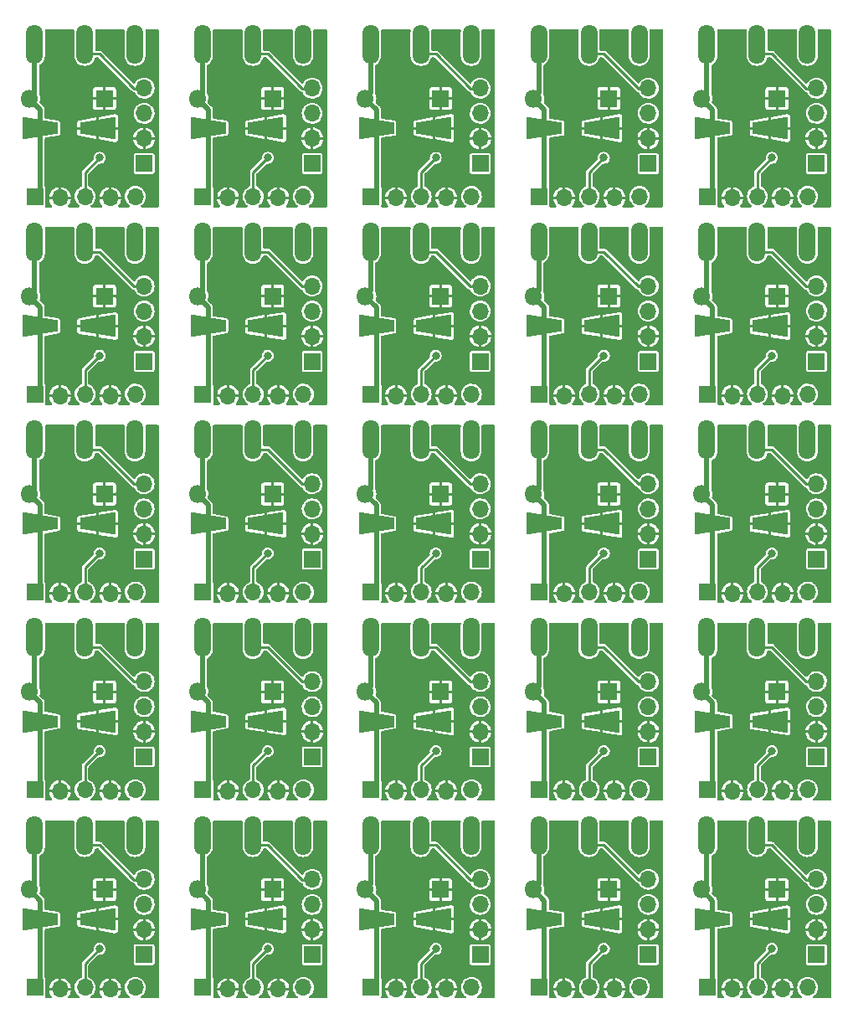
<source format=gbr>
%TF.GenerationSoftware,KiCad,Pcbnew,(6.0.5)*%
%TF.CreationDate,2022-07-01T01:15:04-04:00*%
%TF.ProjectId,Feeder-Panelized,46656564-6572-42d5-9061-6e656c697a65,rev?*%
%TF.SameCoordinates,Original*%
%TF.FileFunction,Copper,L1,Top*%
%TF.FilePolarity,Positive*%
%FSLAX46Y46*%
G04 Gerber Fmt 4.6, Leading zero omitted, Abs format (unit mm)*
G04 Created by KiCad (PCBNEW (6.0.5)) date 2022-07-01 01:15:04*
%MOMM*%
%LPD*%
G01*
G04 APERTURE LIST*
G04 Aperture macros list*
%AMOutline4P*
0 Free polygon, 4 corners , with rotation*
0 The origin of the aperture is its center*
0 number of corners: always 4*
0 $1 to $8 corner X, Y*
0 $9 Rotation angle, in degrees counterclockwise*
0 create outline with 4 corners*
4,1,4,$1,$2,$3,$4,$5,$6,$7,$8,$1,$2,$9*%
G04 Aperture macros list end*
%TA.AperFunction,SMDPad,CuDef*%
%ADD10Outline4P,-1.800000X-1.150000X1.800000X-0.550000X1.800000X0.550000X-1.800000X1.150000X180.000000*%
%TD*%
%TA.AperFunction,SMDPad,CuDef*%
%ADD11Outline4P,-1.800000X-1.150000X1.800000X-0.550000X1.800000X0.550000X-1.800000X1.150000X0.000000*%
%TD*%
%TA.AperFunction,ComponentPad*%
%ADD12O,1.700000X4.000000*%
%TD*%
%TA.AperFunction,ComponentPad*%
%ADD13R,1.800000X1.800000*%
%TD*%
%TA.AperFunction,ComponentPad*%
%ADD14O,1.800000X1.800000*%
%TD*%
%TA.AperFunction,ComponentPad*%
%ADD15R,1.700000X1.700000*%
%TD*%
%TA.AperFunction,ComponentPad*%
%ADD16O,1.700000X1.700000*%
%TD*%
%TA.AperFunction,ViaPad*%
%ADD17C,0.800000*%
%TD*%
%TA.AperFunction,Conductor*%
%ADD18C,0.500000*%
%TD*%
%TA.AperFunction,Conductor*%
%ADD19C,0.250000*%
%TD*%
G04 APERTURE END LIST*
D10*
%TO.P,D3,1,K*%
%TO.N,+5V*%
X166300000Y-91000000D03*
D11*
%TO.P,D3,2,A*%
%TO.N,/N20-GND*%
X160500000Y-91000000D03*
%TD*%
D12*
%TO.P,SW8,1,A*%
%TO.N,/N20-GND*%
X176920000Y-102500000D03*
%TO.P,SW8,2,B*%
%TO.N,GND*%
X187080000Y-102500000D03*
%TO.P,SW8,3,C*%
%TO.N,/FEEDBACK*%
X182000000Y-102500000D03*
%TD*%
D13*
%TO.P,D26,1,K*%
%TO.N,+5V*%
X184000000Y-128000000D03*
D14*
%TO.P,D26,2,A*%
%TO.N,/N20-GND*%
X176380000Y-128000000D03*
%TD*%
D15*
%TO.P,J23,1,Pin_1*%
%TO.N,/N20-GND*%
X159950000Y-137900000D03*
D16*
%TO.P,J23,2,Pin_2*%
%TO.N,+5V*%
X162490000Y-138050000D03*
%TO.P,J23,3,Pin_3*%
%TO.N,/SERVO*%
X165030000Y-137900000D03*
%TO.P,J23,4,Pin_4*%
%TO.N,+5V*%
X167570000Y-138050000D03*
%TO.P,J23,5,Pin_5*%
%TO.N,GND*%
X170110000Y-137900000D03*
%TD*%
D12*
%TO.P,SW21,1,A*%
%TO.N,/N20-GND*%
X142920000Y-162500000D03*
%TO.P,SW21,2,B*%
%TO.N,GND*%
X153080000Y-162500000D03*
%TO.P,SW21,3,C*%
%TO.N,/FEEDBACK*%
X148000000Y-162500000D03*
%TD*%
D15*
%TO.P,J37,1,Pin_1*%
%TO.N,/N20-GND*%
X193950000Y-157900000D03*
D16*
%TO.P,J37,2,Pin_2*%
%TO.N,+5V*%
X196490000Y-158050000D03*
%TO.P,J37,3,Pin_3*%
%TO.N,/SERVO*%
X199030000Y-157900000D03*
%TO.P,J37,4,Pin_4*%
%TO.N,+5V*%
X201570000Y-158050000D03*
%TO.P,J37,5,Pin_5*%
%TO.N,GND*%
X204110000Y-157900000D03*
%TD*%
D13*
%TO.P,D4,1,K*%
%TO.N,+5V*%
X167000000Y-88000000D03*
D14*
%TO.P,D4,2,A*%
%TO.N,/N20-GND*%
X159380000Y-88000000D03*
%TD*%
D12*
%TO.P,SW24,1,A*%
%TO.N,/N20-GND*%
X193920000Y-162500000D03*
%TO.P,SW24,2,B*%
%TO.N,GND*%
X204080000Y-162500000D03*
%TO.P,SW24,3,C*%
%TO.N,/FEEDBACK*%
X199000000Y-162500000D03*
%TD*%
D15*
%TO.P,J8,1,Pin_1*%
%TO.N,GND*%
X205000000Y-94580000D03*
D16*
%TO.P,J8,2,Pin_2*%
%TO.N,+5V*%
X205000000Y-92040000D03*
%TO.P,J8,3,Pin_3*%
%TO.N,/SERVO*%
X205000000Y-89500000D03*
%TO.P,J8,4,Pin_4*%
%TO.N,/FEEDBACK*%
X205000000Y-86960000D03*
%TD*%
D10*
%TO.P,D5,1,K*%
%TO.N,+5V*%
X183300000Y-91000000D03*
D11*
%TO.P,D5,2,A*%
%TO.N,/N20-GND*%
X177500000Y-91000000D03*
%TD*%
D10*
%TO.P,D11,1,K*%
%TO.N,+5V*%
X149300000Y-111000000D03*
D11*
%TO.P,D11,2,A*%
%TO.N,/N20-GND*%
X143500000Y-111000000D03*
%TD*%
D10*
%TO.P,D27,1,K*%
%TO.N,+5V*%
X200300000Y-131000000D03*
D11*
%TO.P,D27,2,A*%
%TO.N,/N20-GND*%
X194500000Y-131000000D03*
%TD*%
D15*
%TO.P,J19,1,Pin_1*%
%TO.N,/N20-GND*%
X210950000Y-117900000D03*
D16*
%TO.P,J19,2,Pin_2*%
%TO.N,+5V*%
X213490000Y-118050000D03*
%TO.P,J19,3,Pin_3*%
%TO.N,/SERVO*%
X216030000Y-117900000D03*
%TO.P,J19,4,Pin_4*%
%TO.N,+5V*%
X218570000Y-118050000D03*
%TO.P,J19,5,Pin_5*%
%TO.N,GND*%
X221110000Y-117900000D03*
%TD*%
D15*
%TO.P,J6,1,Pin_1*%
%TO.N,GND*%
X188000000Y-94580000D03*
D16*
%TO.P,J6,2,Pin_2*%
%TO.N,+5V*%
X188000000Y-92040000D03*
%TO.P,J6,3,Pin_3*%
%TO.N,/SERVO*%
X188000000Y-89500000D03*
%TO.P,J6,4,Pin_4*%
%TO.N,/FEEDBACK*%
X188000000Y-86960000D03*
%TD*%
D12*
%TO.P,SW22,1,A*%
%TO.N,/N20-GND*%
X159920000Y-162500000D03*
%TO.P,SW22,2,B*%
%TO.N,GND*%
X170080000Y-162500000D03*
%TO.P,SW22,3,C*%
%TO.N,/FEEDBACK*%
X165000000Y-162500000D03*
%TD*%
D15*
%TO.P,J45,1,Pin_1*%
%TO.N,/N20-GND*%
X176950000Y-177900000D03*
D16*
%TO.P,J45,2,Pin_2*%
%TO.N,+5V*%
X179490000Y-178050000D03*
%TO.P,J45,3,Pin_3*%
%TO.N,/SERVO*%
X182030000Y-177900000D03*
%TO.P,J45,4,Pin_4*%
%TO.N,+5V*%
X184570000Y-178050000D03*
%TO.P,J45,5,Pin_5*%
%TO.N,GND*%
X187110000Y-177900000D03*
%TD*%
D15*
%TO.P,J42,1,Pin_1*%
%TO.N,GND*%
X154000000Y-174580000D03*
D16*
%TO.P,J42,2,Pin_2*%
%TO.N,+5V*%
X154000000Y-172040000D03*
%TO.P,J42,3,Pin_3*%
%TO.N,/SERVO*%
X154000000Y-169500000D03*
%TO.P,J42,4,Pin_4*%
%TO.N,/FEEDBACK*%
X154000000Y-166960000D03*
%TD*%
D10*
%TO.P,D17,1,K*%
%TO.N,+5V*%
X200300000Y-111000000D03*
D11*
%TO.P,D17,2,A*%
%TO.N,/N20-GND*%
X194500000Y-111000000D03*
%TD*%
D15*
%TO.P,J11,1,Pin_1*%
%TO.N,/N20-GND*%
X142950000Y-117900000D03*
D16*
%TO.P,J11,2,Pin_2*%
%TO.N,+5V*%
X145490000Y-118050000D03*
%TO.P,J11,3,Pin_3*%
%TO.N,/SERVO*%
X148030000Y-117900000D03*
%TO.P,J11,4,Pin_4*%
%TO.N,+5V*%
X150570000Y-118050000D03*
%TO.P,J11,5,Pin_5*%
%TO.N,GND*%
X153110000Y-117900000D03*
%TD*%
D10*
%TO.P,D43,1,K*%
%TO.N,+5V*%
X166300000Y-171000000D03*
D11*
%TO.P,D43,2,A*%
%TO.N,/N20-GND*%
X160500000Y-171000000D03*
%TD*%
D15*
%TO.P,J33,1,Pin_1*%
%TO.N,/N20-GND*%
X159950000Y-157900000D03*
D16*
%TO.P,J33,2,Pin_2*%
%TO.N,+5V*%
X162490000Y-158050000D03*
%TO.P,J33,3,Pin_3*%
%TO.N,/SERVO*%
X165030000Y-157900000D03*
%TO.P,J33,4,Pin_4*%
%TO.N,+5V*%
X167570000Y-158050000D03*
%TO.P,J33,5,Pin_5*%
%TO.N,GND*%
X170110000Y-157900000D03*
%TD*%
D15*
%TO.P,J22,1,Pin_1*%
%TO.N,GND*%
X154000000Y-134580000D03*
D16*
%TO.P,J22,2,Pin_2*%
%TO.N,+5V*%
X154000000Y-132040000D03*
%TO.P,J22,3,Pin_3*%
%TO.N,/SERVO*%
X154000000Y-129500000D03*
%TO.P,J22,4,Pin_4*%
%TO.N,/FEEDBACK*%
X154000000Y-126960000D03*
%TD*%
D12*
%TO.P,SW2,1,A*%
%TO.N,/N20-GND*%
X159920000Y-82500000D03*
%TO.P,SW2,2,B*%
%TO.N,GND*%
X170080000Y-82500000D03*
%TO.P,SW2,3,C*%
%TO.N,/FEEDBACK*%
X165000000Y-82500000D03*
%TD*%
D10*
%TO.P,D15,1,K*%
%TO.N,+5V*%
X183300000Y-111000000D03*
D11*
%TO.P,D15,2,A*%
%TO.N,/N20-GND*%
X177500000Y-111000000D03*
%TD*%
D15*
%TO.P,J39,1,Pin_1*%
%TO.N,/N20-GND*%
X210950000Y-157900000D03*
D16*
%TO.P,J39,2,Pin_2*%
%TO.N,+5V*%
X213490000Y-158050000D03*
%TO.P,J39,3,Pin_3*%
%TO.N,/SERVO*%
X216030000Y-157900000D03*
%TO.P,J39,4,Pin_4*%
%TO.N,+5V*%
X218570000Y-158050000D03*
%TO.P,J39,5,Pin_5*%
%TO.N,GND*%
X221110000Y-157900000D03*
%TD*%
D13*
%TO.P,D14,1,K*%
%TO.N,+5V*%
X167000000Y-108000000D03*
D14*
%TO.P,D14,2,A*%
%TO.N,/N20-GND*%
X159380000Y-108000000D03*
%TD*%
D12*
%TO.P,SW19,1,A*%
%TO.N,/N20-GND*%
X193920000Y-142500000D03*
%TO.P,SW19,2,B*%
%TO.N,GND*%
X204080000Y-142500000D03*
%TO.P,SW19,3,C*%
%TO.N,/FEEDBACK*%
X199000000Y-142500000D03*
%TD*%
D15*
%TO.P,J9,1,Pin_1*%
%TO.N,/N20-GND*%
X210950000Y-97900000D03*
D16*
%TO.P,J9,2,Pin_2*%
%TO.N,+5V*%
X213490000Y-98050000D03*
%TO.P,J9,3,Pin_3*%
%TO.N,/SERVO*%
X216030000Y-97900000D03*
%TO.P,J9,4,Pin_4*%
%TO.N,+5V*%
X218570000Y-98050000D03*
%TO.P,J9,5,Pin_5*%
%TO.N,GND*%
X221110000Y-97900000D03*
%TD*%
D15*
%TO.P,J48,1,Pin_1*%
%TO.N,GND*%
X205000000Y-174580000D03*
D16*
%TO.P,J48,2,Pin_2*%
%TO.N,+5V*%
X205000000Y-172040000D03*
%TO.P,J48,3,Pin_3*%
%TO.N,/SERVO*%
X205000000Y-169500000D03*
%TO.P,J48,4,Pin_4*%
%TO.N,/FEEDBACK*%
X205000000Y-166960000D03*
%TD*%
D13*
%TO.P,D16,1,K*%
%TO.N,+5V*%
X184000000Y-108000000D03*
D14*
%TO.P,D16,2,A*%
%TO.N,/N20-GND*%
X176380000Y-108000000D03*
%TD*%
D15*
%TO.P,J16,1,Pin_1*%
%TO.N,GND*%
X188000000Y-114580000D03*
D16*
%TO.P,J16,2,Pin_2*%
%TO.N,+5V*%
X188000000Y-112040000D03*
%TO.P,J16,3,Pin_3*%
%TO.N,/SERVO*%
X188000000Y-109500000D03*
%TO.P,J16,4,Pin_4*%
%TO.N,/FEEDBACK*%
X188000000Y-106960000D03*
%TD*%
D15*
%TO.P,J35,1,Pin_1*%
%TO.N,/N20-GND*%
X176950000Y-157900000D03*
D16*
%TO.P,J35,2,Pin_2*%
%TO.N,+5V*%
X179490000Y-158050000D03*
%TO.P,J35,3,Pin_3*%
%TO.N,/SERVO*%
X182030000Y-157900000D03*
%TO.P,J35,4,Pin_4*%
%TO.N,+5V*%
X184570000Y-158050000D03*
%TO.P,J35,5,Pin_5*%
%TO.N,GND*%
X187110000Y-157900000D03*
%TD*%
D15*
%TO.P,J5,1,Pin_1*%
%TO.N,GND*%
X171000000Y-94580000D03*
D16*
%TO.P,J5,2,Pin_2*%
%TO.N,+5V*%
X171000000Y-92040000D03*
%TO.P,J5,3,Pin_3*%
%TO.N,/SERVO*%
X171000000Y-89500000D03*
%TO.P,J5,4,Pin_4*%
%TO.N,/FEEDBACK*%
X171000000Y-86960000D03*
%TD*%
D15*
%TO.P,J24,1,Pin_1*%
%TO.N,GND*%
X171000000Y-134580000D03*
D16*
%TO.P,J24,2,Pin_2*%
%TO.N,+5V*%
X171000000Y-132040000D03*
%TO.P,J24,3,Pin_3*%
%TO.N,/SERVO*%
X171000000Y-129500000D03*
%TO.P,J24,4,Pin_4*%
%TO.N,/FEEDBACK*%
X171000000Y-126960000D03*
%TD*%
D13*
%TO.P,D32,1,K*%
%TO.N,+5V*%
X150000000Y-148000000D03*
D14*
%TO.P,D32,2,A*%
%TO.N,/N20-GND*%
X142380000Y-148000000D03*
%TD*%
D13*
%TO.P,D24,1,K*%
%TO.N,+5V*%
X167000000Y-128000000D03*
D14*
%TO.P,D24,2,A*%
%TO.N,/N20-GND*%
X159380000Y-128000000D03*
%TD*%
D15*
%TO.P,J10,1,Pin_1*%
%TO.N,GND*%
X222000000Y-94580000D03*
D16*
%TO.P,J10,2,Pin_2*%
%TO.N,+5V*%
X222000000Y-92040000D03*
%TO.P,J10,3,Pin_3*%
%TO.N,/SERVO*%
X222000000Y-89500000D03*
%TO.P,J10,4,Pin_4*%
%TO.N,/FEEDBACK*%
X222000000Y-86960000D03*
%TD*%
D13*
%TO.P,D46,1,K*%
%TO.N,+5V*%
X184000000Y-168000000D03*
D14*
%TO.P,D46,2,A*%
%TO.N,/N20-GND*%
X176380000Y-168000000D03*
%TD*%
D10*
%TO.P,D37,1,K*%
%TO.N,+5V*%
X200300000Y-151000000D03*
D11*
%TO.P,D37,2,A*%
%TO.N,/N20-GND*%
X194500000Y-151000000D03*
%TD*%
D15*
%TO.P,J20,1,Pin_1*%
%TO.N,GND*%
X222000000Y-114580000D03*
D16*
%TO.P,J20,2,Pin_2*%
%TO.N,+5V*%
X222000000Y-112040000D03*
%TO.P,J20,3,Pin_3*%
%TO.N,/SERVO*%
X222000000Y-109500000D03*
%TO.P,J20,4,Pin_4*%
%TO.N,/FEEDBACK*%
X222000000Y-106960000D03*
%TD*%
D13*
%TO.P,D2,1,K*%
%TO.N,+5V*%
X150000000Y-88000000D03*
D14*
%TO.P,D2,2,A*%
%TO.N,/N20-GND*%
X142380000Y-88000000D03*
%TD*%
D12*
%TO.P,SW16,1,A*%
%TO.N,/N20-GND*%
X142920000Y-142500000D03*
%TO.P,SW16,2,B*%
%TO.N,GND*%
X153080000Y-142500000D03*
%TO.P,SW16,3,C*%
%TO.N,/FEEDBACK*%
X148000000Y-142500000D03*
%TD*%
D15*
%TO.P,J36,1,Pin_1*%
%TO.N,GND*%
X188000000Y-154580000D03*
D16*
%TO.P,J36,2,Pin_2*%
%TO.N,+5V*%
X188000000Y-152040000D03*
%TO.P,J36,3,Pin_3*%
%TO.N,/SERVO*%
X188000000Y-149500000D03*
%TO.P,J36,4,Pin_4*%
%TO.N,/FEEDBACK*%
X188000000Y-146960000D03*
%TD*%
D13*
%TO.P,D10,1,K*%
%TO.N,+5V*%
X218000000Y-88000000D03*
D14*
%TO.P,D10,2,A*%
%TO.N,/N20-GND*%
X210380000Y-88000000D03*
%TD*%
D15*
%TO.P,J30,1,Pin_1*%
%TO.N,GND*%
X222000000Y-134580000D03*
D16*
%TO.P,J30,2,Pin_2*%
%TO.N,+5V*%
X222000000Y-132040000D03*
%TO.P,J30,3,Pin_3*%
%TO.N,/SERVO*%
X222000000Y-129500000D03*
%TO.P,J30,4,Pin_4*%
%TO.N,/FEEDBACK*%
X222000000Y-126960000D03*
%TD*%
D10*
%TO.P,D29,1,K*%
%TO.N,+5V*%
X217300000Y-131000000D03*
D11*
%TO.P,D29,2,A*%
%TO.N,/N20-GND*%
X211500000Y-131000000D03*
%TD*%
D12*
%TO.P,SW14,1,A*%
%TO.N,/N20-GND*%
X193920000Y-122500000D03*
%TO.P,SW14,2,B*%
%TO.N,GND*%
X204080000Y-122500000D03*
%TO.P,SW14,3,C*%
%TO.N,/FEEDBACK*%
X199000000Y-122500000D03*
%TD*%
D13*
%TO.P,D48,1,K*%
%TO.N,+5V*%
X201000000Y-168000000D03*
D14*
%TO.P,D48,2,A*%
%TO.N,/N20-GND*%
X193380000Y-168000000D03*
%TD*%
D15*
%TO.P,J40,1,Pin_1*%
%TO.N,GND*%
X222000000Y-154580000D03*
D16*
%TO.P,J40,2,Pin_2*%
%TO.N,+5V*%
X222000000Y-152040000D03*
%TO.P,J40,3,Pin_3*%
%TO.N,/SERVO*%
X222000000Y-149500000D03*
%TO.P,J40,4,Pin_4*%
%TO.N,/FEEDBACK*%
X222000000Y-146960000D03*
%TD*%
D15*
%TO.P,J43,1,Pin_1*%
%TO.N,/N20-GND*%
X159950000Y-177900000D03*
D16*
%TO.P,J43,2,Pin_2*%
%TO.N,+5V*%
X162490000Y-178050000D03*
%TO.P,J43,3,Pin_3*%
%TO.N,/SERVO*%
X165030000Y-177900000D03*
%TO.P,J43,4,Pin_4*%
%TO.N,+5V*%
X167570000Y-178050000D03*
%TO.P,J43,5,Pin_5*%
%TO.N,GND*%
X170110000Y-177900000D03*
%TD*%
D10*
%TO.P,D19,1,K*%
%TO.N,+5V*%
X217300000Y-111000000D03*
D11*
%TO.P,D19,2,A*%
%TO.N,/N20-GND*%
X211500000Y-111000000D03*
%TD*%
D10*
%TO.P,D45,1,K*%
%TO.N,+5V*%
X183300000Y-171000000D03*
D11*
%TO.P,D45,2,A*%
%TO.N,/N20-GND*%
X177500000Y-171000000D03*
%TD*%
D13*
%TO.P,D34,1,K*%
%TO.N,+5V*%
X167000000Y-148000000D03*
D14*
%TO.P,D34,2,A*%
%TO.N,/N20-GND*%
X159380000Y-148000000D03*
%TD*%
D15*
%TO.P,J46,1,Pin_1*%
%TO.N,GND*%
X188000000Y-174580000D03*
D16*
%TO.P,J46,2,Pin_2*%
%TO.N,+5V*%
X188000000Y-172040000D03*
%TO.P,J46,3,Pin_3*%
%TO.N,/SERVO*%
X188000000Y-169500000D03*
%TO.P,J46,4,Pin_4*%
%TO.N,/FEEDBACK*%
X188000000Y-166960000D03*
%TD*%
D15*
%TO.P,J29,1,Pin_1*%
%TO.N,/N20-GND*%
X210950000Y-137900000D03*
D16*
%TO.P,J29,2,Pin_2*%
%TO.N,+5V*%
X213490000Y-138050000D03*
%TO.P,J29,3,Pin_3*%
%TO.N,/SERVO*%
X216030000Y-137900000D03*
%TO.P,J29,4,Pin_4*%
%TO.N,+5V*%
X218570000Y-138050000D03*
%TO.P,J29,5,Pin_5*%
%TO.N,GND*%
X221110000Y-137900000D03*
%TD*%
D13*
%TO.P,D40,1,K*%
%TO.N,+5V*%
X218000000Y-148000000D03*
D14*
%TO.P,D40,2,A*%
%TO.N,/N20-GND*%
X210380000Y-148000000D03*
%TD*%
D10*
%TO.P,D31,1,K*%
%TO.N,+5V*%
X149300000Y-151000000D03*
D11*
%TO.P,D31,2,A*%
%TO.N,/N20-GND*%
X143500000Y-151000000D03*
%TD*%
D13*
%TO.P,D20,1,K*%
%TO.N,+5V*%
X218000000Y-108000000D03*
D14*
%TO.P,D20,2,A*%
%TO.N,/N20-GND*%
X210380000Y-108000000D03*
%TD*%
D10*
%TO.P,D7,1,K*%
%TO.N,+5V*%
X200300000Y-91000000D03*
D11*
%TO.P,D7,2,A*%
%TO.N,/N20-GND*%
X194500000Y-91000000D03*
%TD*%
D12*
%TO.P,SW10,1,A*%
%TO.N,/N20-GND*%
X210920000Y-102500000D03*
%TO.P,SW10,2,B*%
%TO.N,GND*%
X221080000Y-102500000D03*
%TO.P,SW10,3,C*%
%TO.N,/FEEDBACK*%
X216000000Y-102500000D03*
%TD*%
D13*
%TO.P,D28,1,K*%
%TO.N,+5V*%
X201000000Y-128000000D03*
D14*
%TO.P,D28,2,A*%
%TO.N,/N20-GND*%
X193380000Y-128000000D03*
%TD*%
D12*
%TO.P,SW6,1,A*%
%TO.N,/N20-GND*%
X142920000Y-102500000D03*
%TO.P,SW6,2,B*%
%TO.N,GND*%
X153080000Y-102500000D03*
%TO.P,SW6,3,C*%
%TO.N,/FEEDBACK*%
X148000000Y-102500000D03*
%TD*%
%TO.P,SW25,1,A*%
%TO.N,/N20-GND*%
X210920000Y-162500000D03*
%TO.P,SW25,2,B*%
%TO.N,GND*%
X221080000Y-162500000D03*
%TO.P,SW25,3,C*%
%TO.N,/FEEDBACK*%
X216000000Y-162500000D03*
%TD*%
%TO.P,SW1,1,A*%
%TO.N,/N20-GND*%
X142920000Y-82500000D03*
%TO.P,SW1,2,B*%
%TO.N,GND*%
X153080000Y-82500000D03*
%TO.P,SW1,3,C*%
%TO.N,/FEEDBACK*%
X148000000Y-82500000D03*
%TD*%
D10*
%TO.P,D47,1,K*%
%TO.N,+5V*%
X200300000Y-171000000D03*
D11*
%TO.P,D47,2,A*%
%TO.N,/N20-GND*%
X194500000Y-171000000D03*
%TD*%
D12*
%TO.P,SW3,1,A*%
%TO.N,/N20-GND*%
X176920000Y-82500000D03*
%TO.P,SW3,2,B*%
%TO.N,GND*%
X187080000Y-82500000D03*
%TO.P,SW3,3,C*%
%TO.N,/FEEDBACK*%
X182000000Y-82500000D03*
%TD*%
D15*
%TO.P,J4,1,Pin_1*%
%TO.N,GND*%
X154000000Y-94580000D03*
D16*
%TO.P,J4,2,Pin_2*%
%TO.N,+5V*%
X154000000Y-92040000D03*
%TO.P,J4,3,Pin_3*%
%TO.N,/SERVO*%
X154000000Y-89500000D03*
%TO.P,J4,4,Pin_4*%
%TO.N,/FEEDBACK*%
X154000000Y-86960000D03*
%TD*%
D12*
%TO.P,SW17,1,A*%
%TO.N,/N20-GND*%
X159920000Y-142500000D03*
%TO.P,SW17,2,B*%
%TO.N,GND*%
X170080000Y-142500000D03*
%TO.P,SW17,3,C*%
%TO.N,/FEEDBACK*%
X165000000Y-142500000D03*
%TD*%
%TO.P,SW15,1,A*%
%TO.N,/N20-GND*%
X210920000Y-122500000D03*
%TO.P,SW15,2,B*%
%TO.N,GND*%
X221080000Y-122500000D03*
%TO.P,SW15,3,C*%
%TO.N,/FEEDBACK*%
X216000000Y-122500000D03*
%TD*%
%TO.P,SW20,1,A*%
%TO.N,/N20-GND*%
X210920000Y-142500000D03*
%TO.P,SW20,2,B*%
%TO.N,GND*%
X221080000Y-142500000D03*
%TO.P,SW20,3,C*%
%TO.N,/FEEDBACK*%
X216000000Y-142500000D03*
%TD*%
D10*
%TO.P,D1,1,K*%
%TO.N,+5V*%
X149300000Y-91000000D03*
D11*
%TO.P,D1,2,A*%
%TO.N,/N20-GND*%
X143500000Y-91000000D03*
%TD*%
D10*
%TO.P,D21,1,K*%
%TO.N,+5V*%
X149300000Y-131000000D03*
D11*
%TO.P,D21,2,A*%
%TO.N,/N20-GND*%
X143500000Y-131000000D03*
%TD*%
D10*
%TO.P,D23,1,K*%
%TO.N,+5V*%
X166300000Y-131000000D03*
D11*
%TO.P,D23,2,A*%
%TO.N,/N20-GND*%
X160500000Y-131000000D03*
%TD*%
D12*
%TO.P,SW4,1,A*%
%TO.N,/N20-GND*%
X193920000Y-82500000D03*
%TO.P,SW4,2,B*%
%TO.N,GND*%
X204080000Y-82500000D03*
%TO.P,SW4,3,C*%
%TO.N,/FEEDBACK*%
X199000000Y-82500000D03*
%TD*%
D13*
%TO.P,D42,1,K*%
%TO.N,+5V*%
X150000000Y-168000000D03*
D14*
%TO.P,D42,2,A*%
%TO.N,/N20-GND*%
X142380000Y-168000000D03*
%TD*%
D10*
%TO.P,D13,1,K*%
%TO.N,+5V*%
X166300000Y-111000000D03*
D11*
%TO.P,D13,2,A*%
%TO.N,/N20-GND*%
X160500000Y-111000000D03*
%TD*%
D13*
%TO.P,D36,1,K*%
%TO.N,+5V*%
X184000000Y-148000000D03*
D14*
%TO.P,D36,2,A*%
%TO.N,/N20-GND*%
X176380000Y-148000000D03*
%TD*%
D13*
%TO.P,D30,1,K*%
%TO.N,+5V*%
X218000000Y-128000000D03*
D14*
%TO.P,D30,2,A*%
%TO.N,/N20-GND*%
X210380000Y-128000000D03*
%TD*%
D15*
%TO.P,J2,1,Pin_1*%
%TO.N,/N20-GND*%
X159950000Y-97900000D03*
D16*
%TO.P,J2,2,Pin_2*%
%TO.N,+5V*%
X162490000Y-98050000D03*
%TO.P,J2,3,Pin_3*%
%TO.N,/SERVO*%
X165030000Y-97900000D03*
%TO.P,J2,4,Pin_4*%
%TO.N,+5V*%
X167570000Y-98050000D03*
%TO.P,J2,5,Pin_5*%
%TO.N,GND*%
X170110000Y-97900000D03*
%TD*%
D15*
%TO.P,J49,1,Pin_1*%
%TO.N,/N20-GND*%
X210950000Y-177900000D03*
D16*
%TO.P,J49,2,Pin_2*%
%TO.N,+5V*%
X213490000Y-178050000D03*
%TO.P,J49,3,Pin_3*%
%TO.N,/SERVO*%
X216030000Y-177900000D03*
%TO.P,J49,4,Pin_4*%
%TO.N,+5V*%
X218570000Y-178050000D03*
%TO.P,J49,5,Pin_5*%
%TO.N,GND*%
X221110000Y-177900000D03*
%TD*%
D13*
%TO.P,D38,1,K*%
%TO.N,+5V*%
X201000000Y-148000000D03*
D14*
%TO.P,D38,2,A*%
%TO.N,/N20-GND*%
X193380000Y-148000000D03*
%TD*%
D12*
%TO.P,SW7,1,A*%
%TO.N,/N20-GND*%
X159920000Y-102500000D03*
%TO.P,SW7,2,B*%
%TO.N,GND*%
X170080000Y-102500000D03*
%TO.P,SW7,3,C*%
%TO.N,/FEEDBACK*%
X165000000Y-102500000D03*
%TD*%
D15*
%TO.P,J38,1,Pin_1*%
%TO.N,GND*%
X205000000Y-154580000D03*
D16*
%TO.P,J38,2,Pin_2*%
%TO.N,+5V*%
X205000000Y-152040000D03*
%TO.P,J38,3,Pin_3*%
%TO.N,/SERVO*%
X205000000Y-149500000D03*
%TO.P,J38,4,Pin_4*%
%TO.N,/FEEDBACK*%
X205000000Y-146960000D03*
%TD*%
D13*
%TO.P,D8,1,K*%
%TO.N,+5V*%
X201000000Y-88000000D03*
D14*
%TO.P,D8,2,A*%
%TO.N,/N20-GND*%
X193380000Y-88000000D03*
%TD*%
D15*
%TO.P,J47,1,Pin_1*%
%TO.N,/N20-GND*%
X193950000Y-177900000D03*
D16*
%TO.P,J47,2,Pin_2*%
%TO.N,+5V*%
X196490000Y-178050000D03*
%TO.P,J47,3,Pin_3*%
%TO.N,/SERVO*%
X199030000Y-177900000D03*
%TO.P,J47,4,Pin_4*%
%TO.N,+5V*%
X201570000Y-178050000D03*
%TO.P,J47,5,Pin_5*%
%TO.N,GND*%
X204110000Y-177900000D03*
%TD*%
D12*
%TO.P,SW5,1,A*%
%TO.N,/N20-GND*%
X210920000Y-82500000D03*
%TO.P,SW5,2,B*%
%TO.N,GND*%
X221080000Y-82500000D03*
%TO.P,SW5,3,C*%
%TO.N,/FEEDBACK*%
X216000000Y-82500000D03*
%TD*%
D10*
%TO.P,D41,1,K*%
%TO.N,+5V*%
X149300000Y-171000000D03*
D11*
%TO.P,D41,2,A*%
%TO.N,/N20-GND*%
X143500000Y-171000000D03*
%TD*%
D10*
%TO.P,D49,1,K*%
%TO.N,+5V*%
X217300000Y-171000000D03*
D11*
%TO.P,D49,2,A*%
%TO.N,/N20-GND*%
X211500000Y-171000000D03*
%TD*%
D15*
%TO.P,J13,1,Pin_1*%
%TO.N,/N20-GND*%
X159950000Y-117900000D03*
D16*
%TO.P,J13,2,Pin_2*%
%TO.N,+5V*%
X162490000Y-118050000D03*
%TO.P,J13,3,Pin_3*%
%TO.N,/SERVO*%
X165030000Y-117900000D03*
%TO.P,J13,4,Pin_4*%
%TO.N,+5V*%
X167570000Y-118050000D03*
%TO.P,J13,5,Pin_5*%
%TO.N,GND*%
X170110000Y-117900000D03*
%TD*%
D15*
%TO.P,J27,1,Pin_1*%
%TO.N,/N20-GND*%
X193950000Y-137900000D03*
D16*
%TO.P,J27,2,Pin_2*%
%TO.N,+5V*%
X196490000Y-138050000D03*
%TO.P,J27,3,Pin_3*%
%TO.N,/SERVO*%
X199030000Y-137900000D03*
%TO.P,J27,4,Pin_4*%
%TO.N,+5V*%
X201570000Y-138050000D03*
%TO.P,J27,5,Pin_5*%
%TO.N,GND*%
X204110000Y-137900000D03*
%TD*%
D13*
%TO.P,D6,1,K*%
%TO.N,+5V*%
X184000000Y-88000000D03*
D14*
%TO.P,D6,2,A*%
%TO.N,/N20-GND*%
X176380000Y-88000000D03*
%TD*%
D15*
%TO.P,J15,1,Pin_1*%
%TO.N,/N20-GND*%
X176950000Y-117900000D03*
D16*
%TO.P,J15,2,Pin_2*%
%TO.N,+5V*%
X179490000Y-118050000D03*
%TO.P,J15,3,Pin_3*%
%TO.N,/SERVO*%
X182030000Y-117900000D03*
%TO.P,J15,4,Pin_4*%
%TO.N,+5V*%
X184570000Y-118050000D03*
%TO.P,J15,5,Pin_5*%
%TO.N,GND*%
X187110000Y-117900000D03*
%TD*%
D10*
%TO.P,D25,1,K*%
%TO.N,+5V*%
X183300000Y-131000000D03*
D11*
%TO.P,D25,2,A*%
%TO.N,/N20-GND*%
X177500000Y-131000000D03*
%TD*%
D12*
%TO.P,SW9,1,A*%
%TO.N,/N20-GND*%
X193920000Y-102500000D03*
%TO.P,SW9,2,B*%
%TO.N,GND*%
X204080000Y-102500000D03*
%TO.P,SW9,3,C*%
%TO.N,/FEEDBACK*%
X199000000Y-102500000D03*
%TD*%
%TO.P,SW11,1,A*%
%TO.N,/N20-GND*%
X142920000Y-122500000D03*
%TO.P,SW11,2,B*%
%TO.N,GND*%
X153080000Y-122500000D03*
%TO.P,SW11,3,C*%
%TO.N,/FEEDBACK*%
X148000000Y-122500000D03*
%TD*%
D15*
%TO.P,J1,1,Pin_1*%
%TO.N,/N20-GND*%
X142950000Y-97900000D03*
D16*
%TO.P,J1,2,Pin_2*%
%TO.N,+5V*%
X145490000Y-98050000D03*
%TO.P,J1,3,Pin_3*%
%TO.N,/SERVO*%
X148030000Y-97900000D03*
%TO.P,J1,4,Pin_4*%
%TO.N,+5V*%
X150570000Y-98050000D03*
%TO.P,J1,5,Pin_5*%
%TO.N,GND*%
X153110000Y-97900000D03*
%TD*%
D13*
%TO.P,D44,1,K*%
%TO.N,+5V*%
X167000000Y-168000000D03*
D14*
%TO.P,D44,2,A*%
%TO.N,/N20-GND*%
X159380000Y-168000000D03*
%TD*%
D15*
%TO.P,J44,1,Pin_1*%
%TO.N,GND*%
X171000000Y-174580000D03*
D16*
%TO.P,J44,2,Pin_2*%
%TO.N,+5V*%
X171000000Y-172040000D03*
%TO.P,J44,3,Pin_3*%
%TO.N,/SERVO*%
X171000000Y-169500000D03*
%TO.P,J44,4,Pin_4*%
%TO.N,/FEEDBACK*%
X171000000Y-166960000D03*
%TD*%
D15*
%TO.P,J7,1,Pin_1*%
%TO.N,/N20-GND*%
X193950000Y-97900000D03*
D16*
%TO.P,J7,2,Pin_2*%
%TO.N,+5V*%
X196490000Y-98050000D03*
%TO.P,J7,3,Pin_3*%
%TO.N,/SERVO*%
X199030000Y-97900000D03*
%TO.P,J7,4,Pin_4*%
%TO.N,+5V*%
X201570000Y-98050000D03*
%TO.P,J7,5,Pin_5*%
%TO.N,GND*%
X204110000Y-97900000D03*
%TD*%
D15*
%TO.P,J32,1,Pin_1*%
%TO.N,GND*%
X154000000Y-154580000D03*
D16*
%TO.P,J32,2,Pin_2*%
%TO.N,+5V*%
X154000000Y-152040000D03*
%TO.P,J32,3,Pin_3*%
%TO.N,/SERVO*%
X154000000Y-149500000D03*
%TO.P,J32,4,Pin_4*%
%TO.N,/FEEDBACK*%
X154000000Y-146960000D03*
%TD*%
D15*
%TO.P,J34,1,Pin_1*%
%TO.N,GND*%
X171000000Y-154580000D03*
D16*
%TO.P,J34,2,Pin_2*%
%TO.N,+5V*%
X171000000Y-152040000D03*
%TO.P,J34,3,Pin_3*%
%TO.N,/SERVO*%
X171000000Y-149500000D03*
%TO.P,J34,4,Pin_4*%
%TO.N,/FEEDBACK*%
X171000000Y-146960000D03*
%TD*%
D13*
%TO.P,D18,1,K*%
%TO.N,+5V*%
X201000000Y-108000000D03*
D14*
%TO.P,D18,2,A*%
%TO.N,/N20-GND*%
X193380000Y-108000000D03*
%TD*%
D15*
%TO.P,J18,1,Pin_1*%
%TO.N,GND*%
X205000000Y-114580000D03*
D16*
%TO.P,J18,2,Pin_2*%
%TO.N,+5V*%
X205000000Y-112040000D03*
%TO.P,J18,3,Pin_3*%
%TO.N,/SERVO*%
X205000000Y-109500000D03*
%TO.P,J18,4,Pin_4*%
%TO.N,/FEEDBACK*%
X205000000Y-106960000D03*
%TD*%
D13*
%TO.P,D50,1,K*%
%TO.N,+5V*%
X218000000Y-168000000D03*
D14*
%TO.P,D50,2,A*%
%TO.N,/N20-GND*%
X210380000Y-168000000D03*
%TD*%
D15*
%TO.P,J25,1,Pin_1*%
%TO.N,/N20-GND*%
X176950000Y-137900000D03*
D16*
%TO.P,J25,2,Pin_2*%
%TO.N,+5V*%
X179490000Y-138050000D03*
%TO.P,J25,3,Pin_3*%
%TO.N,/SERVO*%
X182030000Y-137900000D03*
%TO.P,J25,4,Pin_4*%
%TO.N,+5V*%
X184570000Y-138050000D03*
%TO.P,J25,5,Pin_5*%
%TO.N,GND*%
X187110000Y-137900000D03*
%TD*%
D12*
%TO.P,SW18,1,A*%
%TO.N,/N20-GND*%
X176920000Y-142500000D03*
%TO.P,SW18,2,B*%
%TO.N,GND*%
X187080000Y-142500000D03*
%TO.P,SW18,3,C*%
%TO.N,/FEEDBACK*%
X182000000Y-142500000D03*
%TD*%
D15*
%TO.P,J12,1,Pin_1*%
%TO.N,GND*%
X154000000Y-114580000D03*
D16*
%TO.P,J12,2,Pin_2*%
%TO.N,+5V*%
X154000000Y-112040000D03*
%TO.P,J12,3,Pin_3*%
%TO.N,/SERVO*%
X154000000Y-109500000D03*
%TO.P,J12,4,Pin_4*%
%TO.N,/FEEDBACK*%
X154000000Y-106960000D03*
%TD*%
D10*
%TO.P,D39,1,K*%
%TO.N,+5V*%
X217300000Y-151000000D03*
D11*
%TO.P,D39,2,A*%
%TO.N,/N20-GND*%
X211500000Y-151000000D03*
%TD*%
D13*
%TO.P,D22,1,K*%
%TO.N,+5V*%
X150000000Y-128000000D03*
D14*
%TO.P,D22,2,A*%
%TO.N,/N20-GND*%
X142380000Y-128000000D03*
%TD*%
D10*
%TO.P,D9,1,K*%
%TO.N,+5V*%
X217300000Y-91000000D03*
D11*
%TO.P,D9,2,A*%
%TO.N,/N20-GND*%
X211500000Y-91000000D03*
%TD*%
D15*
%TO.P,J31,1,Pin_1*%
%TO.N,/N20-GND*%
X142950000Y-157900000D03*
D16*
%TO.P,J31,2,Pin_2*%
%TO.N,+5V*%
X145490000Y-158050000D03*
%TO.P,J31,3,Pin_3*%
%TO.N,/SERVO*%
X148030000Y-157900000D03*
%TO.P,J31,4,Pin_4*%
%TO.N,+5V*%
X150570000Y-158050000D03*
%TO.P,J31,5,Pin_5*%
%TO.N,GND*%
X153110000Y-157900000D03*
%TD*%
D15*
%TO.P,J28,1,Pin_1*%
%TO.N,GND*%
X205000000Y-134580000D03*
D16*
%TO.P,J28,2,Pin_2*%
%TO.N,+5V*%
X205000000Y-132040000D03*
%TO.P,J28,3,Pin_3*%
%TO.N,/SERVO*%
X205000000Y-129500000D03*
%TO.P,J28,4,Pin_4*%
%TO.N,/FEEDBACK*%
X205000000Y-126960000D03*
%TD*%
D15*
%TO.P,J41,1,Pin_1*%
%TO.N,/N20-GND*%
X142950000Y-177900000D03*
D16*
%TO.P,J41,2,Pin_2*%
%TO.N,+5V*%
X145490000Y-178050000D03*
%TO.P,J41,3,Pin_3*%
%TO.N,/SERVO*%
X148030000Y-177900000D03*
%TO.P,J41,4,Pin_4*%
%TO.N,+5V*%
X150570000Y-178050000D03*
%TO.P,J41,5,Pin_5*%
%TO.N,GND*%
X153110000Y-177900000D03*
%TD*%
D15*
%TO.P,J3,1,Pin_1*%
%TO.N,/N20-GND*%
X176950000Y-97900000D03*
D16*
%TO.P,J3,2,Pin_2*%
%TO.N,+5V*%
X179490000Y-98050000D03*
%TO.P,J3,3,Pin_3*%
%TO.N,/SERVO*%
X182030000Y-97900000D03*
%TO.P,J3,4,Pin_4*%
%TO.N,+5V*%
X184570000Y-98050000D03*
%TO.P,J3,5,Pin_5*%
%TO.N,GND*%
X187110000Y-97900000D03*
%TD*%
D15*
%TO.P,J21,1,Pin_1*%
%TO.N,/N20-GND*%
X142950000Y-137900000D03*
D16*
%TO.P,J21,2,Pin_2*%
%TO.N,+5V*%
X145490000Y-138050000D03*
%TO.P,J21,3,Pin_3*%
%TO.N,/SERVO*%
X148030000Y-137900000D03*
%TO.P,J21,4,Pin_4*%
%TO.N,+5V*%
X150570000Y-138050000D03*
%TO.P,J21,5,Pin_5*%
%TO.N,GND*%
X153110000Y-137900000D03*
%TD*%
D10*
%TO.P,D33,1,K*%
%TO.N,+5V*%
X166300000Y-151000000D03*
D11*
%TO.P,D33,2,A*%
%TO.N,/N20-GND*%
X160500000Y-151000000D03*
%TD*%
D12*
%TO.P,SW13,1,A*%
%TO.N,/N20-GND*%
X176920000Y-122500000D03*
%TO.P,SW13,2,B*%
%TO.N,GND*%
X187080000Y-122500000D03*
%TO.P,SW13,3,C*%
%TO.N,/FEEDBACK*%
X182000000Y-122500000D03*
%TD*%
%TO.P,SW23,1,A*%
%TO.N,/N20-GND*%
X176920000Y-162500000D03*
%TO.P,SW23,2,B*%
%TO.N,GND*%
X187080000Y-162500000D03*
%TO.P,SW23,3,C*%
%TO.N,/FEEDBACK*%
X182000000Y-162500000D03*
%TD*%
D13*
%TO.P,D12,1,K*%
%TO.N,+5V*%
X150000000Y-108000000D03*
D14*
%TO.P,D12,2,A*%
%TO.N,/N20-GND*%
X142380000Y-108000000D03*
%TD*%
D15*
%TO.P,J17,1,Pin_1*%
%TO.N,/N20-GND*%
X193950000Y-117900000D03*
D16*
%TO.P,J17,2,Pin_2*%
%TO.N,+5V*%
X196490000Y-118050000D03*
%TO.P,J17,3,Pin_3*%
%TO.N,/SERVO*%
X199030000Y-117900000D03*
%TO.P,J17,4,Pin_4*%
%TO.N,+5V*%
X201570000Y-118050000D03*
%TO.P,J17,5,Pin_5*%
%TO.N,GND*%
X204110000Y-117900000D03*
%TD*%
D15*
%TO.P,J26,1,Pin_1*%
%TO.N,GND*%
X188000000Y-134580000D03*
D16*
%TO.P,J26,2,Pin_2*%
%TO.N,+5V*%
X188000000Y-132040000D03*
%TO.P,J26,3,Pin_3*%
%TO.N,/SERVO*%
X188000000Y-129500000D03*
%TO.P,J26,4,Pin_4*%
%TO.N,/FEEDBACK*%
X188000000Y-126960000D03*
%TD*%
D10*
%TO.P,D35,1,K*%
%TO.N,+5V*%
X183300000Y-151000000D03*
D11*
%TO.P,D35,2,A*%
%TO.N,/N20-GND*%
X177500000Y-151000000D03*
%TD*%
D12*
%TO.P,SW12,1,A*%
%TO.N,/N20-GND*%
X159920000Y-122500000D03*
%TO.P,SW12,2,B*%
%TO.N,GND*%
X170080000Y-122500000D03*
%TO.P,SW12,3,C*%
%TO.N,/FEEDBACK*%
X165000000Y-122500000D03*
%TD*%
D15*
%TO.P,J14,1,Pin_1*%
%TO.N,GND*%
X171000000Y-114580000D03*
D16*
%TO.P,J14,2,Pin_2*%
%TO.N,+5V*%
X171000000Y-112040000D03*
%TO.P,J14,3,Pin_3*%
%TO.N,/SERVO*%
X171000000Y-109500000D03*
%TO.P,J14,4,Pin_4*%
%TO.N,/FEEDBACK*%
X171000000Y-106960000D03*
%TD*%
D15*
%TO.P,J50,1,Pin_1*%
%TO.N,GND*%
X222000000Y-174580000D03*
D16*
%TO.P,J50,2,Pin_2*%
%TO.N,+5V*%
X222000000Y-172040000D03*
%TO.P,J50,3,Pin_3*%
%TO.N,/SERVO*%
X222000000Y-169500000D03*
%TO.P,J50,4,Pin_4*%
%TO.N,/FEEDBACK*%
X222000000Y-166960000D03*
%TD*%
D17*
%TO.N,/SERVO*%
X183500000Y-134000000D03*
X166500000Y-94000000D03*
X200500000Y-114000000D03*
X166500000Y-134000000D03*
X149500000Y-154000000D03*
X217500000Y-94000000D03*
X217500000Y-134000000D03*
X166500000Y-114000000D03*
X200500000Y-154000000D03*
X183500000Y-174000000D03*
X200500000Y-174000000D03*
X149500000Y-114000000D03*
X200500000Y-94000000D03*
X183500000Y-154000000D03*
X200500000Y-134000000D03*
X166500000Y-154000000D03*
X149500000Y-174000000D03*
X149500000Y-134000000D03*
X166500000Y-174000000D03*
X183500000Y-114000000D03*
X183500000Y-94000000D03*
X217500000Y-114000000D03*
X149500000Y-94000000D03*
X217500000Y-174000000D03*
X217500000Y-154000000D03*
%TD*%
D18*
%TO.N,/N20-GND*%
X142920000Y-107460000D02*
X142380000Y-108000000D01*
X143500000Y-117420000D02*
X142920000Y-118000000D01*
X194500000Y-151000000D02*
X194500000Y-149120000D01*
X143500000Y-177350000D02*
X142950000Y-177900000D01*
X210920000Y-143500000D02*
X210920000Y-147460000D01*
X194500000Y-171000000D02*
X194500000Y-169120000D01*
X160500000Y-137350000D02*
X159950000Y-137900000D01*
X142920000Y-143500000D02*
X142920000Y-147460000D01*
X177500000Y-171000000D02*
X177500000Y-169120000D01*
X193920000Y-147460000D02*
X193380000Y-148000000D01*
X211500000Y-91000000D02*
X211500000Y-97350000D01*
X211500000Y-117350000D02*
X210950000Y-117900000D01*
X193920000Y-107460000D02*
X193380000Y-108000000D01*
X159920000Y-167460000D02*
X159380000Y-168000000D01*
X177500000Y-157420000D02*
X176920000Y-158000000D01*
X143500000Y-117350000D02*
X142950000Y-117900000D01*
X177500000Y-109120000D02*
X176380000Y-108000000D01*
X176920000Y-167460000D02*
X176380000Y-168000000D01*
X194500000Y-89120000D02*
X193380000Y-88000000D01*
X211500000Y-131000000D02*
X211500000Y-129120000D01*
X177500000Y-137350000D02*
X176950000Y-137900000D01*
X176920000Y-143500000D02*
X176920000Y-147460000D01*
X177500000Y-151000000D02*
X177500000Y-149120000D01*
X143500000Y-169120000D02*
X142380000Y-168000000D01*
X143500000Y-91000000D02*
X143500000Y-89120000D01*
X159920000Y-87460000D02*
X159380000Y-88000000D01*
X176920000Y-127460000D02*
X176380000Y-128000000D01*
X194500000Y-157420000D02*
X193920000Y-158000000D01*
X160500000Y-151000000D02*
X160500000Y-149120000D01*
X143500000Y-157350000D02*
X142950000Y-157900000D01*
X177500000Y-89120000D02*
X176380000Y-88000000D01*
X193920000Y-123500000D02*
X193920000Y-127460000D01*
X194500000Y-177350000D02*
X193950000Y-177900000D01*
X211500000Y-97350000D02*
X210950000Y-97900000D01*
X177500000Y-131000000D02*
X177500000Y-129120000D01*
X194500000Y-91000000D02*
X194500000Y-97350000D01*
X143500000Y-149120000D02*
X142380000Y-148000000D01*
X211500000Y-149120000D02*
X210380000Y-148000000D01*
X160500000Y-117420000D02*
X159920000Y-118000000D01*
X177500000Y-97350000D02*
X176950000Y-97900000D01*
X211500000Y-177420000D02*
X210920000Y-178000000D01*
X160500000Y-151000000D02*
X160500000Y-157350000D01*
X211500000Y-137420000D02*
X210920000Y-138000000D01*
X143500000Y-97420000D02*
X142920000Y-98000000D01*
X194500000Y-137350000D02*
X193950000Y-137900000D01*
X194500000Y-137420000D02*
X193920000Y-138000000D01*
X210920000Y-103500000D02*
X210920000Y-107460000D01*
X211500000Y-97420000D02*
X210920000Y-98000000D01*
X194500000Y-117420000D02*
X193920000Y-118000000D01*
X211500000Y-89120000D02*
X210380000Y-88000000D01*
X143500000Y-131000000D02*
X143500000Y-137350000D01*
X160500000Y-97420000D02*
X159920000Y-98000000D01*
X143500000Y-111000000D02*
X143500000Y-109120000D01*
X177500000Y-129120000D02*
X176380000Y-128000000D01*
X159920000Y-147460000D02*
X159380000Y-148000000D01*
X143500000Y-91000000D02*
X143500000Y-97350000D01*
X176920000Y-107460000D02*
X176380000Y-108000000D01*
X194500000Y-169120000D02*
X193380000Y-168000000D01*
X177500000Y-111000000D02*
X177500000Y-109120000D01*
X159920000Y-123500000D02*
X159920000Y-127460000D01*
X160500000Y-91000000D02*
X160500000Y-97350000D01*
X211500000Y-157420000D02*
X210920000Y-158000000D01*
X143500000Y-151000000D02*
X143500000Y-157350000D01*
X160500000Y-111000000D02*
X160500000Y-109120000D01*
X193920000Y-167460000D02*
X193380000Y-168000000D01*
X160500000Y-97350000D02*
X159950000Y-97900000D01*
X211500000Y-151000000D02*
X211500000Y-157350000D01*
X177500000Y-97420000D02*
X176920000Y-98000000D01*
X160500000Y-149120000D02*
X159380000Y-148000000D01*
X211500000Y-129120000D02*
X210380000Y-128000000D01*
X159920000Y-83500000D02*
X159920000Y-87460000D01*
X211500000Y-137350000D02*
X210950000Y-137900000D01*
X160500000Y-157350000D02*
X159950000Y-157900000D01*
X194500000Y-157350000D02*
X193950000Y-157900000D01*
X142920000Y-123500000D02*
X142920000Y-127460000D01*
X176920000Y-123500000D02*
X176920000Y-127460000D01*
X142920000Y-147460000D02*
X142380000Y-148000000D01*
X143500000Y-109120000D02*
X142380000Y-108000000D01*
X160500000Y-171000000D02*
X160500000Y-177350000D01*
X194500000Y-171000000D02*
X194500000Y-177350000D01*
X210920000Y-83500000D02*
X210920000Y-87460000D01*
X211500000Y-171000000D02*
X211500000Y-169120000D01*
X193920000Y-143500000D02*
X193920000Y-147460000D01*
X177500000Y-151000000D02*
X177500000Y-157350000D01*
X160500000Y-91000000D02*
X160500000Y-89120000D01*
X177500000Y-157350000D02*
X176950000Y-157900000D01*
X160500000Y-137420000D02*
X159920000Y-138000000D01*
X193920000Y-127460000D02*
X193380000Y-128000000D01*
X143500000Y-137420000D02*
X142920000Y-138000000D01*
X194500000Y-97420000D02*
X193920000Y-98000000D01*
X211500000Y-131000000D02*
X211500000Y-137350000D01*
X193920000Y-87460000D02*
X193380000Y-88000000D01*
X211500000Y-157350000D02*
X210950000Y-157900000D01*
X142920000Y-167460000D02*
X142380000Y-168000000D01*
X177500000Y-91000000D02*
X177500000Y-97350000D01*
X160500000Y-131000000D02*
X160500000Y-137350000D01*
X194500000Y-111000000D02*
X194500000Y-109120000D01*
X210920000Y-123500000D02*
X210920000Y-127460000D01*
X194500000Y-117350000D02*
X193950000Y-117900000D01*
X211500000Y-111000000D02*
X211500000Y-117350000D01*
X194500000Y-97350000D02*
X193950000Y-97900000D01*
X160500000Y-131000000D02*
X160500000Y-129120000D01*
X160500000Y-169120000D02*
X159380000Y-168000000D01*
X176920000Y-163500000D02*
X176920000Y-167460000D01*
X160500000Y-109120000D02*
X159380000Y-108000000D01*
X176920000Y-147460000D02*
X176380000Y-148000000D01*
X210920000Y-127460000D02*
X210380000Y-128000000D01*
X142920000Y-103500000D02*
X142920000Y-107460000D01*
X160500000Y-117350000D02*
X159950000Y-117900000D01*
X176920000Y-87460000D02*
X176380000Y-88000000D01*
X177500000Y-117350000D02*
X176950000Y-117900000D01*
X143500000Y-157420000D02*
X142920000Y-158000000D01*
X210920000Y-167460000D02*
X210380000Y-168000000D01*
X194500000Y-177420000D02*
X193920000Y-178000000D01*
X143500000Y-129120000D02*
X142380000Y-128000000D01*
X211500000Y-171000000D02*
X211500000Y-177350000D01*
X177500000Y-169120000D02*
X176380000Y-168000000D01*
X176920000Y-103500000D02*
X176920000Y-107460000D01*
X160500000Y-171000000D02*
X160500000Y-169120000D01*
X143500000Y-151000000D02*
X143500000Y-149120000D01*
X142920000Y-83500000D02*
X142920000Y-87460000D01*
X194500000Y-111000000D02*
X194500000Y-117350000D01*
X143500000Y-177420000D02*
X142920000Y-178000000D01*
X143500000Y-97350000D02*
X142950000Y-97900000D01*
X159920000Y-103500000D02*
X159920000Y-107460000D01*
X177500000Y-131000000D02*
X177500000Y-137350000D01*
X211500000Y-169120000D02*
X210380000Y-168000000D01*
X143500000Y-171000000D02*
X143500000Y-177350000D01*
X194500000Y-149120000D02*
X193380000Y-148000000D01*
X143500000Y-131000000D02*
X143500000Y-129120000D01*
X177500000Y-149120000D02*
X176380000Y-148000000D01*
X211500000Y-177350000D02*
X210950000Y-177900000D01*
X159920000Y-107460000D02*
X159380000Y-108000000D01*
X177500000Y-117420000D02*
X176920000Y-118000000D01*
X142920000Y-163500000D02*
X142920000Y-167460000D01*
X210920000Y-163500000D02*
X210920000Y-167460000D01*
X194500000Y-131000000D02*
X194500000Y-137350000D01*
X177500000Y-177420000D02*
X176920000Y-178000000D01*
X159920000Y-163500000D02*
X159920000Y-167460000D01*
X177500000Y-171000000D02*
X177500000Y-177350000D01*
X194500000Y-151000000D02*
X194500000Y-157350000D01*
X142920000Y-127460000D02*
X142380000Y-128000000D01*
X177500000Y-177350000D02*
X176950000Y-177900000D01*
X143500000Y-111000000D02*
X143500000Y-117350000D01*
X211500000Y-109120000D02*
X210380000Y-108000000D01*
X159920000Y-143500000D02*
X159920000Y-147460000D01*
X160500000Y-129120000D02*
X159380000Y-128000000D01*
X160500000Y-177350000D02*
X159950000Y-177900000D01*
X177500000Y-137420000D02*
X176920000Y-138000000D01*
X194500000Y-109120000D02*
X193380000Y-108000000D01*
X160500000Y-177420000D02*
X159920000Y-178000000D01*
X143500000Y-137350000D02*
X142950000Y-137900000D01*
X159920000Y-127460000D02*
X159380000Y-128000000D01*
X143500000Y-171000000D02*
X143500000Y-169120000D01*
X194500000Y-131000000D02*
X194500000Y-129120000D01*
X211500000Y-117420000D02*
X210920000Y-118000000D01*
X211500000Y-111000000D02*
X211500000Y-109120000D01*
X193920000Y-163500000D02*
X193920000Y-167460000D01*
X194500000Y-129120000D02*
X193380000Y-128000000D01*
X142920000Y-87460000D02*
X142380000Y-88000000D01*
X177500000Y-111000000D02*
X177500000Y-117350000D01*
X194500000Y-91000000D02*
X194500000Y-89120000D01*
X210920000Y-107460000D02*
X210380000Y-108000000D01*
X211500000Y-151000000D02*
X211500000Y-149120000D01*
X176920000Y-83500000D02*
X176920000Y-87460000D01*
X143500000Y-89120000D02*
X142380000Y-88000000D01*
X211500000Y-91000000D02*
X211500000Y-89120000D01*
X160500000Y-89120000D02*
X159380000Y-88000000D01*
X160500000Y-111000000D02*
X160500000Y-117350000D01*
X210920000Y-147460000D02*
X210380000Y-148000000D01*
X210920000Y-87460000D02*
X210380000Y-88000000D01*
X193920000Y-103500000D02*
X193920000Y-107460000D01*
X177500000Y-91000000D02*
X177500000Y-89120000D01*
X193920000Y-83500000D02*
X193920000Y-87460000D01*
X160500000Y-157420000D02*
X159920000Y-158000000D01*
D19*
%TO.N,/SERVO*%
X216030000Y-115470000D02*
X216030000Y-117900000D01*
X216030000Y-155470000D02*
X216030000Y-157900000D01*
X200500000Y-174000000D02*
X199030000Y-175470000D01*
X183500000Y-134000000D02*
X182030000Y-135470000D01*
X148030000Y-175470000D02*
X148030000Y-177900000D01*
X216030000Y-135470000D02*
X216030000Y-137900000D01*
X149500000Y-154000000D02*
X148030000Y-155470000D01*
X149500000Y-94000000D02*
X148030000Y-95470000D01*
X199030000Y-175470000D02*
X199030000Y-177900000D01*
X165030000Y-135470000D02*
X165030000Y-137900000D01*
X148030000Y-115470000D02*
X148030000Y-117900000D01*
X166500000Y-154000000D02*
X165030000Y-155470000D01*
X149500000Y-134000000D02*
X148030000Y-135470000D01*
X200500000Y-134000000D02*
X199030000Y-135470000D01*
X149500000Y-114000000D02*
X148030000Y-115470000D01*
X165030000Y-155470000D02*
X165030000Y-157900000D01*
X199030000Y-115470000D02*
X199030000Y-117900000D01*
X199030000Y-155470000D02*
X199030000Y-157900000D01*
X165030000Y-95470000D02*
X165030000Y-97900000D01*
X182030000Y-95470000D02*
X182030000Y-97900000D01*
X183500000Y-174000000D02*
X182030000Y-175470000D01*
X166500000Y-94000000D02*
X165030000Y-95470000D01*
X216030000Y-95470000D02*
X216030000Y-97900000D01*
X148030000Y-135470000D02*
X148030000Y-137900000D01*
X217500000Y-114000000D02*
X216030000Y-115470000D01*
X166500000Y-114000000D02*
X165030000Y-115470000D01*
X182030000Y-135470000D02*
X182030000Y-137900000D01*
X200500000Y-154000000D02*
X199030000Y-155470000D01*
X217500000Y-94000000D02*
X216030000Y-95470000D01*
X148030000Y-95470000D02*
X148030000Y-97900000D01*
X182030000Y-155470000D02*
X182030000Y-157900000D01*
X199030000Y-95470000D02*
X199030000Y-97900000D01*
X182030000Y-115470000D02*
X182030000Y-117900000D01*
X199030000Y-135470000D02*
X199030000Y-137900000D01*
X216030000Y-175470000D02*
X216030000Y-177900000D01*
X165030000Y-115470000D02*
X165030000Y-117900000D01*
X183500000Y-94000000D02*
X182030000Y-95470000D01*
X183500000Y-114000000D02*
X182030000Y-115470000D01*
X166500000Y-174000000D02*
X165030000Y-175470000D01*
X217500000Y-174000000D02*
X216030000Y-175470000D01*
X166500000Y-134000000D02*
X165030000Y-135470000D01*
X217500000Y-134000000D02*
X216030000Y-135470000D01*
X148030000Y-155470000D02*
X148030000Y-157900000D01*
X149500000Y-174000000D02*
X148030000Y-175470000D01*
X200500000Y-94000000D02*
X199030000Y-95470000D01*
X217500000Y-154000000D02*
X216030000Y-155470000D01*
X200500000Y-114000000D02*
X199030000Y-115470000D01*
X182030000Y-175470000D02*
X182030000Y-177900000D01*
X183500000Y-154000000D02*
X182030000Y-155470000D01*
X165030000Y-175470000D02*
X165030000Y-177900000D01*
%TO.N,/FEEDBACK*%
X221960000Y-147000000D02*
X222000000Y-146960000D01*
X199000000Y-83500000D02*
X200500000Y-83500000D01*
X183500000Y-83500000D02*
X187000000Y-87000000D01*
X204000000Y-147000000D02*
X204960000Y-147000000D01*
X153960000Y-167000000D02*
X154000000Y-166960000D01*
X148000000Y-143500000D02*
X149500000Y-143500000D01*
X187000000Y-87000000D02*
X187960000Y-87000000D01*
X216000000Y-123500000D02*
X217500000Y-123500000D01*
X200500000Y-103500000D02*
X204000000Y-107000000D01*
X187000000Y-107000000D02*
X187960000Y-107000000D01*
X221000000Y-167000000D02*
X221960000Y-167000000D01*
X149500000Y-163500000D02*
X153000000Y-167000000D01*
X221960000Y-87000000D02*
X222000000Y-86960000D01*
X221960000Y-167000000D02*
X222000000Y-166960000D01*
X182000000Y-83500000D02*
X183500000Y-83500000D01*
X170960000Y-147000000D02*
X171000000Y-146960000D01*
X221960000Y-127000000D02*
X222000000Y-126960000D01*
X187000000Y-147000000D02*
X187960000Y-147000000D01*
X183500000Y-163500000D02*
X187000000Y-167000000D01*
X170000000Y-127000000D02*
X170960000Y-127000000D01*
X187960000Y-127000000D02*
X188000000Y-126960000D01*
X170960000Y-87000000D02*
X171000000Y-86960000D01*
X199000000Y-163500000D02*
X200500000Y-163500000D01*
X187960000Y-167000000D02*
X188000000Y-166960000D01*
X217500000Y-163500000D02*
X221000000Y-167000000D01*
X170960000Y-167000000D02*
X171000000Y-166960000D01*
X153000000Y-127000000D02*
X153960000Y-127000000D01*
X182000000Y-143500000D02*
X183500000Y-143500000D01*
X149500000Y-103500000D02*
X153000000Y-107000000D01*
X199000000Y-123500000D02*
X200500000Y-123500000D01*
X221000000Y-127000000D02*
X221960000Y-127000000D01*
X165000000Y-103500000D02*
X166500000Y-103500000D01*
X200500000Y-143500000D02*
X204000000Y-147000000D01*
X217500000Y-83500000D02*
X221000000Y-87000000D01*
X199000000Y-143500000D02*
X200500000Y-143500000D01*
X166500000Y-103500000D02*
X170000000Y-107000000D01*
X217500000Y-103500000D02*
X221000000Y-107000000D01*
X170000000Y-147000000D02*
X170960000Y-147000000D01*
X204960000Y-167000000D02*
X205000000Y-166960000D01*
X148000000Y-83500000D02*
X149500000Y-83500000D01*
X221000000Y-87000000D02*
X221960000Y-87000000D01*
X165000000Y-143500000D02*
X166500000Y-143500000D01*
X204000000Y-87000000D02*
X204960000Y-87000000D01*
X204000000Y-127000000D02*
X204960000Y-127000000D01*
X204000000Y-107000000D02*
X204960000Y-107000000D01*
X204960000Y-107000000D02*
X205000000Y-106960000D01*
X221960000Y-107000000D02*
X222000000Y-106960000D01*
X187960000Y-147000000D02*
X188000000Y-146960000D01*
X153960000Y-107000000D02*
X154000000Y-106960000D01*
X204960000Y-147000000D02*
X205000000Y-146960000D01*
X153000000Y-107000000D02*
X153960000Y-107000000D01*
X182000000Y-103500000D02*
X183500000Y-103500000D01*
X204000000Y-167000000D02*
X204960000Y-167000000D01*
X170000000Y-167000000D02*
X170960000Y-167000000D01*
X199000000Y-103500000D02*
X200500000Y-103500000D01*
X216000000Y-163500000D02*
X217500000Y-163500000D01*
X148000000Y-163500000D02*
X149500000Y-163500000D01*
X166500000Y-163500000D02*
X170000000Y-167000000D01*
X153960000Y-147000000D02*
X154000000Y-146960000D01*
X153000000Y-87000000D02*
X153960000Y-87000000D01*
X170960000Y-127000000D02*
X171000000Y-126960000D01*
X183500000Y-123500000D02*
X187000000Y-127000000D01*
X148000000Y-123500000D02*
X149500000Y-123500000D01*
X170000000Y-107000000D02*
X170960000Y-107000000D01*
X204960000Y-127000000D02*
X205000000Y-126960000D01*
X170000000Y-87000000D02*
X170960000Y-87000000D01*
X153960000Y-127000000D02*
X154000000Y-126960000D01*
X148000000Y-103500000D02*
X149500000Y-103500000D01*
X170960000Y-107000000D02*
X171000000Y-106960000D01*
X187000000Y-127000000D02*
X187960000Y-127000000D01*
X216000000Y-103500000D02*
X217500000Y-103500000D01*
X165000000Y-163500000D02*
X166500000Y-163500000D01*
X165000000Y-123500000D02*
X166500000Y-123500000D01*
X216000000Y-143500000D02*
X217500000Y-143500000D01*
X187960000Y-107000000D02*
X188000000Y-106960000D01*
X149500000Y-83500000D02*
X153000000Y-87000000D01*
X183500000Y-143500000D02*
X187000000Y-147000000D01*
X149500000Y-123500000D02*
X153000000Y-127000000D01*
X149500000Y-143500000D02*
X153000000Y-147000000D01*
X216000000Y-83500000D02*
X217500000Y-83500000D01*
X166500000Y-123500000D02*
X170000000Y-127000000D01*
X217500000Y-123500000D02*
X221000000Y-127000000D01*
X200500000Y-163500000D02*
X204000000Y-167000000D01*
X200500000Y-123500000D02*
X204000000Y-127000000D01*
X153000000Y-167000000D02*
X153960000Y-167000000D01*
X204960000Y-87000000D02*
X205000000Y-86960000D01*
X182000000Y-123500000D02*
X183500000Y-123500000D01*
X200500000Y-83500000D02*
X204000000Y-87000000D01*
X153960000Y-87000000D02*
X154000000Y-86960000D01*
X187000000Y-167000000D02*
X187960000Y-167000000D01*
X153000000Y-147000000D02*
X153960000Y-147000000D01*
X166500000Y-143500000D02*
X170000000Y-147000000D01*
X165000000Y-83500000D02*
X166500000Y-83500000D01*
X166500000Y-83500000D02*
X170000000Y-87000000D01*
X217500000Y-143500000D02*
X221000000Y-147000000D01*
X221000000Y-147000000D02*
X221960000Y-147000000D01*
X221000000Y-107000000D02*
X221960000Y-107000000D01*
X183500000Y-103500000D02*
X187000000Y-107000000D01*
X187960000Y-87000000D02*
X188000000Y-86960000D01*
X182000000Y-163500000D02*
X183500000Y-163500000D01*
%TD*%
%TA.AperFunction,Conductor*%
%TO.N,+5V*%
G36*
X163909323Y-141020002D02*
G01*
X163955816Y-141073658D01*
X163966417Y-141140045D01*
X163949500Y-141290864D01*
X163949500Y-143701841D01*
X163964520Y-143855030D01*
X164024065Y-144052251D01*
X164120782Y-144234151D01*
X164194141Y-144324098D01*
X164247094Y-144389025D01*
X164247097Y-144389028D01*
X164250989Y-144393800D01*
X164255736Y-144397727D01*
X164255738Y-144397729D01*
X164404975Y-144521189D01*
X164404979Y-144521191D01*
X164409725Y-144525118D01*
X164590945Y-144623103D01*
X164787746Y-144684023D01*
X164793871Y-144684667D01*
X164793872Y-144684667D01*
X164986502Y-144704913D01*
X164986504Y-144704913D01*
X164992631Y-144705557D01*
X165079471Y-144697654D01*
X165191658Y-144687445D01*
X165191661Y-144687444D01*
X165197797Y-144686886D01*
X165395428Y-144628720D01*
X165577998Y-144533274D01*
X165582799Y-144529414D01*
X165582802Y-144529412D01*
X165733746Y-144408050D01*
X165733747Y-144408050D01*
X165738553Y-144404185D01*
X165870976Y-144246370D01*
X165873944Y-144240972D01*
X165873947Y-144240967D01*
X165967257Y-144071235D01*
X165970224Y-144065838D01*
X166018580Y-143913401D01*
X166058242Y-143854518D01*
X166123444Y-143826425D01*
X166138681Y-143825500D01*
X166312984Y-143825500D01*
X166381105Y-143845502D01*
X166402079Y-143862405D01*
X169755895Y-147216222D01*
X169763321Y-147224325D01*
X169787545Y-147253194D01*
X169820184Y-147272038D01*
X169829452Y-147277942D01*
X169860316Y-147299553D01*
X169870962Y-147302406D01*
X169874130Y-147303883D01*
X169877407Y-147305076D01*
X169886955Y-147310588D01*
X169916508Y-147315799D01*
X169924069Y-147317132D01*
X169934798Y-147319511D01*
X169957878Y-147325695D01*
X169960658Y-147326440D01*
X170021280Y-147363393D01*
X170040110Y-147390552D01*
X170109892Y-147526333D01*
X170109897Y-147526341D01*
X170112712Y-147531818D01*
X170240677Y-147693270D01*
X170245370Y-147697264D01*
X170245371Y-147697265D01*
X170371194Y-147804348D01*
X170397564Y-147826791D01*
X170577398Y-147927297D01*
X170672238Y-147958113D01*
X170767471Y-147989056D01*
X170767475Y-147989057D01*
X170773329Y-147990959D01*
X170977894Y-148015351D01*
X170984029Y-148014879D01*
X170984031Y-148014879D01*
X171040039Y-148010569D01*
X171183300Y-147999546D01*
X171189230Y-147997890D01*
X171189232Y-147997890D01*
X171375797Y-147945800D01*
X171375796Y-147945800D01*
X171381725Y-147944145D01*
X171387214Y-147941372D01*
X171387220Y-147941370D01*
X171534179Y-147867135D01*
X171565610Y-147851258D01*
X171727951Y-147724424D01*
X171836439Y-147598739D01*
X171858540Y-147573134D01*
X171858540Y-147573133D01*
X171862564Y-147568472D01*
X171883387Y-147531818D01*
X171917377Y-147471984D01*
X171964323Y-147389344D01*
X172029351Y-147193863D01*
X172055171Y-146989474D01*
X172055583Y-146960000D01*
X172035480Y-146754970D01*
X171975935Y-146557749D01*
X171879218Y-146375849D01*
X171805859Y-146285902D01*
X171752906Y-146220975D01*
X171752903Y-146220972D01*
X171749011Y-146216200D01*
X171731786Y-146201950D01*
X171595025Y-146088811D01*
X171595021Y-146088809D01*
X171590275Y-146084882D01*
X171409055Y-145986897D01*
X171212254Y-145925977D01*
X171206129Y-145925333D01*
X171206128Y-145925333D01*
X171013498Y-145905087D01*
X171013496Y-145905087D01*
X171007369Y-145904443D01*
X170920529Y-145912346D01*
X170808342Y-145922555D01*
X170808339Y-145922556D01*
X170802203Y-145923114D01*
X170604572Y-145981280D01*
X170422002Y-146076726D01*
X170417201Y-146080586D01*
X170417198Y-146080588D01*
X170406971Y-146088811D01*
X170261447Y-146205815D01*
X170129024Y-146363630D01*
X170126053Y-146369033D01*
X170126051Y-146369037D01*
X170101652Y-146413420D01*
X170051308Y-146463479D01*
X169981891Y-146478373D01*
X169915442Y-146453373D01*
X169902142Y-146441815D01*
X166744110Y-143283784D01*
X166736683Y-143275680D01*
X166719541Y-143255251D01*
X166719542Y-143255251D01*
X166712455Y-143246806D01*
X166702906Y-143241293D01*
X166679815Y-143227961D01*
X166670544Y-143222055D01*
X166648715Y-143206770D01*
X166639684Y-143200446D01*
X166629034Y-143197592D01*
X166625866Y-143196115D01*
X166622590Y-143194923D01*
X166613045Y-143189412D01*
X166579301Y-143183462D01*
X166575942Y-143182870D01*
X166565215Y-143180492D01*
X166528807Y-143170736D01*
X166517822Y-143171697D01*
X166517820Y-143171697D01*
X166491272Y-143174020D01*
X166480290Y-143174500D01*
X166176500Y-143174500D01*
X166108379Y-143154498D01*
X166061886Y-143100842D01*
X166050500Y-143048500D01*
X166050500Y-141298159D01*
X166035480Y-141144970D01*
X166036464Y-141144873D01*
X166042344Y-141079770D01*
X166085945Y-141023739D01*
X166159557Y-141000000D01*
X168921202Y-141000000D01*
X168989323Y-141020002D01*
X169035816Y-141073658D01*
X169046417Y-141140045D01*
X169029500Y-141290864D01*
X169029500Y-143701841D01*
X169044520Y-143855030D01*
X169104065Y-144052251D01*
X169200782Y-144234151D01*
X169274141Y-144324098D01*
X169327094Y-144389025D01*
X169327097Y-144389028D01*
X169330989Y-144393800D01*
X169335736Y-144397727D01*
X169335738Y-144397729D01*
X169484975Y-144521189D01*
X169484979Y-144521191D01*
X169489725Y-144525118D01*
X169670945Y-144623103D01*
X169867746Y-144684023D01*
X169873871Y-144684667D01*
X169873872Y-144684667D01*
X170066502Y-144704913D01*
X170066504Y-144704913D01*
X170072631Y-144705557D01*
X170159471Y-144697654D01*
X170271658Y-144687445D01*
X170271661Y-144687444D01*
X170277797Y-144686886D01*
X170475428Y-144628720D01*
X170657998Y-144533274D01*
X170662799Y-144529414D01*
X170662802Y-144529412D01*
X170813746Y-144408050D01*
X170813747Y-144408050D01*
X170818553Y-144404185D01*
X170950976Y-144246370D01*
X170953944Y-144240972D01*
X170953947Y-144240967D01*
X171047257Y-144071235D01*
X171050224Y-144065838D01*
X171112516Y-143869468D01*
X171113309Y-143862405D01*
X171130107Y-143712636D01*
X171130500Y-143709136D01*
X171130500Y-141298159D01*
X171115480Y-141144970D01*
X171116464Y-141144873D01*
X171122344Y-141079770D01*
X171165945Y-141023739D01*
X171239557Y-141000000D01*
X172374000Y-141000000D01*
X172442121Y-141020002D01*
X172488614Y-141073658D01*
X172500000Y-141126000D01*
X172500000Y-158874000D01*
X172479998Y-158942121D01*
X172426342Y-158988614D01*
X172374000Y-159000000D01*
X170774364Y-159000000D01*
X170706243Y-158979998D01*
X170659750Y-158926342D01*
X170649646Y-158856068D01*
X170679140Y-158791488D01*
X170696791Y-158774711D01*
X170833095Y-158668219D01*
X170833101Y-158668213D01*
X170837951Y-158664424D01*
X170885722Y-158609081D01*
X170968540Y-158513134D01*
X170968540Y-158513133D01*
X170972564Y-158508472D01*
X170993387Y-158471818D01*
X171071276Y-158334707D01*
X171074323Y-158329344D01*
X171139351Y-158133863D01*
X171165171Y-157929474D01*
X171165583Y-157900000D01*
X171145480Y-157694970D01*
X171085935Y-157497749D01*
X170989218Y-157315849D01*
X170915859Y-157225902D01*
X170862906Y-157160975D01*
X170862903Y-157160972D01*
X170859011Y-157156200D01*
X170841786Y-157141950D01*
X170705025Y-157028811D01*
X170705021Y-157028809D01*
X170700275Y-157024882D01*
X170519055Y-156926897D01*
X170322254Y-156865977D01*
X170316129Y-156865333D01*
X170316128Y-156865333D01*
X170123498Y-156845087D01*
X170123496Y-156845087D01*
X170117369Y-156844443D01*
X170030529Y-156852346D01*
X169918342Y-156862555D01*
X169918339Y-156862556D01*
X169912203Y-156863114D01*
X169714572Y-156921280D01*
X169532002Y-157016726D01*
X169527201Y-157020586D01*
X169527198Y-157020588D01*
X169487845Y-157052229D01*
X169371447Y-157145815D01*
X169239024Y-157303630D01*
X169236056Y-157309028D01*
X169236053Y-157309033D01*
X169229315Y-157321290D01*
X169139776Y-157484162D01*
X169077484Y-157680532D01*
X169076798Y-157686649D01*
X169076797Y-157686653D01*
X169062517Y-157813967D01*
X169054520Y-157885262D01*
X169071759Y-158090553D01*
X169073458Y-158096478D01*
X169097814Y-158181416D01*
X169128544Y-158288586D01*
X169131359Y-158294063D01*
X169131360Y-158294066D01*
X169198830Y-158425348D01*
X169222712Y-158471818D01*
X169350677Y-158633270D01*
X169355370Y-158637264D01*
X169355371Y-158637265D01*
X169502874Y-158762800D01*
X169502877Y-158762802D01*
X169507564Y-158766791D01*
X169512940Y-158769796D01*
X169514004Y-158770535D01*
X169558527Y-158825837D01*
X169566082Y-158896430D01*
X169534273Y-158959902D01*
X169473198Y-158996101D01*
X169442095Y-159000000D01*
X168484598Y-159000000D01*
X168416477Y-158979998D01*
X168369984Y-158926342D01*
X168359880Y-158856068D01*
X168387724Y-158793431D01*
X168480042Y-158682430D01*
X168486552Y-158672958D01*
X168580056Y-158505994D01*
X168584730Y-158495497D01*
X168646238Y-158314302D01*
X168648926Y-158303106D01*
X168664610Y-158194929D01*
X168662624Y-158180993D01*
X168649056Y-158177000D01*
X166489991Y-158177000D01*
X166474951Y-158181416D01*
X166472899Y-158192602D01*
X166474542Y-158217676D01*
X166476343Y-158229046D01*
X166523443Y-158414502D01*
X166527284Y-158425348D01*
X166607394Y-158599120D01*
X166613145Y-158609081D01*
X166723579Y-158765343D01*
X166731052Y-158774092D01*
X166740962Y-158783746D01*
X166775799Y-158845607D01*
X166771662Y-158916483D01*
X166729863Y-158973871D01*
X166663673Y-158999551D01*
X166653040Y-159000000D01*
X165694364Y-159000000D01*
X165626243Y-158979998D01*
X165579750Y-158926342D01*
X165569646Y-158856068D01*
X165599140Y-158791488D01*
X165616791Y-158774711D01*
X165753095Y-158668219D01*
X165753101Y-158668213D01*
X165757951Y-158664424D01*
X165805722Y-158609081D01*
X165888540Y-158513134D01*
X165888540Y-158513133D01*
X165892564Y-158508472D01*
X165913387Y-158471818D01*
X165991276Y-158334707D01*
X165994323Y-158329344D01*
X166059351Y-158133863D01*
X166085171Y-157929474D01*
X166085513Y-157905012D01*
X166475375Y-157905012D01*
X166477817Y-157919431D01*
X166490559Y-157923000D01*
X167424885Y-157923000D01*
X167440124Y-157918525D01*
X167441329Y-157917135D01*
X167443000Y-157909452D01*
X167443000Y-157904885D01*
X167697000Y-157904885D01*
X167701475Y-157920124D01*
X167702865Y-157921329D01*
X167710548Y-157923000D01*
X168648945Y-157923000D01*
X168663490Y-157918729D01*
X168665553Y-157906595D01*
X168660693Y-157853707D01*
X168658595Y-157842386D01*
X168606658Y-157658231D01*
X168602533Y-157647484D01*
X168517903Y-157475871D01*
X168511893Y-157466063D01*
X168397400Y-157312739D01*
X168389710Y-157304199D01*
X168249192Y-157174304D01*
X168240067Y-157167303D01*
X168078236Y-157065195D01*
X168067989Y-157059974D01*
X167890260Y-156989068D01*
X167879232Y-156985801D01*
X167714769Y-156953088D01*
X167701894Y-156954240D01*
X167697000Y-156969396D01*
X167697000Y-157904885D01*
X167443000Y-157904885D01*
X167443000Y-156969678D01*
X167439194Y-156956716D01*
X167424278Y-156954780D01*
X167288737Y-156978070D01*
X167277617Y-156981050D01*
X167098095Y-157047279D01*
X167087717Y-157052229D01*
X166923273Y-157150063D01*
X166913961Y-157156829D01*
X166770097Y-157282994D01*
X166762180Y-157291337D01*
X166643718Y-157441605D01*
X166637450Y-157451256D01*
X166548360Y-157620589D01*
X166543951Y-157631232D01*
X166487210Y-157813967D01*
X166484820Y-157825211D01*
X166475375Y-157905012D01*
X166085513Y-157905012D01*
X166085583Y-157900000D01*
X166065480Y-157694970D01*
X166005935Y-157497749D01*
X165909218Y-157315849D01*
X165835859Y-157225902D01*
X165782906Y-157160975D01*
X165782903Y-157160972D01*
X165779011Y-157156200D01*
X165761786Y-157141950D01*
X165625025Y-157028811D01*
X165625021Y-157028809D01*
X165620275Y-157024882D01*
X165439055Y-156926897D01*
X165433167Y-156925074D01*
X165432676Y-156924868D01*
X165377628Y-156880033D01*
X165355500Y-156808712D01*
X165355500Y-155657016D01*
X165375502Y-155588895D01*
X165392405Y-155567921D01*
X165510578Y-155449748D01*
X169949500Y-155449748D01*
X169961133Y-155508231D01*
X170005448Y-155574552D01*
X170015761Y-155581443D01*
X170050756Y-155604826D01*
X170071769Y-155618867D01*
X170083938Y-155621288D01*
X170083939Y-155621288D01*
X170124184Y-155629293D01*
X170130252Y-155630500D01*
X171869748Y-155630500D01*
X171875816Y-155629293D01*
X171916061Y-155621288D01*
X171916062Y-155621288D01*
X171928231Y-155618867D01*
X171949245Y-155604826D01*
X171984239Y-155581443D01*
X171994552Y-155574552D01*
X172038867Y-155508231D01*
X172050500Y-155449748D01*
X172050500Y-153710252D01*
X172038867Y-153651769D01*
X171994552Y-153585448D01*
X171928231Y-153541133D01*
X171916062Y-153538712D01*
X171916061Y-153538712D01*
X171875816Y-153530707D01*
X171869748Y-153529500D01*
X170130252Y-153529500D01*
X170124184Y-153530707D01*
X170083939Y-153538712D01*
X170083938Y-153538712D01*
X170071769Y-153541133D01*
X170005448Y-153585448D01*
X169961133Y-153651769D01*
X169949500Y-153710252D01*
X169949500Y-155449748D01*
X165510578Y-155449748D01*
X166327617Y-154632709D01*
X166389929Y-154598683D01*
X166433157Y-154596882D01*
X166500000Y-154605682D01*
X166508188Y-154604604D01*
X166648574Y-154586122D01*
X166656762Y-154585044D01*
X166802841Y-154524536D01*
X166928282Y-154428282D01*
X167024536Y-154302841D01*
X167085044Y-154156762D01*
X167105682Y-154000000D01*
X167085044Y-153843238D01*
X167024536Y-153697159D01*
X166928282Y-153571718D01*
X166802841Y-153475464D01*
X166656762Y-153414956D01*
X166500000Y-153394318D01*
X166343238Y-153414956D01*
X166197159Y-153475464D01*
X166071718Y-153571718D01*
X165975464Y-153697159D01*
X165914956Y-153843238D01*
X165894318Y-154000000D01*
X165895396Y-154008188D01*
X165903118Y-154066842D01*
X165892179Y-154136990D01*
X165867291Y-154172383D01*
X164813785Y-155225889D01*
X164805681Y-155233316D01*
X164776806Y-155257545D01*
X164771293Y-155267094D01*
X164757961Y-155290185D01*
X164752055Y-155299456D01*
X164730446Y-155330316D01*
X164727592Y-155340966D01*
X164726115Y-155344134D01*
X164724923Y-155347410D01*
X164719412Y-155356955D01*
X164713462Y-155390699D01*
X164712870Y-155394058D01*
X164710492Y-155404785D01*
X164700736Y-155441193D01*
X164701697Y-155452178D01*
X164701697Y-155452180D01*
X164704020Y-155478728D01*
X164704500Y-155489710D01*
X164704500Y-156808688D01*
X164684498Y-156876809D01*
X164633436Y-156919107D01*
X164634572Y-156921280D01*
X164452002Y-157016726D01*
X164447201Y-157020586D01*
X164447198Y-157020588D01*
X164407845Y-157052229D01*
X164291447Y-157145815D01*
X164159024Y-157303630D01*
X164156056Y-157309028D01*
X164156053Y-157309033D01*
X164149315Y-157321290D01*
X164059776Y-157484162D01*
X163997484Y-157680532D01*
X163996798Y-157686649D01*
X163996797Y-157686653D01*
X163982517Y-157813967D01*
X163974520Y-157885262D01*
X163991759Y-158090553D01*
X163993458Y-158096478D01*
X164017814Y-158181416D01*
X164048544Y-158288586D01*
X164051359Y-158294063D01*
X164051360Y-158294066D01*
X164118830Y-158425348D01*
X164142712Y-158471818D01*
X164270677Y-158633270D01*
X164275370Y-158637264D01*
X164275371Y-158637265D01*
X164422874Y-158762800D01*
X164422877Y-158762802D01*
X164427564Y-158766791D01*
X164432940Y-158769796D01*
X164434004Y-158770535D01*
X164478527Y-158825837D01*
X164486082Y-158896430D01*
X164454273Y-158959902D01*
X164393198Y-158996101D01*
X164362095Y-159000000D01*
X163404598Y-159000000D01*
X163336477Y-158979998D01*
X163289984Y-158926342D01*
X163279880Y-158856068D01*
X163307724Y-158793431D01*
X163400042Y-158682430D01*
X163406552Y-158672958D01*
X163500056Y-158505994D01*
X163504730Y-158495497D01*
X163566238Y-158314302D01*
X163568926Y-158303106D01*
X163584610Y-158194929D01*
X163582624Y-158180993D01*
X163569056Y-158177000D01*
X161409991Y-158177000D01*
X161394951Y-158181416D01*
X161392899Y-158192602D01*
X161394542Y-158217676D01*
X161396343Y-158229046D01*
X161443443Y-158414502D01*
X161447284Y-158425348D01*
X161527394Y-158599120D01*
X161533145Y-158609081D01*
X161643579Y-158765343D01*
X161651052Y-158774092D01*
X161660962Y-158783746D01*
X161695799Y-158845607D01*
X161691662Y-158916483D01*
X161649863Y-158973871D01*
X161583673Y-158999551D01*
X161573040Y-159000000D01*
X161103670Y-159000000D01*
X161035549Y-158979998D01*
X160989056Y-158926342D01*
X160978952Y-158856068D01*
X160985002Y-158834016D01*
X160988867Y-158828231D01*
X161000500Y-158769748D01*
X161000500Y-157905012D01*
X161395375Y-157905012D01*
X161397817Y-157919431D01*
X161410559Y-157923000D01*
X162344885Y-157923000D01*
X162360124Y-157918525D01*
X162361329Y-157917135D01*
X162363000Y-157909452D01*
X162363000Y-157904885D01*
X162617000Y-157904885D01*
X162621475Y-157920124D01*
X162622865Y-157921329D01*
X162630548Y-157923000D01*
X163568945Y-157923000D01*
X163583490Y-157918729D01*
X163585553Y-157906595D01*
X163580693Y-157853707D01*
X163578595Y-157842386D01*
X163526658Y-157658231D01*
X163522533Y-157647484D01*
X163437903Y-157475871D01*
X163431893Y-157466063D01*
X163317400Y-157312739D01*
X163309710Y-157304199D01*
X163169192Y-157174304D01*
X163160067Y-157167303D01*
X162998236Y-157065195D01*
X162987989Y-157059974D01*
X162810260Y-156989068D01*
X162799232Y-156985801D01*
X162634769Y-156953088D01*
X162621894Y-156954240D01*
X162617000Y-156969396D01*
X162617000Y-157904885D01*
X162363000Y-157904885D01*
X162363000Y-156969678D01*
X162359194Y-156956716D01*
X162344278Y-156954780D01*
X162208737Y-156978070D01*
X162197617Y-156981050D01*
X162018095Y-157047279D01*
X162007717Y-157052229D01*
X161843273Y-157150063D01*
X161833961Y-157156829D01*
X161690097Y-157282994D01*
X161682180Y-157291337D01*
X161563718Y-157441605D01*
X161557450Y-157451256D01*
X161468360Y-157620589D01*
X161463951Y-157631232D01*
X161407210Y-157813967D01*
X161404820Y-157825211D01*
X161395375Y-157905012D01*
X161000500Y-157905012D01*
X161000500Y-157030252D01*
X160988867Y-156971769D01*
X160971734Y-156946129D01*
X160950500Y-156876128D01*
X160950500Y-152110555D01*
X166427000Y-152110555D01*
X166431475Y-152125794D01*
X166436650Y-152130278D01*
X168088988Y-152405668D01*
X168097854Y-152406507D01*
X168119187Y-152407010D01*
X168139840Y-152404016D01*
X168214137Y-152380090D01*
X168235406Y-152368252D01*
X168293501Y-152318896D01*
X168308620Y-152299822D01*
X168344240Y-152230363D01*
X168350531Y-152210470D01*
X168353395Y-152189965D01*
X168353907Y-152182602D01*
X169902899Y-152182602D01*
X169904542Y-152207676D01*
X169906343Y-152219046D01*
X169953443Y-152404502D01*
X169957284Y-152415348D01*
X170037394Y-152589120D01*
X170043145Y-152599081D01*
X170153579Y-152755343D01*
X170161057Y-152764098D01*
X170298114Y-152897612D01*
X170307058Y-152904855D01*
X170466156Y-153011161D01*
X170476266Y-153016651D01*
X170652077Y-153092185D01*
X170663020Y-153095740D01*
X170849647Y-153137970D01*
X170856383Y-153138857D01*
X170870302Y-153135357D01*
X170870658Y-153134978D01*
X170873000Y-153125144D01*
X170873000Y-153119095D01*
X171127000Y-153119095D01*
X171130966Y-153132601D01*
X171144966Y-153134605D01*
X171253106Y-153118926D01*
X171264302Y-153116238D01*
X171445497Y-153054730D01*
X171455994Y-153050056D01*
X171622958Y-152956552D01*
X171632430Y-152950042D01*
X171779553Y-152827682D01*
X171787682Y-152819553D01*
X171910042Y-152672430D01*
X171916552Y-152662958D01*
X172010056Y-152495994D01*
X172014730Y-152485497D01*
X172076238Y-152304302D01*
X172078926Y-152293106D01*
X172094610Y-152184929D01*
X172092624Y-152170993D01*
X172079056Y-152167000D01*
X171145115Y-152167000D01*
X171129876Y-152171475D01*
X171128671Y-152172865D01*
X171127000Y-152180548D01*
X171127000Y-153119095D01*
X170873000Y-153119095D01*
X170873000Y-152185115D01*
X170868525Y-152169876D01*
X170867135Y-152168671D01*
X170859452Y-152167000D01*
X169919991Y-152167000D01*
X169904951Y-152171416D01*
X169902899Y-152182602D01*
X168353907Y-152182602D01*
X168354000Y-152181257D01*
X168354000Y-151895012D01*
X169905375Y-151895012D01*
X169907817Y-151909431D01*
X169920559Y-151913000D01*
X170854885Y-151913000D01*
X170870124Y-151908525D01*
X170871329Y-151907135D01*
X170873000Y-151899452D01*
X170873000Y-151894885D01*
X171127000Y-151894885D01*
X171131475Y-151910124D01*
X171132865Y-151911329D01*
X171140548Y-151913000D01*
X172078945Y-151913000D01*
X172093490Y-151908729D01*
X172095553Y-151896595D01*
X172090693Y-151843707D01*
X172088595Y-151832386D01*
X172036658Y-151648231D01*
X172032533Y-151637484D01*
X171947903Y-151465871D01*
X171941893Y-151456063D01*
X171827400Y-151302739D01*
X171819710Y-151294199D01*
X171679192Y-151164304D01*
X171670067Y-151157303D01*
X171508236Y-151055195D01*
X171497989Y-151049974D01*
X171320260Y-150979068D01*
X171309232Y-150975801D01*
X171144769Y-150943088D01*
X171131894Y-150944240D01*
X171127000Y-150959396D01*
X171127000Y-151894885D01*
X170873000Y-151894885D01*
X170873000Y-150959678D01*
X170869194Y-150946716D01*
X170854278Y-150944780D01*
X170718737Y-150968070D01*
X170707617Y-150971050D01*
X170528095Y-151037279D01*
X170517717Y-151042229D01*
X170353273Y-151140063D01*
X170343961Y-151146829D01*
X170200097Y-151272994D01*
X170192180Y-151281337D01*
X170073718Y-151431605D01*
X170067450Y-151441256D01*
X169978360Y-151610589D01*
X169973951Y-151621232D01*
X169917210Y-151803967D01*
X169914820Y-151815211D01*
X169905375Y-151895012D01*
X168354000Y-151895012D01*
X168354000Y-151145115D01*
X168349525Y-151129876D01*
X168348135Y-151128671D01*
X168340452Y-151127000D01*
X166445115Y-151127000D01*
X166429876Y-151131475D01*
X166428671Y-151132865D01*
X166427000Y-151140548D01*
X166427000Y-152110555D01*
X160950500Y-152110555D01*
X160950500Y-152084920D01*
X160970502Y-152016799D01*
X161024158Y-151970306D01*
X161055783Y-151960635D01*
X162357848Y-151743625D01*
X162362525Y-151742066D01*
X162362531Y-151742065D01*
X162383239Y-151735164D01*
X162383238Y-151735164D01*
X162393761Y-151731658D01*
X162456141Y-151681950D01*
X162462148Y-151671092D01*
X162462149Y-151671090D01*
X162489387Y-151621850D01*
X162489387Y-151621849D01*
X162494751Y-151612153D01*
X162500220Y-151577026D01*
X164246001Y-151577026D01*
X164246770Y-151586832D01*
X164251746Y-151618374D01*
X164258867Y-151639024D01*
X164296565Y-151706789D01*
X164312322Y-151725343D01*
X164373096Y-151773533D01*
X164392289Y-151783895D01*
X164422100Y-151793761D01*
X164431519Y-151796090D01*
X166155132Y-152083359D01*
X166168651Y-152081723D01*
X166173000Y-152067500D01*
X166173000Y-151145115D01*
X166168525Y-151129876D01*
X166167135Y-151128671D01*
X166159452Y-151127000D01*
X164264116Y-151127000D01*
X164248877Y-151131475D01*
X164247672Y-151132865D01*
X164246001Y-151140548D01*
X164246001Y-151577026D01*
X162500220Y-151577026D01*
X162500500Y-151575229D01*
X162500499Y-150854885D01*
X164246000Y-150854885D01*
X164250475Y-150870124D01*
X164251865Y-150871329D01*
X164259548Y-150873000D01*
X166154885Y-150873000D01*
X166170124Y-150868525D01*
X166171329Y-150867135D01*
X166173000Y-150859452D01*
X166173000Y-150854885D01*
X166427000Y-150854885D01*
X166431475Y-150870124D01*
X166432865Y-150871329D01*
X166440548Y-150873000D01*
X168335886Y-150873000D01*
X168351125Y-150868525D01*
X168352330Y-150867135D01*
X168354001Y-150859452D01*
X168354001Y-149818827D01*
X168353372Y-149809957D01*
X168350359Y-149788820D01*
X168344012Y-149768946D01*
X168308195Y-149699591D01*
X168293020Y-149680555D01*
X168234788Y-149631366D01*
X168213484Y-149619588D01*
X168139121Y-149595873D01*
X168118457Y-149592936D01*
X168097759Y-149593483D01*
X168089076Y-149594316D01*
X166444867Y-149868351D01*
X166430573Y-149875269D01*
X166427000Y-149881112D01*
X166427000Y-150854885D01*
X166173000Y-150854885D01*
X166173000Y-149931777D01*
X166169163Y-149918710D01*
X166154423Y-149916758D01*
X164431583Y-150203899D01*
X164422041Y-150206268D01*
X164391742Y-150216364D01*
X164372548Y-150226780D01*
X164311900Y-150275108D01*
X164296188Y-150293701D01*
X164258647Y-150361568D01*
X164251579Y-150382210D01*
X164246750Y-150413229D01*
X164246000Y-150422917D01*
X164246000Y-150854885D01*
X162500499Y-150854885D01*
X162500499Y-150424768D01*
X162494601Y-150387379D01*
X162455824Y-150317675D01*
X162393324Y-150268117D01*
X162382811Y-150264638D01*
X162382810Y-150264637D01*
X162362469Y-150257905D01*
X162362468Y-150257905D01*
X162357849Y-150256376D01*
X161055785Y-150039365D01*
X160991880Y-150008437D01*
X160954841Y-149947868D01*
X160950500Y-149915080D01*
X160950500Y-149485262D01*
X169944520Y-149485262D01*
X169945036Y-149491406D01*
X169960824Y-149679413D01*
X169961759Y-149690553D01*
X169963458Y-149696478D01*
X170012742Y-149868351D01*
X170018544Y-149888586D01*
X170021359Y-149894063D01*
X170021360Y-149894066D01*
X170096034Y-150039366D01*
X170112712Y-150071818D01*
X170240677Y-150233270D01*
X170245370Y-150237264D01*
X170245371Y-150237265D01*
X170330794Y-150309965D01*
X170397564Y-150366791D01*
X170577398Y-150467297D01*
X170672238Y-150498113D01*
X170767471Y-150529056D01*
X170767475Y-150529057D01*
X170773329Y-150530959D01*
X170977894Y-150555351D01*
X170984029Y-150554879D01*
X170984031Y-150554879D01*
X171040039Y-150550569D01*
X171183300Y-150539546D01*
X171189230Y-150537890D01*
X171189232Y-150537890D01*
X171375797Y-150485800D01*
X171375796Y-150485800D01*
X171381725Y-150484145D01*
X171387214Y-150481372D01*
X171387220Y-150481370D01*
X171560116Y-150394033D01*
X171565610Y-150391258D01*
X171727951Y-150264424D01*
X171735589Y-150255576D01*
X171858540Y-150113134D01*
X171858540Y-150113133D01*
X171862564Y-150108472D01*
X171883387Y-150071818D01*
X171961276Y-149934707D01*
X171964323Y-149929344D01*
X172029351Y-149733863D01*
X172055171Y-149529474D01*
X172055583Y-149500000D01*
X172035480Y-149294970D01*
X171975935Y-149097749D01*
X171879218Y-148915849D01*
X171792845Y-148809945D01*
X171752906Y-148760975D01*
X171752903Y-148760972D01*
X171749011Y-148756200D01*
X171707447Y-148721815D01*
X171595025Y-148628811D01*
X171595021Y-148628809D01*
X171590275Y-148624882D01*
X171409055Y-148526897D01*
X171212254Y-148465977D01*
X171206129Y-148465333D01*
X171206128Y-148465333D01*
X171013498Y-148445087D01*
X171013496Y-148445087D01*
X171007369Y-148444443D01*
X170920529Y-148452346D01*
X170808342Y-148462555D01*
X170808339Y-148462556D01*
X170802203Y-148463114D01*
X170604572Y-148521280D01*
X170422002Y-148616726D01*
X170417201Y-148620586D01*
X170417198Y-148620588D01*
X170291297Y-148721815D01*
X170261447Y-148745815D01*
X170129024Y-148903630D01*
X170126056Y-148909028D01*
X170126053Y-148909033D01*
X170060008Y-149029170D01*
X170029776Y-149084162D01*
X169967484Y-149280532D01*
X169966798Y-149286649D01*
X169966797Y-149286653D01*
X169945207Y-149479137D01*
X169944520Y-149485262D01*
X160950500Y-149485262D01*
X160950500Y-149154219D01*
X160951373Y-149139410D01*
X160954257Y-149115041D01*
X160955364Y-149105689D01*
X160953672Y-149096426D01*
X160953672Y-149096419D01*
X160944825Y-149047982D01*
X160944174Y-149044075D01*
X160936850Y-148995356D01*
X160936850Y-148995355D01*
X160935449Y-148986038D01*
X160932321Y-148979525D01*
X160931025Y-148972427D01*
X160903972Y-148920347D01*
X160903213Y-148918828D01*
X165846001Y-148918828D01*
X165847209Y-148931088D01*
X165858315Y-148986931D01*
X165867633Y-149009427D01*
X165909983Y-149072808D01*
X165927192Y-149090017D01*
X165990575Y-149132368D01*
X166013066Y-149141684D01*
X166068915Y-149152793D01*
X166081170Y-149154000D01*
X166854885Y-149154000D01*
X166870124Y-149149525D01*
X166871329Y-149148135D01*
X166873000Y-149140452D01*
X166873000Y-149135884D01*
X167127000Y-149135884D01*
X167131475Y-149151123D01*
X167132865Y-149152328D01*
X167140548Y-149153999D01*
X167918828Y-149153999D01*
X167931088Y-149152791D01*
X167986931Y-149141685D01*
X168009427Y-149132367D01*
X168072808Y-149090017D01*
X168090017Y-149072808D01*
X168132368Y-149009425D01*
X168141684Y-148986934D01*
X168152793Y-148931085D01*
X168154000Y-148918830D01*
X168154000Y-148145115D01*
X168149525Y-148129876D01*
X168148135Y-148128671D01*
X168140452Y-148127000D01*
X167145115Y-148127000D01*
X167129876Y-148131475D01*
X167128671Y-148132865D01*
X167127000Y-148140548D01*
X167127000Y-149135884D01*
X166873000Y-149135884D01*
X166873000Y-148145115D01*
X166868525Y-148129876D01*
X166867135Y-148128671D01*
X166859452Y-148127000D01*
X165864116Y-148127000D01*
X165848877Y-148131475D01*
X165847672Y-148132865D01*
X165846001Y-148140548D01*
X165846001Y-148918828D01*
X160903213Y-148918828D01*
X160902223Y-148916845D01*
X160880887Y-148872413D01*
X160880886Y-148872412D01*
X160876809Y-148863921D01*
X160871923Y-148858636D01*
X160871892Y-148858589D01*
X160868579Y-148852211D01*
X160864275Y-148847172D01*
X160827048Y-148809945D01*
X160823618Y-148806379D01*
X160791246Y-148771359D01*
X160784854Y-148764444D01*
X160778495Y-148760751D01*
X160772337Y-148755234D01*
X160464574Y-148447471D01*
X160430548Y-148385159D01*
X160434356Y-148317875D01*
X160452819Y-148263485D01*
X160452820Y-148263479D01*
X160454678Y-148258007D01*
X160455507Y-148252291D01*
X160455508Y-148252286D01*
X160483167Y-148061516D01*
X160483700Y-148057842D01*
X160485215Y-148000000D01*
X160471881Y-147854885D01*
X165846000Y-147854885D01*
X165850475Y-147870124D01*
X165851865Y-147871329D01*
X165859548Y-147873000D01*
X166854885Y-147873000D01*
X166870124Y-147868525D01*
X166871329Y-147867135D01*
X166873000Y-147859452D01*
X166873000Y-147854885D01*
X167127000Y-147854885D01*
X167131475Y-147870124D01*
X167132865Y-147871329D01*
X167140548Y-147873000D01*
X168135884Y-147873000D01*
X168151123Y-147868525D01*
X168152328Y-147867135D01*
X168153999Y-147859452D01*
X168153999Y-147081172D01*
X168152791Y-147068912D01*
X168141685Y-147013069D01*
X168132367Y-146990573D01*
X168090017Y-146927192D01*
X168072808Y-146909983D01*
X168009425Y-146867632D01*
X167986934Y-146858316D01*
X167931085Y-146847207D01*
X167918830Y-146846000D01*
X167145115Y-146846000D01*
X167129876Y-146850475D01*
X167128671Y-146851865D01*
X167127000Y-146859548D01*
X167127000Y-147854885D01*
X166873000Y-147854885D01*
X166873000Y-146864116D01*
X166868525Y-146848877D01*
X166867135Y-146847672D01*
X166859452Y-146846001D01*
X166081172Y-146846001D01*
X166068912Y-146847209D01*
X166013069Y-146858315D01*
X165990573Y-146867633D01*
X165927192Y-146909983D01*
X165909983Y-146927192D01*
X165867632Y-146990575D01*
X165858316Y-147013066D01*
X165847207Y-147068915D01*
X165846000Y-147081170D01*
X165846000Y-147854885D01*
X160471881Y-147854885D01*
X160466708Y-147798591D01*
X160411807Y-147603926D01*
X160409253Y-147598748D01*
X160409250Y-147598739D01*
X160383494Y-147546512D01*
X160370500Y-147490784D01*
X160370500Y-147471984D01*
X160370597Y-147467037D01*
X160372468Y-147419418D01*
X160372838Y-147410006D01*
X160370954Y-147402900D01*
X160370500Y-147394656D01*
X160370500Y-144676237D01*
X160390502Y-144608116D01*
X160438124Y-144564576D01*
X160492533Y-144536131D01*
X160497998Y-144533274D01*
X160502799Y-144529414D01*
X160502802Y-144529412D01*
X160653746Y-144408050D01*
X160653747Y-144408050D01*
X160658553Y-144404185D01*
X160790976Y-144246370D01*
X160793944Y-144240972D01*
X160793947Y-144240967D01*
X160887257Y-144071235D01*
X160890224Y-144065838D01*
X160952516Y-143869468D01*
X160953309Y-143862405D01*
X160970107Y-143712636D01*
X160970500Y-143709136D01*
X160970500Y-141298159D01*
X160955480Y-141144970D01*
X160956464Y-141144873D01*
X160962344Y-141079770D01*
X161005945Y-141023739D01*
X161079557Y-141000000D01*
X163841202Y-141000000D01*
X163909323Y-141020002D01*
G37*
%TD.AperFunction*%
%TD*%
%TA.AperFunction,Conductor*%
%TO.N,+5V*%
G36*
X180909323Y-161020002D02*
G01*
X180955816Y-161073658D01*
X180966417Y-161140045D01*
X180949500Y-161290864D01*
X180949500Y-163701841D01*
X180964520Y-163855030D01*
X181024065Y-164052251D01*
X181120782Y-164234151D01*
X181194141Y-164324098D01*
X181247094Y-164389025D01*
X181247097Y-164389028D01*
X181250989Y-164393800D01*
X181255736Y-164397727D01*
X181255738Y-164397729D01*
X181404975Y-164521189D01*
X181404979Y-164521191D01*
X181409725Y-164525118D01*
X181590945Y-164623103D01*
X181787746Y-164684023D01*
X181793871Y-164684667D01*
X181793872Y-164684667D01*
X181986502Y-164704913D01*
X181986504Y-164704913D01*
X181992631Y-164705557D01*
X182079471Y-164697654D01*
X182191658Y-164687445D01*
X182191661Y-164687444D01*
X182197797Y-164686886D01*
X182395428Y-164628720D01*
X182577998Y-164533274D01*
X182582799Y-164529414D01*
X182582802Y-164529412D01*
X182733746Y-164408050D01*
X182733747Y-164408050D01*
X182738553Y-164404185D01*
X182870976Y-164246370D01*
X182873944Y-164240972D01*
X182873947Y-164240967D01*
X182967257Y-164071235D01*
X182970224Y-164065838D01*
X183018580Y-163913401D01*
X183058242Y-163854518D01*
X183123444Y-163826425D01*
X183138681Y-163825500D01*
X183312984Y-163825500D01*
X183381105Y-163845502D01*
X183402079Y-163862405D01*
X186755895Y-167216222D01*
X186763321Y-167224325D01*
X186787545Y-167253194D01*
X186820184Y-167272038D01*
X186829452Y-167277942D01*
X186860316Y-167299553D01*
X186870962Y-167302406D01*
X186874130Y-167303883D01*
X186877407Y-167305076D01*
X186886955Y-167310588D01*
X186916508Y-167315799D01*
X186924069Y-167317132D01*
X186934798Y-167319511D01*
X186957878Y-167325695D01*
X186960658Y-167326440D01*
X187021280Y-167363393D01*
X187040110Y-167390552D01*
X187109892Y-167526333D01*
X187109897Y-167526341D01*
X187112712Y-167531818D01*
X187240677Y-167693270D01*
X187245370Y-167697264D01*
X187245371Y-167697265D01*
X187371194Y-167804348D01*
X187397564Y-167826791D01*
X187577398Y-167927297D01*
X187672238Y-167958113D01*
X187767471Y-167989056D01*
X187767475Y-167989057D01*
X187773329Y-167990959D01*
X187977894Y-168015351D01*
X187984029Y-168014879D01*
X187984031Y-168014879D01*
X188040039Y-168010569D01*
X188183300Y-167999546D01*
X188189230Y-167997890D01*
X188189232Y-167997890D01*
X188375797Y-167945800D01*
X188375796Y-167945800D01*
X188381725Y-167944145D01*
X188387214Y-167941372D01*
X188387220Y-167941370D01*
X188534179Y-167867135D01*
X188565610Y-167851258D01*
X188727951Y-167724424D01*
X188836439Y-167598739D01*
X188858540Y-167573134D01*
X188858540Y-167573133D01*
X188862564Y-167568472D01*
X188883387Y-167531818D01*
X188917377Y-167471984D01*
X188964323Y-167389344D01*
X189029351Y-167193863D01*
X189055171Y-166989474D01*
X189055583Y-166960000D01*
X189035480Y-166754970D01*
X188975935Y-166557749D01*
X188879218Y-166375849D01*
X188805859Y-166285902D01*
X188752906Y-166220975D01*
X188752903Y-166220972D01*
X188749011Y-166216200D01*
X188731786Y-166201950D01*
X188595025Y-166088811D01*
X188595021Y-166088809D01*
X188590275Y-166084882D01*
X188409055Y-165986897D01*
X188212254Y-165925977D01*
X188206129Y-165925333D01*
X188206128Y-165925333D01*
X188013498Y-165905087D01*
X188013496Y-165905087D01*
X188007369Y-165904443D01*
X187920529Y-165912346D01*
X187808342Y-165922555D01*
X187808339Y-165922556D01*
X187802203Y-165923114D01*
X187604572Y-165981280D01*
X187422002Y-166076726D01*
X187417201Y-166080586D01*
X187417198Y-166080588D01*
X187406971Y-166088811D01*
X187261447Y-166205815D01*
X187129024Y-166363630D01*
X187126053Y-166369033D01*
X187126051Y-166369037D01*
X187101652Y-166413420D01*
X187051308Y-166463479D01*
X186981891Y-166478373D01*
X186915442Y-166453373D01*
X186902142Y-166441815D01*
X183744110Y-163283784D01*
X183736683Y-163275680D01*
X183719541Y-163255251D01*
X183719542Y-163255251D01*
X183712455Y-163246806D01*
X183702906Y-163241293D01*
X183679815Y-163227961D01*
X183670544Y-163222055D01*
X183648715Y-163206770D01*
X183639684Y-163200446D01*
X183629034Y-163197592D01*
X183625866Y-163196115D01*
X183622590Y-163194923D01*
X183613045Y-163189412D01*
X183579301Y-163183462D01*
X183575942Y-163182870D01*
X183565215Y-163180492D01*
X183528807Y-163170736D01*
X183517822Y-163171697D01*
X183517820Y-163171697D01*
X183491272Y-163174020D01*
X183480290Y-163174500D01*
X183176500Y-163174500D01*
X183108379Y-163154498D01*
X183061886Y-163100842D01*
X183050500Y-163048500D01*
X183050500Y-161298159D01*
X183035480Y-161144970D01*
X183036464Y-161144873D01*
X183042344Y-161079770D01*
X183085945Y-161023739D01*
X183159557Y-161000000D01*
X185921202Y-161000000D01*
X185989323Y-161020002D01*
X186035816Y-161073658D01*
X186046417Y-161140045D01*
X186029500Y-161290864D01*
X186029500Y-163701841D01*
X186044520Y-163855030D01*
X186104065Y-164052251D01*
X186200782Y-164234151D01*
X186274141Y-164324098D01*
X186327094Y-164389025D01*
X186327097Y-164389028D01*
X186330989Y-164393800D01*
X186335736Y-164397727D01*
X186335738Y-164397729D01*
X186484975Y-164521189D01*
X186484979Y-164521191D01*
X186489725Y-164525118D01*
X186670945Y-164623103D01*
X186867746Y-164684023D01*
X186873871Y-164684667D01*
X186873872Y-164684667D01*
X187066502Y-164704913D01*
X187066504Y-164704913D01*
X187072631Y-164705557D01*
X187159471Y-164697654D01*
X187271658Y-164687445D01*
X187271661Y-164687444D01*
X187277797Y-164686886D01*
X187475428Y-164628720D01*
X187657998Y-164533274D01*
X187662799Y-164529414D01*
X187662802Y-164529412D01*
X187813746Y-164408050D01*
X187813747Y-164408050D01*
X187818553Y-164404185D01*
X187950976Y-164246370D01*
X187953944Y-164240972D01*
X187953947Y-164240967D01*
X188047257Y-164071235D01*
X188050224Y-164065838D01*
X188112516Y-163869468D01*
X188113309Y-163862405D01*
X188130107Y-163712636D01*
X188130500Y-163709136D01*
X188130500Y-161298159D01*
X188115480Y-161144970D01*
X188116464Y-161144873D01*
X188122344Y-161079770D01*
X188165945Y-161023739D01*
X188239557Y-161000000D01*
X189374000Y-161000000D01*
X189442121Y-161020002D01*
X189488614Y-161073658D01*
X189500000Y-161126000D01*
X189500000Y-178874000D01*
X189479998Y-178942121D01*
X189426342Y-178988614D01*
X189374000Y-179000000D01*
X187774364Y-179000000D01*
X187706243Y-178979998D01*
X187659750Y-178926342D01*
X187649646Y-178856068D01*
X187679140Y-178791488D01*
X187696791Y-178774711D01*
X187833095Y-178668219D01*
X187833101Y-178668213D01*
X187837951Y-178664424D01*
X187885722Y-178609081D01*
X187968540Y-178513134D01*
X187968540Y-178513133D01*
X187972564Y-178508472D01*
X187993387Y-178471818D01*
X188071276Y-178334707D01*
X188074323Y-178329344D01*
X188139351Y-178133863D01*
X188165171Y-177929474D01*
X188165583Y-177900000D01*
X188145480Y-177694970D01*
X188085935Y-177497749D01*
X187989218Y-177315849D01*
X187915859Y-177225902D01*
X187862906Y-177160975D01*
X187862903Y-177160972D01*
X187859011Y-177156200D01*
X187841786Y-177141950D01*
X187705025Y-177028811D01*
X187705021Y-177028809D01*
X187700275Y-177024882D01*
X187519055Y-176926897D01*
X187322254Y-176865977D01*
X187316129Y-176865333D01*
X187316128Y-176865333D01*
X187123498Y-176845087D01*
X187123496Y-176845087D01*
X187117369Y-176844443D01*
X187030529Y-176852346D01*
X186918342Y-176862555D01*
X186918339Y-176862556D01*
X186912203Y-176863114D01*
X186714572Y-176921280D01*
X186532002Y-177016726D01*
X186527201Y-177020586D01*
X186527198Y-177020588D01*
X186487845Y-177052229D01*
X186371447Y-177145815D01*
X186239024Y-177303630D01*
X186236056Y-177309028D01*
X186236053Y-177309033D01*
X186229315Y-177321290D01*
X186139776Y-177484162D01*
X186077484Y-177680532D01*
X186076798Y-177686649D01*
X186076797Y-177686653D01*
X186062517Y-177813967D01*
X186054520Y-177885262D01*
X186071759Y-178090553D01*
X186073458Y-178096478D01*
X186097814Y-178181416D01*
X186128544Y-178288586D01*
X186131359Y-178294063D01*
X186131360Y-178294066D01*
X186198830Y-178425348D01*
X186222712Y-178471818D01*
X186350677Y-178633270D01*
X186355370Y-178637264D01*
X186355371Y-178637265D01*
X186502874Y-178762800D01*
X186502877Y-178762802D01*
X186507564Y-178766791D01*
X186512940Y-178769796D01*
X186514004Y-178770535D01*
X186558527Y-178825837D01*
X186566082Y-178896430D01*
X186534273Y-178959902D01*
X186473198Y-178996101D01*
X186442095Y-179000000D01*
X185484598Y-179000000D01*
X185416477Y-178979998D01*
X185369984Y-178926342D01*
X185359880Y-178856068D01*
X185387724Y-178793431D01*
X185480042Y-178682430D01*
X185486552Y-178672958D01*
X185580056Y-178505994D01*
X185584730Y-178495497D01*
X185646238Y-178314302D01*
X185648926Y-178303106D01*
X185664610Y-178194929D01*
X185662624Y-178180993D01*
X185649056Y-178177000D01*
X183489991Y-178177000D01*
X183474951Y-178181416D01*
X183472899Y-178192602D01*
X183474542Y-178217676D01*
X183476343Y-178229046D01*
X183523443Y-178414502D01*
X183527284Y-178425348D01*
X183607394Y-178599120D01*
X183613145Y-178609081D01*
X183723579Y-178765343D01*
X183731052Y-178774092D01*
X183740962Y-178783746D01*
X183775799Y-178845607D01*
X183771662Y-178916483D01*
X183729863Y-178973871D01*
X183663673Y-178999551D01*
X183653040Y-179000000D01*
X182694364Y-179000000D01*
X182626243Y-178979998D01*
X182579750Y-178926342D01*
X182569646Y-178856068D01*
X182599140Y-178791488D01*
X182616791Y-178774711D01*
X182753095Y-178668219D01*
X182753101Y-178668213D01*
X182757951Y-178664424D01*
X182805722Y-178609081D01*
X182888540Y-178513134D01*
X182888540Y-178513133D01*
X182892564Y-178508472D01*
X182913387Y-178471818D01*
X182991276Y-178334707D01*
X182994323Y-178329344D01*
X183059351Y-178133863D01*
X183085171Y-177929474D01*
X183085513Y-177905012D01*
X183475375Y-177905012D01*
X183477817Y-177919431D01*
X183490559Y-177923000D01*
X184424885Y-177923000D01*
X184440124Y-177918525D01*
X184441329Y-177917135D01*
X184443000Y-177909452D01*
X184443000Y-177904885D01*
X184697000Y-177904885D01*
X184701475Y-177920124D01*
X184702865Y-177921329D01*
X184710548Y-177923000D01*
X185648945Y-177923000D01*
X185663490Y-177918729D01*
X185665553Y-177906595D01*
X185660693Y-177853707D01*
X185658595Y-177842386D01*
X185606658Y-177658231D01*
X185602533Y-177647484D01*
X185517903Y-177475871D01*
X185511893Y-177466063D01*
X185397400Y-177312739D01*
X185389710Y-177304199D01*
X185249192Y-177174304D01*
X185240067Y-177167303D01*
X185078236Y-177065195D01*
X185067989Y-177059974D01*
X184890260Y-176989068D01*
X184879232Y-176985801D01*
X184714769Y-176953088D01*
X184701894Y-176954240D01*
X184697000Y-176969396D01*
X184697000Y-177904885D01*
X184443000Y-177904885D01*
X184443000Y-176969678D01*
X184439194Y-176956716D01*
X184424278Y-176954780D01*
X184288737Y-176978070D01*
X184277617Y-176981050D01*
X184098095Y-177047279D01*
X184087717Y-177052229D01*
X183923273Y-177150063D01*
X183913961Y-177156829D01*
X183770097Y-177282994D01*
X183762180Y-177291337D01*
X183643718Y-177441605D01*
X183637450Y-177451256D01*
X183548360Y-177620589D01*
X183543951Y-177631232D01*
X183487210Y-177813967D01*
X183484820Y-177825211D01*
X183475375Y-177905012D01*
X183085513Y-177905012D01*
X183085583Y-177900000D01*
X183065480Y-177694970D01*
X183005935Y-177497749D01*
X182909218Y-177315849D01*
X182835859Y-177225902D01*
X182782906Y-177160975D01*
X182782903Y-177160972D01*
X182779011Y-177156200D01*
X182761786Y-177141950D01*
X182625025Y-177028811D01*
X182625021Y-177028809D01*
X182620275Y-177024882D01*
X182439055Y-176926897D01*
X182433167Y-176925074D01*
X182432676Y-176924868D01*
X182377628Y-176880033D01*
X182355500Y-176808712D01*
X182355500Y-175657016D01*
X182375502Y-175588895D01*
X182392405Y-175567921D01*
X182510578Y-175449748D01*
X186949500Y-175449748D01*
X186961133Y-175508231D01*
X187005448Y-175574552D01*
X187015761Y-175581443D01*
X187050756Y-175604826D01*
X187071769Y-175618867D01*
X187083938Y-175621288D01*
X187083939Y-175621288D01*
X187124184Y-175629293D01*
X187130252Y-175630500D01*
X188869748Y-175630500D01*
X188875816Y-175629293D01*
X188916061Y-175621288D01*
X188916062Y-175621288D01*
X188928231Y-175618867D01*
X188949245Y-175604826D01*
X188984239Y-175581443D01*
X188994552Y-175574552D01*
X189038867Y-175508231D01*
X189050500Y-175449748D01*
X189050500Y-173710252D01*
X189038867Y-173651769D01*
X188994552Y-173585448D01*
X188928231Y-173541133D01*
X188916062Y-173538712D01*
X188916061Y-173538712D01*
X188875816Y-173530707D01*
X188869748Y-173529500D01*
X187130252Y-173529500D01*
X187124184Y-173530707D01*
X187083939Y-173538712D01*
X187083938Y-173538712D01*
X187071769Y-173541133D01*
X187005448Y-173585448D01*
X186961133Y-173651769D01*
X186949500Y-173710252D01*
X186949500Y-175449748D01*
X182510578Y-175449748D01*
X183327617Y-174632709D01*
X183389929Y-174598683D01*
X183433157Y-174596882D01*
X183500000Y-174605682D01*
X183508188Y-174604604D01*
X183648574Y-174586122D01*
X183656762Y-174585044D01*
X183802841Y-174524536D01*
X183928282Y-174428282D01*
X184024536Y-174302841D01*
X184085044Y-174156762D01*
X184105682Y-174000000D01*
X184085044Y-173843238D01*
X184024536Y-173697159D01*
X183928282Y-173571718D01*
X183802841Y-173475464D01*
X183656762Y-173414956D01*
X183500000Y-173394318D01*
X183343238Y-173414956D01*
X183197159Y-173475464D01*
X183071718Y-173571718D01*
X182975464Y-173697159D01*
X182914956Y-173843238D01*
X182894318Y-174000000D01*
X182895396Y-174008188D01*
X182903118Y-174066842D01*
X182892179Y-174136990D01*
X182867291Y-174172383D01*
X181813785Y-175225889D01*
X181805681Y-175233316D01*
X181776806Y-175257545D01*
X181771293Y-175267094D01*
X181757961Y-175290185D01*
X181752055Y-175299456D01*
X181730446Y-175330316D01*
X181727592Y-175340966D01*
X181726115Y-175344134D01*
X181724923Y-175347410D01*
X181719412Y-175356955D01*
X181713462Y-175390699D01*
X181712870Y-175394058D01*
X181710492Y-175404785D01*
X181700736Y-175441193D01*
X181701697Y-175452178D01*
X181701697Y-175452180D01*
X181704020Y-175478728D01*
X181704500Y-175489710D01*
X181704500Y-176808688D01*
X181684498Y-176876809D01*
X181633436Y-176919107D01*
X181634572Y-176921280D01*
X181452002Y-177016726D01*
X181447201Y-177020586D01*
X181447198Y-177020588D01*
X181407845Y-177052229D01*
X181291447Y-177145815D01*
X181159024Y-177303630D01*
X181156056Y-177309028D01*
X181156053Y-177309033D01*
X181149315Y-177321290D01*
X181059776Y-177484162D01*
X180997484Y-177680532D01*
X180996798Y-177686649D01*
X180996797Y-177686653D01*
X180982517Y-177813967D01*
X180974520Y-177885262D01*
X180991759Y-178090553D01*
X180993458Y-178096478D01*
X181017814Y-178181416D01*
X181048544Y-178288586D01*
X181051359Y-178294063D01*
X181051360Y-178294066D01*
X181118830Y-178425348D01*
X181142712Y-178471818D01*
X181270677Y-178633270D01*
X181275370Y-178637264D01*
X181275371Y-178637265D01*
X181422874Y-178762800D01*
X181422877Y-178762802D01*
X181427564Y-178766791D01*
X181432940Y-178769796D01*
X181434004Y-178770535D01*
X181478527Y-178825837D01*
X181486082Y-178896430D01*
X181454273Y-178959902D01*
X181393198Y-178996101D01*
X181362095Y-179000000D01*
X180404598Y-179000000D01*
X180336477Y-178979998D01*
X180289984Y-178926342D01*
X180279880Y-178856068D01*
X180307724Y-178793431D01*
X180400042Y-178682430D01*
X180406552Y-178672958D01*
X180500056Y-178505994D01*
X180504730Y-178495497D01*
X180566238Y-178314302D01*
X180568926Y-178303106D01*
X180584610Y-178194929D01*
X180582624Y-178180993D01*
X180569056Y-178177000D01*
X178409991Y-178177000D01*
X178394951Y-178181416D01*
X178392899Y-178192602D01*
X178394542Y-178217676D01*
X178396343Y-178229046D01*
X178443443Y-178414502D01*
X178447284Y-178425348D01*
X178527394Y-178599120D01*
X178533145Y-178609081D01*
X178643579Y-178765343D01*
X178651052Y-178774092D01*
X178660962Y-178783746D01*
X178695799Y-178845607D01*
X178691662Y-178916483D01*
X178649863Y-178973871D01*
X178583673Y-178999551D01*
X178573040Y-179000000D01*
X178103670Y-179000000D01*
X178035549Y-178979998D01*
X177989056Y-178926342D01*
X177978952Y-178856068D01*
X177985002Y-178834016D01*
X177988867Y-178828231D01*
X178000500Y-178769748D01*
X178000500Y-177905012D01*
X178395375Y-177905012D01*
X178397817Y-177919431D01*
X178410559Y-177923000D01*
X179344885Y-177923000D01*
X179360124Y-177918525D01*
X179361329Y-177917135D01*
X179363000Y-177909452D01*
X179363000Y-177904885D01*
X179617000Y-177904885D01*
X179621475Y-177920124D01*
X179622865Y-177921329D01*
X179630548Y-177923000D01*
X180568945Y-177923000D01*
X180583490Y-177918729D01*
X180585553Y-177906595D01*
X180580693Y-177853707D01*
X180578595Y-177842386D01*
X180526658Y-177658231D01*
X180522533Y-177647484D01*
X180437903Y-177475871D01*
X180431893Y-177466063D01*
X180317400Y-177312739D01*
X180309710Y-177304199D01*
X180169192Y-177174304D01*
X180160067Y-177167303D01*
X179998236Y-177065195D01*
X179987989Y-177059974D01*
X179810260Y-176989068D01*
X179799232Y-176985801D01*
X179634769Y-176953088D01*
X179621894Y-176954240D01*
X179617000Y-176969396D01*
X179617000Y-177904885D01*
X179363000Y-177904885D01*
X179363000Y-176969678D01*
X179359194Y-176956716D01*
X179344278Y-176954780D01*
X179208737Y-176978070D01*
X179197617Y-176981050D01*
X179018095Y-177047279D01*
X179007717Y-177052229D01*
X178843273Y-177150063D01*
X178833961Y-177156829D01*
X178690097Y-177282994D01*
X178682180Y-177291337D01*
X178563718Y-177441605D01*
X178557450Y-177451256D01*
X178468360Y-177620589D01*
X178463951Y-177631232D01*
X178407210Y-177813967D01*
X178404820Y-177825211D01*
X178395375Y-177905012D01*
X178000500Y-177905012D01*
X178000500Y-177030252D01*
X177988867Y-176971769D01*
X177971734Y-176946129D01*
X177950500Y-176876128D01*
X177950500Y-172110555D01*
X183427000Y-172110555D01*
X183431475Y-172125794D01*
X183436650Y-172130278D01*
X185088988Y-172405668D01*
X185097854Y-172406507D01*
X185119187Y-172407010D01*
X185139840Y-172404016D01*
X185214137Y-172380090D01*
X185235406Y-172368252D01*
X185293501Y-172318896D01*
X185308620Y-172299822D01*
X185344240Y-172230363D01*
X185350531Y-172210470D01*
X185353395Y-172189965D01*
X185353907Y-172182602D01*
X186902899Y-172182602D01*
X186904542Y-172207676D01*
X186906343Y-172219046D01*
X186953443Y-172404502D01*
X186957284Y-172415348D01*
X187037394Y-172589120D01*
X187043145Y-172599081D01*
X187153579Y-172755343D01*
X187161057Y-172764098D01*
X187298114Y-172897612D01*
X187307058Y-172904855D01*
X187466156Y-173011161D01*
X187476266Y-173016651D01*
X187652077Y-173092185D01*
X187663020Y-173095740D01*
X187849647Y-173137970D01*
X187856383Y-173138857D01*
X187870302Y-173135357D01*
X187870658Y-173134978D01*
X187873000Y-173125144D01*
X187873000Y-173119095D01*
X188127000Y-173119095D01*
X188130966Y-173132601D01*
X188144966Y-173134605D01*
X188253106Y-173118926D01*
X188264302Y-173116238D01*
X188445497Y-173054730D01*
X188455994Y-173050056D01*
X188622958Y-172956552D01*
X188632430Y-172950042D01*
X188779553Y-172827682D01*
X188787682Y-172819553D01*
X188910042Y-172672430D01*
X188916552Y-172662958D01*
X189010056Y-172495994D01*
X189014730Y-172485497D01*
X189076238Y-172304302D01*
X189078926Y-172293106D01*
X189094610Y-172184929D01*
X189092624Y-172170993D01*
X189079056Y-172167000D01*
X188145115Y-172167000D01*
X188129876Y-172171475D01*
X188128671Y-172172865D01*
X188127000Y-172180548D01*
X188127000Y-173119095D01*
X187873000Y-173119095D01*
X187873000Y-172185115D01*
X187868525Y-172169876D01*
X187867135Y-172168671D01*
X187859452Y-172167000D01*
X186919991Y-172167000D01*
X186904951Y-172171416D01*
X186902899Y-172182602D01*
X185353907Y-172182602D01*
X185354000Y-172181257D01*
X185354000Y-171895012D01*
X186905375Y-171895012D01*
X186907817Y-171909431D01*
X186920559Y-171913000D01*
X187854885Y-171913000D01*
X187870124Y-171908525D01*
X187871329Y-171907135D01*
X187873000Y-171899452D01*
X187873000Y-171894885D01*
X188127000Y-171894885D01*
X188131475Y-171910124D01*
X188132865Y-171911329D01*
X188140548Y-171913000D01*
X189078945Y-171913000D01*
X189093490Y-171908729D01*
X189095553Y-171896595D01*
X189090693Y-171843707D01*
X189088595Y-171832386D01*
X189036658Y-171648231D01*
X189032533Y-171637484D01*
X188947903Y-171465871D01*
X188941893Y-171456063D01*
X188827400Y-171302739D01*
X188819710Y-171294199D01*
X188679192Y-171164304D01*
X188670067Y-171157303D01*
X188508236Y-171055195D01*
X188497989Y-171049974D01*
X188320260Y-170979068D01*
X188309232Y-170975801D01*
X188144769Y-170943088D01*
X188131894Y-170944240D01*
X188127000Y-170959396D01*
X188127000Y-171894885D01*
X187873000Y-171894885D01*
X187873000Y-170959678D01*
X187869194Y-170946716D01*
X187854278Y-170944780D01*
X187718737Y-170968070D01*
X187707617Y-170971050D01*
X187528095Y-171037279D01*
X187517717Y-171042229D01*
X187353273Y-171140063D01*
X187343961Y-171146829D01*
X187200097Y-171272994D01*
X187192180Y-171281337D01*
X187073718Y-171431605D01*
X187067450Y-171441256D01*
X186978360Y-171610589D01*
X186973951Y-171621232D01*
X186917210Y-171803967D01*
X186914820Y-171815211D01*
X186905375Y-171895012D01*
X185354000Y-171895012D01*
X185354000Y-171145115D01*
X185349525Y-171129876D01*
X185348135Y-171128671D01*
X185340452Y-171127000D01*
X183445115Y-171127000D01*
X183429876Y-171131475D01*
X183428671Y-171132865D01*
X183427000Y-171140548D01*
X183427000Y-172110555D01*
X177950500Y-172110555D01*
X177950500Y-172084920D01*
X177970502Y-172016799D01*
X178024158Y-171970306D01*
X178055783Y-171960635D01*
X179357848Y-171743625D01*
X179362525Y-171742066D01*
X179362531Y-171742065D01*
X179383239Y-171735164D01*
X179383238Y-171735164D01*
X179393761Y-171731658D01*
X179456141Y-171681950D01*
X179462148Y-171671092D01*
X179462149Y-171671090D01*
X179489387Y-171621850D01*
X179489387Y-171621849D01*
X179494751Y-171612153D01*
X179500220Y-171577026D01*
X181246001Y-171577026D01*
X181246770Y-171586832D01*
X181251746Y-171618374D01*
X181258867Y-171639024D01*
X181296565Y-171706789D01*
X181312322Y-171725343D01*
X181373096Y-171773533D01*
X181392289Y-171783895D01*
X181422100Y-171793761D01*
X181431519Y-171796090D01*
X183155132Y-172083359D01*
X183168651Y-172081723D01*
X183173000Y-172067500D01*
X183173000Y-171145115D01*
X183168525Y-171129876D01*
X183167135Y-171128671D01*
X183159452Y-171127000D01*
X181264116Y-171127000D01*
X181248877Y-171131475D01*
X181247672Y-171132865D01*
X181246001Y-171140548D01*
X181246001Y-171577026D01*
X179500220Y-171577026D01*
X179500500Y-171575229D01*
X179500499Y-170854885D01*
X181246000Y-170854885D01*
X181250475Y-170870124D01*
X181251865Y-170871329D01*
X181259548Y-170873000D01*
X183154885Y-170873000D01*
X183170124Y-170868525D01*
X183171329Y-170867135D01*
X183173000Y-170859452D01*
X183173000Y-170854885D01*
X183427000Y-170854885D01*
X183431475Y-170870124D01*
X183432865Y-170871329D01*
X183440548Y-170873000D01*
X185335886Y-170873000D01*
X185351125Y-170868525D01*
X185352330Y-170867135D01*
X185354001Y-170859452D01*
X185354001Y-169818827D01*
X185353372Y-169809957D01*
X185350359Y-169788820D01*
X185344012Y-169768946D01*
X185308195Y-169699591D01*
X185293020Y-169680555D01*
X185234788Y-169631366D01*
X185213484Y-169619588D01*
X185139121Y-169595873D01*
X185118457Y-169592936D01*
X185097759Y-169593483D01*
X185089076Y-169594316D01*
X183444867Y-169868351D01*
X183430573Y-169875269D01*
X183427000Y-169881112D01*
X183427000Y-170854885D01*
X183173000Y-170854885D01*
X183173000Y-169931777D01*
X183169163Y-169918710D01*
X183154423Y-169916758D01*
X181431583Y-170203899D01*
X181422041Y-170206268D01*
X181391742Y-170216364D01*
X181372548Y-170226780D01*
X181311900Y-170275108D01*
X181296188Y-170293701D01*
X181258647Y-170361568D01*
X181251579Y-170382210D01*
X181246750Y-170413229D01*
X181246000Y-170422917D01*
X181246000Y-170854885D01*
X179500499Y-170854885D01*
X179500499Y-170424768D01*
X179494601Y-170387379D01*
X179455824Y-170317675D01*
X179393324Y-170268117D01*
X179382811Y-170264638D01*
X179382810Y-170264637D01*
X179362469Y-170257905D01*
X179362468Y-170257905D01*
X179357849Y-170256376D01*
X178055785Y-170039365D01*
X177991880Y-170008437D01*
X177954841Y-169947868D01*
X177950500Y-169915080D01*
X177950500Y-169485262D01*
X186944520Y-169485262D01*
X186945036Y-169491406D01*
X186960824Y-169679413D01*
X186961759Y-169690553D01*
X186963458Y-169696478D01*
X187012742Y-169868351D01*
X187018544Y-169888586D01*
X187021359Y-169894063D01*
X187021360Y-169894066D01*
X187096034Y-170039366D01*
X187112712Y-170071818D01*
X187240677Y-170233270D01*
X187245370Y-170237264D01*
X187245371Y-170237265D01*
X187330794Y-170309965D01*
X187397564Y-170366791D01*
X187577398Y-170467297D01*
X187672238Y-170498113D01*
X187767471Y-170529056D01*
X187767475Y-170529057D01*
X187773329Y-170530959D01*
X187977894Y-170555351D01*
X187984029Y-170554879D01*
X187984031Y-170554879D01*
X188040039Y-170550569D01*
X188183300Y-170539546D01*
X188189230Y-170537890D01*
X188189232Y-170537890D01*
X188375797Y-170485800D01*
X188375796Y-170485800D01*
X188381725Y-170484145D01*
X188387214Y-170481372D01*
X188387220Y-170481370D01*
X188560116Y-170394033D01*
X188565610Y-170391258D01*
X188727951Y-170264424D01*
X188735589Y-170255576D01*
X188858540Y-170113134D01*
X188858540Y-170113133D01*
X188862564Y-170108472D01*
X188883387Y-170071818D01*
X188961276Y-169934707D01*
X188964323Y-169929344D01*
X189029351Y-169733863D01*
X189055171Y-169529474D01*
X189055583Y-169500000D01*
X189035480Y-169294970D01*
X188975935Y-169097749D01*
X188879218Y-168915849D01*
X188792845Y-168809945D01*
X188752906Y-168760975D01*
X188752903Y-168760972D01*
X188749011Y-168756200D01*
X188707447Y-168721815D01*
X188595025Y-168628811D01*
X188595021Y-168628809D01*
X188590275Y-168624882D01*
X188409055Y-168526897D01*
X188212254Y-168465977D01*
X188206129Y-168465333D01*
X188206128Y-168465333D01*
X188013498Y-168445087D01*
X188013496Y-168445087D01*
X188007369Y-168444443D01*
X187920529Y-168452346D01*
X187808342Y-168462555D01*
X187808339Y-168462556D01*
X187802203Y-168463114D01*
X187604572Y-168521280D01*
X187422002Y-168616726D01*
X187417201Y-168620586D01*
X187417198Y-168620588D01*
X187291297Y-168721815D01*
X187261447Y-168745815D01*
X187129024Y-168903630D01*
X187126056Y-168909028D01*
X187126053Y-168909033D01*
X187060008Y-169029170D01*
X187029776Y-169084162D01*
X186967484Y-169280532D01*
X186966798Y-169286649D01*
X186966797Y-169286653D01*
X186945207Y-169479137D01*
X186944520Y-169485262D01*
X177950500Y-169485262D01*
X177950500Y-169154219D01*
X177951373Y-169139410D01*
X177954257Y-169115041D01*
X177955364Y-169105689D01*
X177953672Y-169096426D01*
X177953672Y-169096419D01*
X177944825Y-169047982D01*
X177944174Y-169044075D01*
X177936850Y-168995356D01*
X177936850Y-168995355D01*
X177935449Y-168986038D01*
X177932321Y-168979525D01*
X177931025Y-168972427D01*
X177903972Y-168920347D01*
X177903213Y-168918828D01*
X182846001Y-168918828D01*
X182847209Y-168931088D01*
X182858315Y-168986931D01*
X182867633Y-169009427D01*
X182909983Y-169072808D01*
X182927192Y-169090017D01*
X182990575Y-169132368D01*
X183013066Y-169141684D01*
X183068915Y-169152793D01*
X183081170Y-169154000D01*
X183854885Y-169154000D01*
X183870124Y-169149525D01*
X183871329Y-169148135D01*
X183873000Y-169140452D01*
X183873000Y-169135884D01*
X184127000Y-169135884D01*
X184131475Y-169151123D01*
X184132865Y-169152328D01*
X184140548Y-169153999D01*
X184918828Y-169153999D01*
X184931088Y-169152791D01*
X184986931Y-169141685D01*
X185009427Y-169132367D01*
X185072808Y-169090017D01*
X185090017Y-169072808D01*
X185132368Y-169009425D01*
X185141684Y-168986934D01*
X185152793Y-168931085D01*
X185154000Y-168918830D01*
X185154000Y-168145115D01*
X185149525Y-168129876D01*
X185148135Y-168128671D01*
X185140452Y-168127000D01*
X184145115Y-168127000D01*
X184129876Y-168131475D01*
X184128671Y-168132865D01*
X184127000Y-168140548D01*
X184127000Y-169135884D01*
X183873000Y-169135884D01*
X183873000Y-168145115D01*
X183868525Y-168129876D01*
X183867135Y-168128671D01*
X183859452Y-168127000D01*
X182864116Y-168127000D01*
X182848877Y-168131475D01*
X182847672Y-168132865D01*
X182846001Y-168140548D01*
X182846001Y-168918828D01*
X177903213Y-168918828D01*
X177902223Y-168916845D01*
X177880887Y-168872413D01*
X177880886Y-168872412D01*
X177876809Y-168863921D01*
X177871923Y-168858636D01*
X177871892Y-168858589D01*
X177868579Y-168852211D01*
X177864275Y-168847172D01*
X177827048Y-168809945D01*
X177823618Y-168806379D01*
X177791246Y-168771359D01*
X177784854Y-168764444D01*
X177778495Y-168760751D01*
X177772337Y-168755234D01*
X177464574Y-168447471D01*
X177430548Y-168385159D01*
X177434356Y-168317875D01*
X177452819Y-168263485D01*
X177452820Y-168263479D01*
X177454678Y-168258007D01*
X177455507Y-168252291D01*
X177455508Y-168252286D01*
X177483167Y-168061516D01*
X177483700Y-168057842D01*
X177485215Y-168000000D01*
X177471881Y-167854885D01*
X182846000Y-167854885D01*
X182850475Y-167870124D01*
X182851865Y-167871329D01*
X182859548Y-167873000D01*
X183854885Y-167873000D01*
X183870124Y-167868525D01*
X183871329Y-167867135D01*
X183873000Y-167859452D01*
X183873000Y-167854885D01*
X184127000Y-167854885D01*
X184131475Y-167870124D01*
X184132865Y-167871329D01*
X184140548Y-167873000D01*
X185135884Y-167873000D01*
X185151123Y-167868525D01*
X185152328Y-167867135D01*
X185153999Y-167859452D01*
X185153999Y-167081172D01*
X185152791Y-167068912D01*
X185141685Y-167013069D01*
X185132367Y-166990573D01*
X185090017Y-166927192D01*
X185072808Y-166909983D01*
X185009425Y-166867632D01*
X184986934Y-166858316D01*
X184931085Y-166847207D01*
X184918830Y-166846000D01*
X184145115Y-166846000D01*
X184129876Y-166850475D01*
X184128671Y-166851865D01*
X184127000Y-166859548D01*
X184127000Y-167854885D01*
X183873000Y-167854885D01*
X183873000Y-166864116D01*
X183868525Y-166848877D01*
X183867135Y-166847672D01*
X183859452Y-166846001D01*
X183081172Y-166846001D01*
X183068912Y-166847209D01*
X183013069Y-166858315D01*
X182990573Y-166867633D01*
X182927192Y-166909983D01*
X182909983Y-166927192D01*
X182867632Y-166990575D01*
X182858316Y-167013066D01*
X182847207Y-167068915D01*
X182846000Y-167081170D01*
X182846000Y-167854885D01*
X177471881Y-167854885D01*
X177466708Y-167798591D01*
X177411807Y-167603926D01*
X177409253Y-167598748D01*
X177409250Y-167598739D01*
X177383494Y-167546512D01*
X177370500Y-167490784D01*
X177370500Y-167471984D01*
X177370597Y-167467037D01*
X177372468Y-167419418D01*
X177372838Y-167410006D01*
X177370954Y-167402900D01*
X177370500Y-167394656D01*
X177370500Y-164676237D01*
X177390502Y-164608116D01*
X177438124Y-164564576D01*
X177492533Y-164536131D01*
X177497998Y-164533274D01*
X177502799Y-164529414D01*
X177502802Y-164529412D01*
X177653746Y-164408050D01*
X177653747Y-164408050D01*
X177658553Y-164404185D01*
X177790976Y-164246370D01*
X177793944Y-164240972D01*
X177793947Y-164240967D01*
X177887257Y-164071235D01*
X177890224Y-164065838D01*
X177952516Y-163869468D01*
X177953309Y-163862405D01*
X177970107Y-163712636D01*
X177970500Y-163709136D01*
X177970500Y-161298159D01*
X177955480Y-161144970D01*
X177956464Y-161144873D01*
X177962344Y-161079770D01*
X178005945Y-161023739D01*
X178079557Y-161000000D01*
X180841202Y-161000000D01*
X180909323Y-161020002D01*
G37*
%TD.AperFunction*%
%TD*%
%TA.AperFunction,Conductor*%
%TO.N,+5V*%
G36*
X163909323Y-121020002D02*
G01*
X163955816Y-121073658D01*
X163966417Y-121140045D01*
X163949500Y-121290864D01*
X163949500Y-123701841D01*
X163964520Y-123855030D01*
X164024065Y-124052251D01*
X164120782Y-124234151D01*
X164194141Y-124324098D01*
X164247094Y-124389025D01*
X164247097Y-124389028D01*
X164250989Y-124393800D01*
X164255736Y-124397727D01*
X164255738Y-124397729D01*
X164404975Y-124521189D01*
X164404979Y-124521191D01*
X164409725Y-124525118D01*
X164590945Y-124623103D01*
X164787746Y-124684023D01*
X164793871Y-124684667D01*
X164793872Y-124684667D01*
X164986502Y-124704913D01*
X164986504Y-124704913D01*
X164992631Y-124705557D01*
X165079471Y-124697654D01*
X165191658Y-124687445D01*
X165191661Y-124687444D01*
X165197797Y-124686886D01*
X165395428Y-124628720D01*
X165577998Y-124533274D01*
X165582799Y-124529414D01*
X165582802Y-124529412D01*
X165733746Y-124408050D01*
X165733747Y-124408050D01*
X165738553Y-124404185D01*
X165870976Y-124246370D01*
X165873944Y-124240972D01*
X165873947Y-124240967D01*
X165967257Y-124071235D01*
X165970224Y-124065838D01*
X166018580Y-123913401D01*
X166058242Y-123854518D01*
X166123444Y-123826425D01*
X166138681Y-123825500D01*
X166312984Y-123825500D01*
X166381105Y-123845502D01*
X166402079Y-123862405D01*
X169755895Y-127216222D01*
X169763321Y-127224325D01*
X169787545Y-127253194D01*
X169820184Y-127272038D01*
X169829452Y-127277942D01*
X169860316Y-127299553D01*
X169870962Y-127302406D01*
X169874130Y-127303883D01*
X169877407Y-127305076D01*
X169886955Y-127310588D01*
X169916508Y-127315799D01*
X169924069Y-127317132D01*
X169934798Y-127319511D01*
X169957878Y-127325695D01*
X169960658Y-127326440D01*
X170021280Y-127363393D01*
X170040110Y-127390552D01*
X170109892Y-127526333D01*
X170109897Y-127526341D01*
X170112712Y-127531818D01*
X170240677Y-127693270D01*
X170245370Y-127697264D01*
X170245371Y-127697265D01*
X170371194Y-127804348D01*
X170397564Y-127826791D01*
X170577398Y-127927297D01*
X170672238Y-127958113D01*
X170767471Y-127989056D01*
X170767475Y-127989057D01*
X170773329Y-127990959D01*
X170977894Y-128015351D01*
X170984029Y-128014879D01*
X170984031Y-128014879D01*
X171040039Y-128010569D01*
X171183300Y-127999546D01*
X171189230Y-127997890D01*
X171189232Y-127997890D01*
X171375797Y-127945800D01*
X171375796Y-127945800D01*
X171381725Y-127944145D01*
X171387214Y-127941372D01*
X171387220Y-127941370D01*
X171534179Y-127867135D01*
X171565610Y-127851258D01*
X171727951Y-127724424D01*
X171836439Y-127598739D01*
X171858540Y-127573134D01*
X171858540Y-127573133D01*
X171862564Y-127568472D01*
X171883387Y-127531818D01*
X171917377Y-127471984D01*
X171964323Y-127389344D01*
X172029351Y-127193863D01*
X172055171Y-126989474D01*
X172055583Y-126960000D01*
X172035480Y-126754970D01*
X171975935Y-126557749D01*
X171879218Y-126375849D01*
X171805859Y-126285902D01*
X171752906Y-126220975D01*
X171752903Y-126220972D01*
X171749011Y-126216200D01*
X171731786Y-126201950D01*
X171595025Y-126088811D01*
X171595021Y-126088809D01*
X171590275Y-126084882D01*
X171409055Y-125986897D01*
X171212254Y-125925977D01*
X171206129Y-125925333D01*
X171206128Y-125925333D01*
X171013498Y-125905087D01*
X171013496Y-125905087D01*
X171007369Y-125904443D01*
X170920529Y-125912346D01*
X170808342Y-125922555D01*
X170808339Y-125922556D01*
X170802203Y-125923114D01*
X170604572Y-125981280D01*
X170422002Y-126076726D01*
X170417201Y-126080586D01*
X170417198Y-126080588D01*
X170406971Y-126088811D01*
X170261447Y-126205815D01*
X170129024Y-126363630D01*
X170126053Y-126369033D01*
X170126051Y-126369037D01*
X170101652Y-126413420D01*
X170051308Y-126463479D01*
X169981891Y-126478373D01*
X169915442Y-126453373D01*
X169902142Y-126441815D01*
X166744110Y-123283784D01*
X166736683Y-123275680D01*
X166719541Y-123255251D01*
X166719542Y-123255251D01*
X166712455Y-123246806D01*
X166702906Y-123241293D01*
X166679815Y-123227961D01*
X166670544Y-123222055D01*
X166648715Y-123206770D01*
X166639684Y-123200446D01*
X166629034Y-123197592D01*
X166625866Y-123196115D01*
X166622590Y-123194923D01*
X166613045Y-123189412D01*
X166579301Y-123183462D01*
X166575942Y-123182870D01*
X166565215Y-123180492D01*
X166528807Y-123170736D01*
X166517822Y-123171697D01*
X166517820Y-123171697D01*
X166491272Y-123174020D01*
X166480290Y-123174500D01*
X166176500Y-123174500D01*
X166108379Y-123154498D01*
X166061886Y-123100842D01*
X166050500Y-123048500D01*
X166050500Y-121298159D01*
X166035480Y-121144970D01*
X166036464Y-121144873D01*
X166042344Y-121079770D01*
X166085945Y-121023739D01*
X166159557Y-121000000D01*
X168921202Y-121000000D01*
X168989323Y-121020002D01*
X169035816Y-121073658D01*
X169046417Y-121140045D01*
X169029500Y-121290864D01*
X169029500Y-123701841D01*
X169044520Y-123855030D01*
X169104065Y-124052251D01*
X169200782Y-124234151D01*
X169274141Y-124324098D01*
X169327094Y-124389025D01*
X169327097Y-124389028D01*
X169330989Y-124393800D01*
X169335736Y-124397727D01*
X169335738Y-124397729D01*
X169484975Y-124521189D01*
X169484979Y-124521191D01*
X169489725Y-124525118D01*
X169670945Y-124623103D01*
X169867746Y-124684023D01*
X169873871Y-124684667D01*
X169873872Y-124684667D01*
X170066502Y-124704913D01*
X170066504Y-124704913D01*
X170072631Y-124705557D01*
X170159471Y-124697654D01*
X170271658Y-124687445D01*
X170271661Y-124687444D01*
X170277797Y-124686886D01*
X170475428Y-124628720D01*
X170657998Y-124533274D01*
X170662799Y-124529414D01*
X170662802Y-124529412D01*
X170813746Y-124408050D01*
X170813747Y-124408050D01*
X170818553Y-124404185D01*
X170950976Y-124246370D01*
X170953944Y-124240972D01*
X170953947Y-124240967D01*
X171047257Y-124071235D01*
X171050224Y-124065838D01*
X171112516Y-123869468D01*
X171113309Y-123862405D01*
X171130107Y-123712636D01*
X171130500Y-123709136D01*
X171130500Y-121298159D01*
X171115480Y-121144970D01*
X171116464Y-121144873D01*
X171122344Y-121079770D01*
X171165945Y-121023739D01*
X171239557Y-121000000D01*
X172374000Y-121000000D01*
X172442121Y-121020002D01*
X172488614Y-121073658D01*
X172500000Y-121126000D01*
X172500000Y-138874000D01*
X172479998Y-138942121D01*
X172426342Y-138988614D01*
X172374000Y-139000000D01*
X170774364Y-139000000D01*
X170706243Y-138979998D01*
X170659750Y-138926342D01*
X170649646Y-138856068D01*
X170679140Y-138791488D01*
X170696791Y-138774711D01*
X170833095Y-138668219D01*
X170833101Y-138668213D01*
X170837951Y-138664424D01*
X170885722Y-138609081D01*
X170968540Y-138513134D01*
X170968540Y-138513133D01*
X170972564Y-138508472D01*
X170993387Y-138471818D01*
X171071276Y-138334707D01*
X171074323Y-138329344D01*
X171139351Y-138133863D01*
X171165171Y-137929474D01*
X171165583Y-137900000D01*
X171145480Y-137694970D01*
X171085935Y-137497749D01*
X170989218Y-137315849D01*
X170915859Y-137225902D01*
X170862906Y-137160975D01*
X170862903Y-137160972D01*
X170859011Y-137156200D01*
X170841786Y-137141950D01*
X170705025Y-137028811D01*
X170705021Y-137028809D01*
X170700275Y-137024882D01*
X170519055Y-136926897D01*
X170322254Y-136865977D01*
X170316129Y-136865333D01*
X170316128Y-136865333D01*
X170123498Y-136845087D01*
X170123496Y-136845087D01*
X170117369Y-136844443D01*
X170030529Y-136852346D01*
X169918342Y-136862555D01*
X169918339Y-136862556D01*
X169912203Y-136863114D01*
X169714572Y-136921280D01*
X169532002Y-137016726D01*
X169527201Y-137020586D01*
X169527198Y-137020588D01*
X169487845Y-137052229D01*
X169371447Y-137145815D01*
X169239024Y-137303630D01*
X169236056Y-137309028D01*
X169236053Y-137309033D01*
X169229315Y-137321290D01*
X169139776Y-137484162D01*
X169077484Y-137680532D01*
X169076798Y-137686649D01*
X169076797Y-137686653D01*
X169062517Y-137813967D01*
X169054520Y-137885262D01*
X169071759Y-138090553D01*
X169073458Y-138096478D01*
X169097814Y-138181416D01*
X169128544Y-138288586D01*
X169131359Y-138294063D01*
X169131360Y-138294066D01*
X169198830Y-138425348D01*
X169222712Y-138471818D01*
X169350677Y-138633270D01*
X169355370Y-138637264D01*
X169355371Y-138637265D01*
X169502874Y-138762800D01*
X169502877Y-138762802D01*
X169507564Y-138766791D01*
X169512940Y-138769796D01*
X169514004Y-138770535D01*
X169558527Y-138825837D01*
X169566082Y-138896430D01*
X169534273Y-138959902D01*
X169473198Y-138996101D01*
X169442095Y-139000000D01*
X168484598Y-139000000D01*
X168416477Y-138979998D01*
X168369984Y-138926342D01*
X168359880Y-138856068D01*
X168387724Y-138793431D01*
X168480042Y-138682430D01*
X168486552Y-138672958D01*
X168580056Y-138505994D01*
X168584730Y-138495497D01*
X168646238Y-138314302D01*
X168648926Y-138303106D01*
X168664610Y-138194929D01*
X168662624Y-138180993D01*
X168649056Y-138177000D01*
X166489991Y-138177000D01*
X166474951Y-138181416D01*
X166472899Y-138192602D01*
X166474542Y-138217676D01*
X166476343Y-138229046D01*
X166523443Y-138414502D01*
X166527284Y-138425348D01*
X166607394Y-138599120D01*
X166613145Y-138609081D01*
X166723579Y-138765343D01*
X166731052Y-138774092D01*
X166740962Y-138783746D01*
X166775799Y-138845607D01*
X166771662Y-138916483D01*
X166729863Y-138973871D01*
X166663673Y-138999551D01*
X166653040Y-139000000D01*
X165694364Y-139000000D01*
X165626243Y-138979998D01*
X165579750Y-138926342D01*
X165569646Y-138856068D01*
X165599140Y-138791488D01*
X165616791Y-138774711D01*
X165753095Y-138668219D01*
X165753101Y-138668213D01*
X165757951Y-138664424D01*
X165805722Y-138609081D01*
X165888540Y-138513134D01*
X165888540Y-138513133D01*
X165892564Y-138508472D01*
X165913387Y-138471818D01*
X165991276Y-138334707D01*
X165994323Y-138329344D01*
X166059351Y-138133863D01*
X166085171Y-137929474D01*
X166085513Y-137905012D01*
X166475375Y-137905012D01*
X166477817Y-137919431D01*
X166490559Y-137923000D01*
X167424885Y-137923000D01*
X167440124Y-137918525D01*
X167441329Y-137917135D01*
X167443000Y-137909452D01*
X167443000Y-137904885D01*
X167697000Y-137904885D01*
X167701475Y-137920124D01*
X167702865Y-137921329D01*
X167710548Y-137923000D01*
X168648945Y-137923000D01*
X168663490Y-137918729D01*
X168665553Y-137906595D01*
X168660693Y-137853707D01*
X168658595Y-137842386D01*
X168606658Y-137658231D01*
X168602533Y-137647484D01*
X168517903Y-137475871D01*
X168511893Y-137466063D01*
X168397400Y-137312739D01*
X168389710Y-137304199D01*
X168249192Y-137174304D01*
X168240067Y-137167303D01*
X168078236Y-137065195D01*
X168067989Y-137059974D01*
X167890260Y-136989068D01*
X167879232Y-136985801D01*
X167714769Y-136953088D01*
X167701894Y-136954240D01*
X167697000Y-136969396D01*
X167697000Y-137904885D01*
X167443000Y-137904885D01*
X167443000Y-136969678D01*
X167439194Y-136956716D01*
X167424278Y-136954780D01*
X167288737Y-136978070D01*
X167277617Y-136981050D01*
X167098095Y-137047279D01*
X167087717Y-137052229D01*
X166923273Y-137150063D01*
X166913961Y-137156829D01*
X166770097Y-137282994D01*
X166762180Y-137291337D01*
X166643718Y-137441605D01*
X166637450Y-137451256D01*
X166548360Y-137620589D01*
X166543951Y-137631232D01*
X166487210Y-137813967D01*
X166484820Y-137825211D01*
X166475375Y-137905012D01*
X166085513Y-137905012D01*
X166085583Y-137900000D01*
X166065480Y-137694970D01*
X166005935Y-137497749D01*
X165909218Y-137315849D01*
X165835859Y-137225902D01*
X165782906Y-137160975D01*
X165782903Y-137160972D01*
X165779011Y-137156200D01*
X165761786Y-137141950D01*
X165625025Y-137028811D01*
X165625021Y-137028809D01*
X165620275Y-137024882D01*
X165439055Y-136926897D01*
X165433167Y-136925074D01*
X165432676Y-136924868D01*
X165377628Y-136880033D01*
X165355500Y-136808712D01*
X165355500Y-135657016D01*
X165375502Y-135588895D01*
X165392405Y-135567921D01*
X165510578Y-135449748D01*
X169949500Y-135449748D01*
X169961133Y-135508231D01*
X170005448Y-135574552D01*
X170015761Y-135581443D01*
X170050756Y-135604826D01*
X170071769Y-135618867D01*
X170083938Y-135621288D01*
X170083939Y-135621288D01*
X170124184Y-135629293D01*
X170130252Y-135630500D01*
X171869748Y-135630500D01*
X171875816Y-135629293D01*
X171916061Y-135621288D01*
X171916062Y-135621288D01*
X171928231Y-135618867D01*
X171949245Y-135604826D01*
X171984239Y-135581443D01*
X171994552Y-135574552D01*
X172038867Y-135508231D01*
X172050500Y-135449748D01*
X172050500Y-133710252D01*
X172038867Y-133651769D01*
X171994552Y-133585448D01*
X171928231Y-133541133D01*
X171916062Y-133538712D01*
X171916061Y-133538712D01*
X171875816Y-133530707D01*
X171869748Y-133529500D01*
X170130252Y-133529500D01*
X170124184Y-133530707D01*
X170083939Y-133538712D01*
X170083938Y-133538712D01*
X170071769Y-133541133D01*
X170005448Y-133585448D01*
X169961133Y-133651769D01*
X169949500Y-133710252D01*
X169949500Y-135449748D01*
X165510578Y-135449748D01*
X166327617Y-134632709D01*
X166389929Y-134598683D01*
X166433157Y-134596882D01*
X166500000Y-134605682D01*
X166508188Y-134604604D01*
X166648574Y-134586122D01*
X166656762Y-134585044D01*
X166802841Y-134524536D01*
X166928282Y-134428282D01*
X167024536Y-134302841D01*
X167085044Y-134156762D01*
X167105682Y-134000000D01*
X167085044Y-133843238D01*
X167024536Y-133697159D01*
X166928282Y-133571718D01*
X166802841Y-133475464D01*
X166656762Y-133414956D01*
X166500000Y-133394318D01*
X166343238Y-133414956D01*
X166197159Y-133475464D01*
X166071718Y-133571718D01*
X165975464Y-133697159D01*
X165914956Y-133843238D01*
X165894318Y-134000000D01*
X165895396Y-134008188D01*
X165903118Y-134066842D01*
X165892179Y-134136990D01*
X165867291Y-134172383D01*
X164813785Y-135225889D01*
X164805681Y-135233316D01*
X164776806Y-135257545D01*
X164771293Y-135267094D01*
X164757961Y-135290185D01*
X164752055Y-135299456D01*
X164730446Y-135330316D01*
X164727592Y-135340966D01*
X164726115Y-135344134D01*
X164724923Y-135347410D01*
X164719412Y-135356955D01*
X164713462Y-135390699D01*
X164712870Y-135394058D01*
X164710492Y-135404785D01*
X164700736Y-135441193D01*
X164701697Y-135452178D01*
X164701697Y-135452180D01*
X164704020Y-135478728D01*
X164704500Y-135489710D01*
X164704500Y-136808688D01*
X164684498Y-136876809D01*
X164633436Y-136919107D01*
X164634572Y-136921280D01*
X164452002Y-137016726D01*
X164447201Y-137020586D01*
X164447198Y-137020588D01*
X164407845Y-137052229D01*
X164291447Y-137145815D01*
X164159024Y-137303630D01*
X164156056Y-137309028D01*
X164156053Y-137309033D01*
X164149315Y-137321290D01*
X164059776Y-137484162D01*
X163997484Y-137680532D01*
X163996798Y-137686649D01*
X163996797Y-137686653D01*
X163982517Y-137813967D01*
X163974520Y-137885262D01*
X163991759Y-138090553D01*
X163993458Y-138096478D01*
X164017814Y-138181416D01*
X164048544Y-138288586D01*
X164051359Y-138294063D01*
X164051360Y-138294066D01*
X164118830Y-138425348D01*
X164142712Y-138471818D01*
X164270677Y-138633270D01*
X164275370Y-138637264D01*
X164275371Y-138637265D01*
X164422874Y-138762800D01*
X164422877Y-138762802D01*
X164427564Y-138766791D01*
X164432940Y-138769796D01*
X164434004Y-138770535D01*
X164478527Y-138825837D01*
X164486082Y-138896430D01*
X164454273Y-138959902D01*
X164393198Y-138996101D01*
X164362095Y-139000000D01*
X163404598Y-139000000D01*
X163336477Y-138979998D01*
X163289984Y-138926342D01*
X163279880Y-138856068D01*
X163307724Y-138793431D01*
X163400042Y-138682430D01*
X163406552Y-138672958D01*
X163500056Y-138505994D01*
X163504730Y-138495497D01*
X163566238Y-138314302D01*
X163568926Y-138303106D01*
X163584610Y-138194929D01*
X163582624Y-138180993D01*
X163569056Y-138177000D01*
X161409991Y-138177000D01*
X161394951Y-138181416D01*
X161392899Y-138192602D01*
X161394542Y-138217676D01*
X161396343Y-138229046D01*
X161443443Y-138414502D01*
X161447284Y-138425348D01*
X161527394Y-138599120D01*
X161533145Y-138609081D01*
X161643579Y-138765343D01*
X161651052Y-138774092D01*
X161660962Y-138783746D01*
X161695799Y-138845607D01*
X161691662Y-138916483D01*
X161649863Y-138973871D01*
X161583673Y-138999551D01*
X161573040Y-139000000D01*
X161103670Y-139000000D01*
X161035549Y-138979998D01*
X160989056Y-138926342D01*
X160978952Y-138856068D01*
X160985002Y-138834016D01*
X160988867Y-138828231D01*
X161000500Y-138769748D01*
X161000500Y-137905012D01*
X161395375Y-137905012D01*
X161397817Y-137919431D01*
X161410559Y-137923000D01*
X162344885Y-137923000D01*
X162360124Y-137918525D01*
X162361329Y-137917135D01*
X162363000Y-137909452D01*
X162363000Y-137904885D01*
X162617000Y-137904885D01*
X162621475Y-137920124D01*
X162622865Y-137921329D01*
X162630548Y-137923000D01*
X163568945Y-137923000D01*
X163583490Y-137918729D01*
X163585553Y-137906595D01*
X163580693Y-137853707D01*
X163578595Y-137842386D01*
X163526658Y-137658231D01*
X163522533Y-137647484D01*
X163437903Y-137475871D01*
X163431893Y-137466063D01*
X163317400Y-137312739D01*
X163309710Y-137304199D01*
X163169192Y-137174304D01*
X163160067Y-137167303D01*
X162998236Y-137065195D01*
X162987989Y-137059974D01*
X162810260Y-136989068D01*
X162799232Y-136985801D01*
X162634769Y-136953088D01*
X162621894Y-136954240D01*
X162617000Y-136969396D01*
X162617000Y-137904885D01*
X162363000Y-137904885D01*
X162363000Y-136969678D01*
X162359194Y-136956716D01*
X162344278Y-136954780D01*
X162208737Y-136978070D01*
X162197617Y-136981050D01*
X162018095Y-137047279D01*
X162007717Y-137052229D01*
X161843273Y-137150063D01*
X161833961Y-137156829D01*
X161690097Y-137282994D01*
X161682180Y-137291337D01*
X161563718Y-137441605D01*
X161557450Y-137451256D01*
X161468360Y-137620589D01*
X161463951Y-137631232D01*
X161407210Y-137813967D01*
X161404820Y-137825211D01*
X161395375Y-137905012D01*
X161000500Y-137905012D01*
X161000500Y-137030252D01*
X160988867Y-136971769D01*
X160971734Y-136946129D01*
X160950500Y-136876128D01*
X160950500Y-132110555D01*
X166427000Y-132110555D01*
X166431475Y-132125794D01*
X166436650Y-132130278D01*
X168088988Y-132405668D01*
X168097854Y-132406507D01*
X168119187Y-132407010D01*
X168139840Y-132404016D01*
X168214137Y-132380090D01*
X168235406Y-132368252D01*
X168293501Y-132318896D01*
X168308620Y-132299822D01*
X168344240Y-132230363D01*
X168350531Y-132210470D01*
X168353395Y-132189965D01*
X168353907Y-132182602D01*
X169902899Y-132182602D01*
X169904542Y-132207676D01*
X169906343Y-132219046D01*
X169953443Y-132404502D01*
X169957284Y-132415348D01*
X170037394Y-132589120D01*
X170043145Y-132599081D01*
X170153579Y-132755343D01*
X170161057Y-132764098D01*
X170298114Y-132897612D01*
X170307058Y-132904855D01*
X170466156Y-133011161D01*
X170476266Y-133016651D01*
X170652077Y-133092185D01*
X170663020Y-133095740D01*
X170849647Y-133137970D01*
X170856383Y-133138857D01*
X170870302Y-133135357D01*
X170870658Y-133134978D01*
X170873000Y-133125144D01*
X170873000Y-133119095D01*
X171127000Y-133119095D01*
X171130966Y-133132601D01*
X171144966Y-133134605D01*
X171253106Y-133118926D01*
X171264302Y-133116238D01*
X171445497Y-133054730D01*
X171455994Y-133050056D01*
X171622958Y-132956552D01*
X171632430Y-132950042D01*
X171779553Y-132827682D01*
X171787682Y-132819553D01*
X171910042Y-132672430D01*
X171916552Y-132662958D01*
X172010056Y-132495994D01*
X172014730Y-132485497D01*
X172076238Y-132304302D01*
X172078926Y-132293106D01*
X172094610Y-132184929D01*
X172092624Y-132170993D01*
X172079056Y-132167000D01*
X171145115Y-132167000D01*
X171129876Y-132171475D01*
X171128671Y-132172865D01*
X171127000Y-132180548D01*
X171127000Y-133119095D01*
X170873000Y-133119095D01*
X170873000Y-132185115D01*
X170868525Y-132169876D01*
X170867135Y-132168671D01*
X170859452Y-132167000D01*
X169919991Y-132167000D01*
X169904951Y-132171416D01*
X169902899Y-132182602D01*
X168353907Y-132182602D01*
X168354000Y-132181257D01*
X168354000Y-131895012D01*
X169905375Y-131895012D01*
X169907817Y-131909431D01*
X169920559Y-131913000D01*
X170854885Y-131913000D01*
X170870124Y-131908525D01*
X170871329Y-131907135D01*
X170873000Y-131899452D01*
X170873000Y-131894885D01*
X171127000Y-131894885D01*
X171131475Y-131910124D01*
X171132865Y-131911329D01*
X171140548Y-131913000D01*
X172078945Y-131913000D01*
X172093490Y-131908729D01*
X172095553Y-131896595D01*
X172090693Y-131843707D01*
X172088595Y-131832386D01*
X172036658Y-131648231D01*
X172032533Y-131637484D01*
X171947903Y-131465871D01*
X171941893Y-131456063D01*
X171827400Y-131302739D01*
X171819710Y-131294199D01*
X171679192Y-131164304D01*
X171670067Y-131157303D01*
X171508236Y-131055195D01*
X171497989Y-131049974D01*
X171320260Y-130979068D01*
X171309232Y-130975801D01*
X171144769Y-130943088D01*
X171131894Y-130944240D01*
X171127000Y-130959396D01*
X171127000Y-131894885D01*
X170873000Y-131894885D01*
X170873000Y-130959678D01*
X170869194Y-130946716D01*
X170854278Y-130944780D01*
X170718737Y-130968070D01*
X170707617Y-130971050D01*
X170528095Y-131037279D01*
X170517717Y-131042229D01*
X170353273Y-131140063D01*
X170343961Y-131146829D01*
X170200097Y-131272994D01*
X170192180Y-131281337D01*
X170073718Y-131431605D01*
X170067450Y-131441256D01*
X169978360Y-131610589D01*
X169973951Y-131621232D01*
X169917210Y-131803967D01*
X169914820Y-131815211D01*
X169905375Y-131895012D01*
X168354000Y-131895012D01*
X168354000Y-131145115D01*
X168349525Y-131129876D01*
X168348135Y-131128671D01*
X168340452Y-131127000D01*
X166445115Y-131127000D01*
X166429876Y-131131475D01*
X166428671Y-131132865D01*
X166427000Y-131140548D01*
X166427000Y-132110555D01*
X160950500Y-132110555D01*
X160950500Y-132084920D01*
X160970502Y-132016799D01*
X161024158Y-131970306D01*
X161055783Y-131960635D01*
X162357848Y-131743625D01*
X162362525Y-131742066D01*
X162362531Y-131742065D01*
X162383239Y-131735164D01*
X162383238Y-131735164D01*
X162393761Y-131731658D01*
X162456141Y-131681950D01*
X162462148Y-131671092D01*
X162462149Y-131671090D01*
X162489387Y-131621850D01*
X162489387Y-131621849D01*
X162494751Y-131612153D01*
X162500220Y-131577026D01*
X164246001Y-131577026D01*
X164246770Y-131586832D01*
X164251746Y-131618374D01*
X164258867Y-131639024D01*
X164296565Y-131706789D01*
X164312322Y-131725343D01*
X164373096Y-131773533D01*
X164392289Y-131783895D01*
X164422100Y-131793761D01*
X164431519Y-131796090D01*
X166155132Y-132083359D01*
X166168651Y-132081723D01*
X166173000Y-132067500D01*
X166173000Y-131145115D01*
X166168525Y-131129876D01*
X166167135Y-131128671D01*
X166159452Y-131127000D01*
X164264116Y-131127000D01*
X164248877Y-131131475D01*
X164247672Y-131132865D01*
X164246001Y-131140548D01*
X164246001Y-131577026D01*
X162500220Y-131577026D01*
X162500500Y-131575229D01*
X162500499Y-130854885D01*
X164246000Y-130854885D01*
X164250475Y-130870124D01*
X164251865Y-130871329D01*
X164259548Y-130873000D01*
X166154885Y-130873000D01*
X166170124Y-130868525D01*
X166171329Y-130867135D01*
X166173000Y-130859452D01*
X166173000Y-130854885D01*
X166427000Y-130854885D01*
X166431475Y-130870124D01*
X166432865Y-130871329D01*
X166440548Y-130873000D01*
X168335886Y-130873000D01*
X168351125Y-130868525D01*
X168352330Y-130867135D01*
X168354001Y-130859452D01*
X168354001Y-129818827D01*
X168353372Y-129809957D01*
X168350359Y-129788820D01*
X168344012Y-129768946D01*
X168308195Y-129699591D01*
X168293020Y-129680555D01*
X168234788Y-129631366D01*
X168213484Y-129619588D01*
X168139121Y-129595873D01*
X168118457Y-129592936D01*
X168097759Y-129593483D01*
X168089076Y-129594316D01*
X166444867Y-129868351D01*
X166430573Y-129875269D01*
X166427000Y-129881112D01*
X166427000Y-130854885D01*
X166173000Y-130854885D01*
X166173000Y-129931777D01*
X166169163Y-129918710D01*
X166154423Y-129916758D01*
X164431583Y-130203899D01*
X164422041Y-130206268D01*
X164391742Y-130216364D01*
X164372548Y-130226780D01*
X164311900Y-130275108D01*
X164296188Y-130293701D01*
X164258647Y-130361568D01*
X164251579Y-130382210D01*
X164246750Y-130413229D01*
X164246000Y-130422917D01*
X164246000Y-130854885D01*
X162500499Y-130854885D01*
X162500499Y-130424768D01*
X162494601Y-130387379D01*
X162455824Y-130317675D01*
X162393324Y-130268117D01*
X162382811Y-130264638D01*
X162382810Y-130264637D01*
X162362469Y-130257905D01*
X162362468Y-130257905D01*
X162357849Y-130256376D01*
X161055785Y-130039365D01*
X160991880Y-130008437D01*
X160954841Y-129947868D01*
X160950500Y-129915080D01*
X160950500Y-129485262D01*
X169944520Y-129485262D01*
X169945036Y-129491406D01*
X169960824Y-129679413D01*
X169961759Y-129690553D01*
X169963458Y-129696478D01*
X170012742Y-129868351D01*
X170018544Y-129888586D01*
X170021359Y-129894063D01*
X170021360Y-129894066D01*
X170096034Y-130039366D01*
X170112712Y-130071818D01*
X170240677Y-130233270D01*
X170245370Y-130237264D01*
X170245371Y-130237265D01*
X170330794Y-130309965D01*
X170397564Y-130366791D01*
X170577398Y-130467297D01*
X170672238Y-130498113D01*
X170767471Y-130529056D01*
X170767475Y-130529057D01*
X170773329Y-130530959D01*
X170977894Y-130555351D01*
X170984029Y-130554879D01*
X170984031Y-130554879D01*
X171040039Y-130550569D01*
X171183300Y-130539546D01*
X171189230Y-130537890D01*
X171189232Y-130537890D01*
X171375797Y-130485800D01*
X171375796Y-130485800D01*
X171381725Y-130484145D01*
X171387214Y-130481372D01*
X171387220Y-130481370D01*
X171560116Y-130394033D01*
X171565610Y-130391258D01*
X171727951Y-130264424D01*
X171735589Y-130255576D01*
X171858540Y-130113134D01*
X171858540Y-130113133D01*
X171862564Y-130108472D01*
X171883387Y-130071818D01*
X171961276Y-129934707D01*
X171964323Y-129929344D01*
X172029351Y-129733863D01*
X172055171Y-129529474D01*
X172055583Y-129500000D01*
X172035480Y-129294970D01*
X171975935Y-129097749D01*
X171879218Y-128915849D01*
X171792845Y-128809945D01*
X171752906Y-128760975D01*
X171752903Y-128760972D01*
X171749011Y-128756200D01*
X171707447Y-128721815D01*
X171595025Y-128628811D01*
X171595021Y-128628809D01*
X171590275Y-128624882D01*
X171409055Y-128526897D01*
X171212254Y-128465977D01*
X171206129Y-128465333D01*
X171206128Y-128465333D01*
X171013498Y-128445087D01*
X171013496Y-128445087D01*
X171007369Y-128444443D01*
X170920529Y-128452346D01*
X170808342Y-128462555D01*
X170808339Y-128462556D01*
X170802203Y-128463114D01*
X170604572Y-128521280D01*
X170422002Y-128616726D01*
X170417201Y-128620586D01*
X170417198Y-128620588D01*
X170291297Y-128721815D01*
X170261447Y-128745815D01*
X170129024Y-128903630D01*
X170126056Y-128909028D01*
X170126053Y-128909033D01*
X170060008Y-129029170D01*
X170029776Y-129084162D01*
X169967484Y-129280532D01*
X169966798Y-129286649D01*
X169966797Y-129286653D01*
X169945207Y-129479137D01*
X169944520Y-129485262D01*
X160950500Y-129485262D01*
X160950500Y-129154219D01*
X160951373Y-129139410D01*
X160954257Y-129115041D01*
X160955364Y-129105689D01*
X160953672Y-129096426D01*
X160953672Y-129096419D01*
X160944825Y-129047982D01*
X160944174Y-129044075D01*
X160936850Y-128995356D01*
X160936850Y-128995355D01*
X160935449Y-128986038D01*
X160932321Y-128979525D01*
X160931025Y-128972427D01*
X160903972Y-128920347D01*
X160903213Y-128918828D01*
X165846001Y-128918828D01*
X165847209Y-128931088D01*
X165858315Y-128986931D01*
X165867633Y-129009427D01*
X165909983Y-129072808D01*
X165927192Y-129090017D01*
X165990575Y-129132368D01*
X166013066Y-129141684D01*
X166068915Y-129152793D01*
X166081170Y-129154000D01*
X166854885Y-129154000D01*
X166870124Y-129149525D01*
X166871329Y-129148135D01*
X166873000Y-129140452D01*
X166873000Y-129135884D01*
X167127000Y-129135884D01*
X167131475Y-129151123D01*
X167132865Y-129152328D01*
X167140548Y-129153999D01*
X167918828Y-129153999D01*
X167931088Y-129152791D01*
X167986931Y-129141685D01*
X168009427Y-129132367D01*
X168072808Y-129090017D01*
X168090017Y-129072808D01*
X168132368Y-129009425D01*
X168141684Y-128986934D01*
X168152793Y-128931085D01*
X168154000Y-128918830D01*
X168154000Y-128145115D01*
X168149525Y-128129876D01*
X168148135Y-128128671D01*
X168140452Y-128127000D01*
X167145115Y-128127000D01*
X167129876Y-128131475D01*
X167128671Y-128132865D01*
X167127000Y-128140548D01*
X167127000Y-129135884D01*
X166873000Y-129135884D01*
X166873000Y-128145115D01*
X166868525Y-128129876D01*
X166867135Y-128128671D01*
X166859452Y-128127000D01*
X165864116Y-128127000D01*
X165848877Y-128131475D01*
X165847672Y-128132865D01*
X165846001Y-128140548D01*
X165846001Y-128918828D01*
X160903213Y-128918828D01*
X160902223Y-128916845D01*
X160880887Y-128872413D01*
X160880886Y-128872412D01*
X160876809Y-128863921D01*
X160871923Y-128858636D01*
X160871892Y-128858589D01*
X160868579Y-128852211D01*
X160864275Y-128847172D01*
X160827048Y-128809945D01*
X160823618Y-128806379D01*
X160791246Y-128771359D01*
X160784854Y-128764444D01*
X160778495Y-128760751D01*
X160772337Y-128755234D01*
X160464574Y-128447471D01*
X160430548Y-128385159D01*
X160434356Y-128317875D01*
X160452819Y-128263485D01*
X160452820Y-128263479D01*
X160454678Y-128258007D01*
X160455507Y-128252291D01*
X160455508Y-128252286D01*
X160483167Y-128061516D01*
X160483700Y-128057842D01*
X160485215Y-128000000D01*
X160471881Y-127854885D01*
X165846000Y-127854885D01*
X165850475Y-127870124D01*
X165851865Y-127871329D01*
X165859548Y-127873000D01*
X166854885Y-127873000D01*
X166870124Y-127868525D01*
X166871329Y-127867135D01*
X166873000Y-127859452D01*
X166873000Y-127854885D01*
X167127000Y-127854885D01*
X167131475Y-127870124D01*
X167132865Y-127871329D01*
X167140548Y-127873000D01*
X168135884Y-127873000D01*
X168151123Y-127868525D01*
X168152328Y-127867135D01*
X168153999Y-127859452D01*
X168153999Y-127081172D01*
X168152791Y-127068912D01*
X168141685Y-127013069D01*
X168132367Y-126990573D01*
X168090017Y-126927192D01*
X168072808Y-126909983D01*
X168009425Y-126867632D01*
X167986934Y-126858316D01*
X167931085Y-126847207D01*
X167918830Y-126846000D01*
X167145115Y-126846000D01*
X167129876Y-126850475D01*
X167128671Y-126851865D01*
X167127000Y-126859548D01*
X167127000Y-127854885D01*
X166873000Y-127854885D01*
X166873000Y-126864116D01*
X166868525Y-126848877D01*
X166867135Y-126847672D01*
X166859452Y-126846001D01*
X166081172Y-126846001D01*
X166068912Y-126847209D01*
X166013069Y-126858315D01*
X165990573Y-126867633D01*
X165927192Y-126909983D01*
X165909983Y-126927192D01*
X165867632Y-126990575D01*
X165858316Y-127013066D01*
X165847207Y-127068915D01*
X165846000Y-127081170D01*
X165846000Y-127854885D01*
X160471881Y-127854885D01*
X160466708Y-127798591D01*
X160411807Y-127603926D01*
X160409253Y-127598748D01*
X160409250Y-127598739D01*
X160383494Y-127546512D01*
X160370500Y-127490784D01*
X160370500Y-127471984D01*
X160370597Y-127467037D01*
X160372468Y-127419418D01*
X160372838Y-127410006D01*
X160370954Y-127402900D01*
X160370500Y-127394656D01*
X160370500Y-124676237D01*
X160390502Y-124608116D01*
X160438124Y-124564576D01*
X160492533Y-124536131D01*
X160497998Y-124533274D01*
X160502799Y-124529414D01*
X160502802Y-124529412D01*
X160653746Y-124408050D01*
X160653747Y-124408050D01*
X160658553Y-124404185D01*
X160790976Y-124246370D01*
X160793944Y-124240972D01*
X160793947Y-124240967D01*
X160887257Y-124071235D01*
X160890224Y-124065838D01*
X160952516Y-123869468D01*
X160953309Y-123862405D01*
X160970107Y-123712636D01*
X160970500Y-123709136D01*
X160970500Y-121298159D01*
X160955480Y-121144970D01*
X160956464Y-121144873D01*
X160962344Y-121079770D01*
X161005945Y-121023739D01*
X161079557Y-121000000D01*
X163841202Y-121000000D01*
X163909323Y-121020002D01*
G37*
%TD.AperFunction*%
%TD*%
%TA.AperFunction,Conductor*%
%TO.N,+5V*%
G36*
X197909323Y-101020002D02*
G01*
X197955816Y-101073658D01*
X197966417Y-101140045D01*
X197949500Y-101290864D01*
X197949500Y-103701841D01*
X197964520Y-103855030D01*
X198024065Y-104052251D01*
X198120782Y-104234151D01*
X198194141Y-104324098D01*
X198247094Y-104389025D01*
X198247097Y-104389028D01*
X198250989Y-104393800D01*
X198255736Y-104397727D01*
X198255738Y-104397729D01*
X198404975Y-104521189D01*
X198404979Y-104521191D01*
X198409725Y-104525118D01*
X198590945Y-104623103D01*
X198787746Y-104684023D01*
X198793871Y-104684667D01*
X198793872Y-104684667D01*
X198986502Y-104704913D01*
X198986504Y-104704913D01*
X198992631Y-104705557D01*
X199079471Y-104697654D01*
X199191658Y-104687445D01*
X199191661Y-104687444D01*
X199197797Y-104686886D01*
X199395428Y-104628720D01*
X199577998Y-104533274D01*
X199582799Y-104529414D01*
X199582802Y-104529412D01*
X199733746Y-104408050D01*
X199733747Y-104408050D01*
X199738553Y-104404185D01*
X199870976Y-104246370D01*
X199873944Y-104240972D01*
X199873947Y-104240967D01*
X199967257Y-104071235D01*
X199970224Y-104065838D01*
X200018580Y-103913401D01*
X200058242Y-103854518D01*
X200123444Y-103826425D01*
X200138681Y-103825500D01*
X200312984Y-103825500D01*
X200381105Y-103845502D01*
X200402079Y-103862405D01*
X203755895Y-107216222D01*
X203763321Y-107224325D01*
X203787545Y-107253194D01*
X203820184Y-107272038D01*
X203829452Y-107277942D01*
X203860316Y-107299553D01*
X203870962Y-107302406D01*
X203874130Y-107303883D01*
X203877407Y-107305076D01*
X203886955Y-107310588D01*
X203916508Y-107315799D01*
X203924069Y-107317132D01*
X203934798Y-107319511D01*
X203957878Y-107325695D01*
X203960658Y-107326440D01*
X204021280Y-107363393D01*
X204040110Y-107390552D01*
X204109892Y-107526333D01*
X204109897Y-107526341D01*
X204112712Y-107531818D01*
X204240677Y-107693270D01*
X204245370Y-107697264D01*
X204245371Y-107697265D01*
X204371194Y-107804348D01*
X204397564Y-107826791D01*
X204577398Y-107927297D01*
X204672238Y-107958113D01*
X204767471Y-107989056D01*
X204767475Y-107989057D01*
X204773329Y-107990959D01*
X204977894Y-108015351D01*
X204984029Y-108014879D01*
X204984031Y-108014879D01*
X205040039Y-108010569D01*
X205183300Y-107999546D01*
X205189230Y-107997890D01*
X205189232Y-107997890D01*
X205375797Y-107945800D01*
X205375796Y-107945800D01*
X205381725Y-107944145D01*
X205387214Y-107941372D01*
X205387220Y-107941370D01*
X205534179Y-107867135D01*
X205565610Y-107851258D01*
X205727951Y-107724424D01*
X205836439Y-107598739D01*
X205858540Y-107573134D01*
X205858540Y-107573133D01*
X205862564Y-107568472D01*
X205883387Y-107531818D01*
X205917377Y-107471984D01*
X205964323Y-107389344D01*
X206029351Y-107193863D01*
X206055171Y-106989474D01*
X206055583Y-106960000D01*
X206035480Y-106754970D01*
X205975935Y-106557749D01*
X205879218Y-106375849D01*
X205805859Y-106285902D01*
X205752906Y-106220975D01*
X205752903Y-106220972D01*
X205749011Y-106216200D01*
X205731786Y-106201950D01*
X205595025Y-106088811D01*
X205595021Y-106088809D01*
X205590275Y-106084882D01*
X205409055Y-105986897D01*
X205212254Y-105925977D01*
X205206129Y-105925333D01*
X205206128Y-105925333D01*
X205013498Y-105905087D01*
X205013496Y-105905087D01*
X205007369Y-105904443D01*
X204920529Y-105912346D01*
X204808342Y-105922555D01*
X204808339Y-105922556D01*
X204802203Y-105923114D01*
X204604572Y-105981280D01*
X204422002Y-106076726D01*
X204417201Y-106080586D01*
X204417198Y-106080588D01*
X204406971Y-106088811D01*
X204261447Y-106205815D01*
X204129024Y-106363630D01*
X204126053Y-106369033D01*
X204126051Y-106369037D01*
X204101652Y-106413420D01*
X204051308Y-106463479D01*
X203981891Y-106478373D01*
X203915442Y-106453373D01*
X203902142Y-106441815D01*
X200744110Y-103283784D01*
X200736683Y-103275680D01*
X200719541Y-103255251D01*
X200719542Y-103255251D01*
X200712455Y-103246806D01*
X200702906Y-103241293D01*
X200679815Y-103227961D01*
X200670544Y-103222055D01*
X200648715Y-103206770D01*
X200639684Y-103200446D01*
X200629034Y-103197592D01*
X200625866Y-103196115D01*
X200622590Y-103194923D01*
X200613045Y-103189412D01*
X200579301Y-103183462D01*
X200575942Y-103182870D01*
X200565215Y-103180492D01*
X200528807Y-103170736D01*
X200517822Y-103171697D01*
X200517820Y-103171697D01*
X200491272Y-103174020D01*
X200480290Y-103174500D01*
X200176500Y-103174500D01*
X200108379Y-103154498D01*
X200061886Y-103100842D01*
X200050500Y-103048500D01*
X200050500Y-101298159D01*
X200035480Y-101144970D01*
X200036464Y-101144873D01*
X200042344Y-101079770D01*
X200085945Y-101023739D01*
X200159557Y-101000000D01*
X202921202Y-101000000D01*
X202989323Y-101020002D01*
X203035816Y-101073658D01*
X203046417Y-101140045D01*
X203029500Y-101290864D01*
X203029500Y-103701841D01*
X203044520Y-103855030D01*
X203104065Y-104052251D01*
X203200782Y-104234151D01*
X203274141Y-104324098D01*
X203327094Y-104389025D01*
X203327097Y-104389028D01*
X203330989Y-104393800D01*
X203335736Y-104397727D01*
X203335738Y-104397729D01*
X203484975Y-104521189D01*
X203484979Y-104521191D01*
X203489725Y-104525118D01*
X203670945Y-104623103D01*
X203867746Y-104684023D01*
X203873871Y-104684667D01*
X203873872Y-104684667D01*
X204066502Y-104704913D01*
X204066504Y-104704913D01*
X204072631Y-104705557D01*
X204159471Y-104697654D01*
X204271658Y-104687445D01*
X204271661Y-104687444D01*
X204277797Y-104686886D01*
X204475428Y-104628720D01*
X204657998Y-104533274D01*
X204662799Y-104529414D01*
X204662802Y-104529412D01*
X204813746Y-104408050D01*
X204813747Y-104408050D01*
X204818553Y-104404185D01*
X204950976Y-104246370D01*
X204953944Y-104240972D01*
X204953947Y-104240967D01*
X205047257Y-104071235D01*
X205050224Y-104065838D01*
X205112516Y-103869468D01*
X205113309Y-103862405D01*
X205130107Y-103712636D01*
X205130500Y-103709136D01*
X205130500Y-101298159D01*
X205115480Y-101144970D01*
X205116464Y-101144873D01*
X205122344Y-101079770D01*
X205165945Y-101023739D01*
X205239557Y-101000000D01*
X206374000Y-101000000D01*
X206442121Y-101020002D01*
X206488614Y-101073658D01*
X206500000Y-101126000D01*
X206500000Y-118874000D01*
X206479998Y-118942121D01*
X206426342Y-118988614D01*
X206374000Y-119000000D01*
X204774364Y-119000000D01*
X204706243Y-118979998D01*
X204659750Y-118926342D01*
X204649646Y-118856068D01*
X204679140Y-118791488D01*
X204696791Y-118774711D01*
X204833095Y-118668219D01*
X204833101Y-118668213D01*
X204837951Y-118664424D01*
X204885722Y-118609081D01*
X204968540Y-118513134D01*
X204968540Y-118513133D01*
X204972564Y-118508472D01*
X204993387Y-118471818D01*
X205071276Y-118334707D01*
X205074323Y-118329344D01*
X205139351Y-118133863D01*
X205165171Y-117929474D01*
X205165583Y-117900000D01*
X205145480Y-117694970D01*
X205085935Y-117497749D01*
X204989218Y-117315849D01*
X204915859Y-117225902D01*
X204862906Y-117160975D01*
X204862903Y-117160972D01*
X204859011Y-117156200D01*
X204841786Y-117141950D01*
X204705025Y-117028811D01*
X204705021Y-117028809D01*
X204700275Y-117024882D01*
X204519055Y-116926897D01*
X204322254Y-116865977D01*
X204316129Y-116865333D01*
X204316128Y-116865333D01*
X204123498Y-116845087D01*
X204123496Y-116845087D01*
X204117369Y-116844443D01*
X204030529Y-116852346D01*
X203918342Y-116862555D01*
X203918339Y-116862556D01*
X203912203Y-116863114D01*
X203714572Y-116921280D01*
X203532002Y-117016726D01*
X203527201Y-117020586D01*
X203527198Y-117020588D01*
X203487845Y-117052229D01*
X203371447Y-117145815D01*
X203239024Y-117303630D01*
X203236056Y-117309028D01*
X203236053Y-117309033D01*
X203229315Y-117321290D01*
X203139776Y-117484162D01*
X203077484Y-117680532D01*
X203076798Y-117686649D01*
X203076797Y-117686653D01*
X203062517Y-117813967D01*
X203054520Y-117885262D01*
X203071759Y-118090553D01*
X203073458Y-118096478D01*
X203097814Y-118181416D01*
X203128544Y-118288586D01*
X203131359Y-118294063D01*
X203131360Y-118294066D01*
X203198830Y-118425348D01*
X203222712Y-118471818D01*
X203350677Y-118633270D01*
X203355370Y-118637264D01*
X203355371Y-118637265D01*
X203502874Y-118762800D01*
X203502877Y-118762802D01*
X203507564Y-118766791D01*
X203512940Y-118769796D01*
X203514004Y-118770535D01*
X203558527Y-118825837D01*
X203566082Y-118896430D01*
X203534273Y-118959902D01*
X203473198Y-118996101D01*
X203442095Y-119000000D01*
X202484598Y-119000000D01*
X202416477Y-118979998D01*
X202369984Y-118926342D01*
X202359880Y-118856068D01*
X202387724Y-118793431D01*
X202480042Y-118682430D01*
X202486552Y-118672958D01*
X202580056Y-118505994D01*
X202584730Y-118495497D01*
X202646238Y-118314302D01*
X202648926Y-118303106D01*
X202664610Y-118194929D01*
X202662624Y-118180993D01*
X202649056Y-118177000D01*
X200489991Y-118177000D01*
X200474951Y-118181416D01*
X200472899Y-118192602D01*
X200474542Y-118217676D01*
X200476343Y-118229046D01*
X200523443Y-118414502D01*
X200527284Y-118425348D01*
X200607394Y-118599120D01*
X200613145Y-118609081D01*
X200723579Y-118765343D01*
X200731052Y-118774092D01*
X200740962Y-118783746D01*
X200775799Y-118845607D01*
X200771662Y-118916483D01*
X200729863Y-118973871D01*
X200663673Y-118999551D01*
X200653040Y-119000000D01*
X199694364Y-119000000D01*
X199626243Y-118979998D01*
X199579750Y-118926342D01*
X199569646Y-118856068D01*
X199599140Y-118791488D01*
X199616791Y-118774711D01*
X199753095Y-118668219D01*
X199753101Y-118668213D01*
X199757951Y-118664424D01*
X199805722Y-118609081D01*
X199888540Y-118513134D01*
X199888540Y-118513133D01*
X199892564Y-118508472D01*
X199913387Y-118471818D01*
X199991276Y-118334707D01*
X199994323Y-118329344D01*
X200059351Y-118133863D01*
X200085171Y-117929474D01*
X200085513Y-117905012D01*
X200475375Y-117905012D01*
X200477817Y-117919431D01*
X200490559Y-117923000D01*
X201424885Y-117923000D01*
X201440124Y-117918525D01*
X201441329Y-117917135D01*
X201443000Y-117909452D01*
X201443000Y-117904885D01*
X201697000Y-117904885D01*
X201701475Y-117920124D01*
X201702865Y-117921329D01*
X201710548Y-117923000D01*
X202648945Y-117923000D01*
X202663490Y-117918729D01*
X202665553Y-117906595D01*
X202660693Y-117853707D01*
X202658595Y-117842386D01*
X202606658Y-117658231D01*
X202602533Y-117647484D01*
X202517903Y-117475871D01*
X202511893Y-117466063D01*
X202397400Y-117312739D01*
X202389710Y-117304199D01*
X202249192Y-117174304D01*
X202240067Y-117167303D01*
X202078236Y-117065195D01*
X202067989Y-117059974D01*
X201890260Y-116989068D01*
X201879232Y-116985801D01*
X201714769Y-116953088D01*
X201701894Y-116954240D01*
X201697000Y-116969396D01*
X201697000Y-117904885D01*
X201443000Y-117904885D01*
X201443000Y-116969678D01*
X201439194Y-116956716D01*
X201424278Y-116954780D01*
X201288737Y-116978070D01*
X201277617Y-116981050D01*
X201098095Y-117047279D01*
X201087717Y-117052229D01*
X200923273Y-117150063D01*
X200913961Y-117156829D01*
X200770097Y-117282994D01*
X200762180Y-117291337D01*
X200643718Y-117441605D01*
X200637450Y-117451256D01*
X200548360Y-117620589D01*
X200543951Y-117631232D01*
X200487210Y-117813967D01*
X200484820Y-117825211D01*
X200475375Y-117905012D01*
X200085513Y-117905012D01*
X200085583Y-117900000D01*
X200065480Y-117694970D01*
X200005935Y-117497749D01*
X199909218Y-117315849D01*
X199835859Y-117225902D01*
X199782906Y-117160975D01*
X199782903Y-117160972D01*
X199779011Y-117156200D01*
X199761786Y-117141950D01*
X199625025Y-117028811D01*
X199625021Y-117028809D01*
X199620275Y-117024882D01*
X199439055Y-116926897D01*
X199433167Y-116925074D01*
X199432676Y-116924868D01*
X199377628Y-116880033D01*
X199355500Y-116808712D01*
X199355500Y-115657016D01*
X199375502Y-115588895D01*
X199392405Y-115567921D01*
X199510578Y-115449748D01*
X203949500Y-115449748D01*
X203961133Y-115508231D01*
X204005448Y-115574552D01*
X204015761Y-115581443D01*
X204050756Y-115604826D01*
X204071769Y-115618867D01*
X204083938Y-115621288D01*
X204083939Y-115621288D01*
X204124184Y-115629293D01*
X204130252Y-115630500D01*
X205869748Y-115630500D01*
X205875816Y-115629293D01*
X205916061Y-115621288D01*
X205916062Y-115621288D01*
X205928231Y-115618867D01*
X205949245Y-115604826D01*
X205984239Y-115581443D01*
X205994552Y-115574552D01*
X206038867Y-115508231D01*
X206050500Y-115449748D01*
X206050500Y-113710252D01*
X206038867Y-113651769D01*
X205994552Y-113585448D01*
X205928231Y-113541133D01*
X205916062Y-113538712D01*
X205916061Y-113538712D01*
X205875816Y-113530707D01*
X205869748Y-113529500D01*
X204130252Y-113529500D01*
X204124184Y-113530707D01*
X204083939Y-113538712D01*
X204083938Y-113538712D01*
X204071769Y-113541133D01*
X204005448Y-113585448D01*
X203961133Y-113651769D01*
X203949500Y-113710252D01*
X203949500Y-115449748D01*
X199510578Y-115449748D01*
X200327617Y-114632709D01*
X200389929Y-114598683D01*
X200433157Y-114596882D01*
X200500000Y-114605682D01*
X200508188Y-114604604D01*
X200648574Y-114586122D01*
X200656762Y-114585044D01*
X200802841Y-114524536D01*
X200928282Y-114428282D01*
X201024536Y-114302841D01*
X201085044Y-114156762D01*
X201105682Y-114000000D01*
X201085044Y-113843238D01*
X201024536Y-113697159D01*
X200928282Y-113571718D01*
X200802841Y-113475464D01*
X200656762Y-113414956D01*
X200500000Y-113394318D01*
X200343238Y-113414956D01*
X200197159Y-113475464D01*
X200071718Y-113571718D01*
X199975464Y-113697159D01*
X199914956Y-113843238D01*
X199894318Y-114000000D01*
X199895396Y-114008188D01*
X199903118Y-114066842D01*
X199892179Y-114136990D01*
X199867291Y-114172383D01*
X198813785Y-115225889D01*
X198805681Y-115233316D01*
X198776806Y-115257545D01*
X198771293Y-115267094D01*
X198757961Y-115290185D01*
X198752055Y-115299456D01*
X198730446Y-115330316D01*
X198727592Y-115340966D01*
X198726115Y-115344134D01*
X198724923Y-115347410D01*
X198719412Y-115356955D01*
X198713462Y-115390699D01*
X198712870Y-115394058D01*
X198710492Y-115404785D01*
X198700736Y-115441193D01*
X198701697Y-115452178D01*
X198701697Y-115452180D01*
X198704020Y-115478728D01*
X198704500Y-115489710D01*
X198704500Y-116808688D01*
X198684498Y-116876809D01*
X198633436Y-116919107D01*
X198634572Y-116921280D01*
X198452002Y-117016726D01*
X198447201Y-117020586D01*
X198447198Y-117020588D01*
X198407845Y-117052229D01*
X198291447Y-117145815D01*
X198159024Y-117303630D01*
X198156056Y-117309028D01*
X198156053Y-117309033D01*
X198149315Y-117321290D01*
X198059776Y-117484162D01*
X197997484Y-117680532D01*
X197996798Y-117686649D01*
X197996797Y-117686653D01*
X197982517Y-117813967D01*
X197974520Y-117885262D01*
X197991759Y-118090553D01*
X197993458Y-118096478D01*
X198017814Y-118181416D01*
X198048544Y-118288586D01*
X198051359Y-118294063D01*
X198051360Y-118294066D01*
X198118830Y-118425348D01*
X198142712Y-118471818D01*
X198270677Y-118633270D01*
X198275370Y-118637264D01*
X198275371Y-118637265D01*
X198422874Y-118762800D01*
X198422877Y-118762802D01*
X198427564Y-118766791D01*
X198432940Y-118769796D01*
X198434004Y-118770535D01*
X198478527Y-118825837D01*
X198486082Y-118896430D01*
X198454273Y-118959902D01*
X198393198Y-118996101D01*
X198362095Y-119000000D01*
X197404598Y-119000000D01*
X197336477Y-118979998D01*
X197289984Y-118926342D01*
X197279880Y-118856068D01*
X197307724Y-118793431D01*
X197400042Y-118682430D01*
X197406552Y-118672958D01*
X197500056Y-118505994D01*
X197504730Y-118495497D01*
X197566238Y-118314302D01*
X197568926Y-118303106D01*
X197584610Y-118194929D01*
X197582624Y-118180993D01*
X197569056Y-118177000D01*
X195409991Y-118177000D01*
X195394951Y-118181416D01*
X195392899Y-118192602D01*
X195394542Y-118217676D01*
X195396343Y-118229046D01*
X195443443Y-118414502D01*
X195447284Y-118425348D01*
X195527394Y-118599120D01*
X195533145Y-118609081D01*
X195643579Y-118765343D01*
X195651052Y-118774092D01*
X195660962Y-118783746D01*
X195695799Y-118845607D01*
X195691662Y-118916483D01*
X195649863Y-118973871D01*
X195583673Y-118999551D01*
X195573040Y-119000000D01*
X195103670Y-119000000D01*
X195035549Y-118979998D01*
X194989056Y-118926342D01*
X194978952Y-118856068D01*
X194985002Y-118834016D01*
X194988867Y-118828231D01*
X195000500Y-118769748D01*
X195000500Y-117905012D01*
X195395375Y-117905012D01*
X195397817Y-117919431D01*
X195410559Y-117923000D01*
X196344885Y-117923000D01*
X196360124Y-117918525D01*
X196361329Y-117917135D01*
X196363000Y-117909452D01*
X196363000Y-117904885D01*
X196617000Y-117904885D01*
X196621475Y-117920124D01*
X196622865Y-117921329D01*
X196630548Y-117923000D01*
X197568945Y-117923000D01*
X197583490Y-117918729D01*
X197585553Y-117906595D01*
X197580693Y-117853707D01*
X197578595Y-117842386D01*
X197526658Y-117658231D01*
X197522533Y-117647484D01*
X197437903Y-117475871D01*
X197431893Y-117466063D01*
X197317400Y-117312739D01*
X197309710Y-117304199D01*
X197169192Y-117174304D01*
X197160067Y-117167303D01*
X196998236Y-117065195D01*
X196987989Y-117059974D01*
X196810260Y-116989068D01*
X196799232Y-116985801D01*
X196634769Y-116953088D01*
X196621894Y-116954240D01*
X196617000Y-116969396D01*
X196617000Y-117904885D01*
X196363000Y-117904885D01*
X196363000Y-116969678D01*
X196359194Y-116956716D01*
X196344278Y-116954780D01*
X196208737Y-116978070D01*
X196197617Y-116981050D01*
X196018095Y-117047279D01*
X196007717Y-117052229D01*
X195843273Y-117150063D01*
X195833961Y-117156829D01*
X195690097Y-117282994D01*
X195682180Y-117291337D01*
X195563718Y-117441605D01*
X195557450Y-117451256D01*
X195468360Y-117620589D01*
X195463951Y-117631232D01*
X195407210Y-117813967D01*
X195404820Y-117825211D01*
X195395375Y-117905012D01*
X195000500Y-117905012D01*
X195000500Y-117030252D01*
X194988867Y-116971769D01*
X194971734Y-116946129D01*
X194950500Y-116876128D01*
X194950500Y-112110555D01*
X200427000Y-112110555D01*
X200431475Y-112125794D01*
X200436650Y-112130278D01*
X202088988Y-112405668D01*
X202097854Y-112406507D01*
X202119187Y-112407010D01*
X202139840Y-112404016D01*
X202214137Y-112380090D01*
X202235406Y-112368252D01*
X202293501Y-112318896D01*
X202308620Y-112299822D01*
X202344240Y-112230363D01*
X202350531Y-112210470D01*
X202353395Y-112189965D01*
X202353907Y-112182602D01*
X203902899Y-112182602D01*
X203904542Y-112207676D01*
X203906343Y-112219046D01*
X203953443Y-112404502D01*
X203957284Y-112415348D01*
X204037394Y-112589120D01*
X204043145Y-112599081D01*
X204153579Y-112755343D01*
X204161057Y-112764098D01*
X204298114Y-112897612D01*
X204307058Y-112904855D01*
X204466156Y-113011161D01*
X204476266Y-113016651D01*
X204652077Y-113092185D01*
X204663020Y-113095740D01*
X204849647Y-113137970D01*
X204856383Y-113138857D01*
X204870302Y-113135357D01*
X204870658Y-113134978D01*
X204873000Y-113125144D01*
X204873000Y-113119095D01*
X205127000Y-113119095D01*
X205130966Y-113132601D01*
X205144966Y-113134605D01*
X205253106Y-113118926D01*
X205264302Y-113116238D01*
X205445497Y-113054730D01*
X205455994Y-113050056D01*
X205622958Y-112956552D01*
X205632430Y-112950042D01*
X205779553Y-112827682D01*
X205787682Y-112819553D01*
X205910042Y-112672430D01*
X205916552Y-112662958D01*
X206010056Y-112495994D01*
X206014730Y-112485497D01*
X206076238Y-112304302D01*
X206078926Y-112293106D01*
X206094610Y-112184929D01*
X206092624Y-112170993D01*
X206079056Y-112167000D01*
X205145115Y-112167000D01*
X205129876Y-112171475D01*
X205128671Y-112172865D01*
X205127000Y-112180548D01*
X205127000Y-113119095D01*
X204873000Y-113119095D01*
X204873000Y-112185115D01*
X204868525Y-112169876D01*
X204867135Y-112168671D01*
X204859452Y-112167000D01*
X203919991Y-112167000D01*
X203904951Y-112171416D01*
X203902899Y-112182602D01*
X202353907Y-112182602D01*
X202354000Y-112181257D01*
X202354000Y-111895012D01*
X203905375Y-111895012D01*
X203907817Y-111909431D01*
X203920559Y-111913000D01*
X204854885Y-111913000D01*
X204870124Y-111908525D01*
X204871329Y-111907135D01*
X204873000Y-111899452D01*
X204873000Y-111894885D01*
X205127000Y-111894885D01*
X205131475Y-111910124D01*
X205132865Y-111911329D01*
X205140548Y-111913000D01*
X206078945Y-111913000D01*
X206093490Y-111908729D01*
X206095553Y-111896595D01*
X206090693Y-111843707D01*
X206088595Y-111832386D01*
X206036658Y-111648231D01*
X206032533Y-111637484D01*
X205947903Y-111465871D01*
X205941893Y-111456063D01*
X205827400Y-111302739D01*
X205819710Y-111294199D01*
X205679192Y-111164304D01*
X205670067Y-111157303D01*
X205508236Y-111055195D01*
X205497989Y-111049974D01*
X205320260Y-110979068D01*
X205309232Y-110975801D01*
X205144769Y-110943088D01*
X205131894Y-110944240D01*
X205127000Y-110959396D01*
X205127000Y-111894885D01*
X204873000Y-111894885D01*
X204873000Y-110959678D01*
X204869194Y-110946716D01*
X204854278Y-110944780D01*
X204718737Y-110968070D01*
X204707617Y-110971050D01*
X204528095Y-111037279D01*
X204517717Y-111042229D01*
X204353273Y-111140063D01*
X204343961Y-111146829D01*
X204200097Y-111272994D01*
X204192180Y-111281337D01*
X204073718Y-111431605D01*
X204067450Y-111441256D01*
X203978360Y-111610589D01*
X203973951Y-111621232D01*
X203917210Y-111803967D01*
X203914820Y-111815211D01*
X203905375Y-111895012D01*
X202354000Y-111895012D01*
X202354000Y-111145115D01*
X202349525Y-111129876D01*
X202348135Y-111128671D01*
X202340452Y-111127000D01*
X200445115Y-111127000D01*
X200429876Y-111131475D01*
X200428671Y-111132865D01*
X200427000Y-111140548D01*
X200427000Y-112110555D01*
X194950500Y-112110555D01*
X194950500Y-112084920D01*
X194970502Y-112016799D01*
X195024158Y-111970306D01*
X195055783Y-111960635D01*
X196357848Y-111743625D01*
X196362525Y-111742066D01*
X196362531Y-111742065D01*
X196383239Y-111735164D01*
X196383238Y-111735164D01*
X196393761Y-111731658D01*
X196456141Y-111681950D01*
X196462148Y-111671092D01*
X196462149Y-111671090D01*
X196489387Y-111621850D01*
X196489387Y-111621849D01*
X196494751Y-111612153D01*
X196500220Y-111577026D01*
X198246001Y-111577026D01*
X198246770Y-111586832D01*
X198251746Y-111618374D01*
X198258867Y-111639024D01*
X198296565Y-111706789D01*
X198312322Y-111725343D01*
X198373096Y-111773533D01*
X198392289Y-111783895D01*
X198422100Y-111793761D01*
X198431519Y-111796090D01*
X200155132Y-112083359D01*
X200168651Y-112081723D01*
X200173000Y-112067500D01*
X200173000Y-111145115D01*
X200168525Y-111129876D01*
X200167135Y-111128671D01*
X200159452Y-111127000D01*
X198264116Y-111127000D01*
X198248877Y-111131475D01*
X198247672Y-111132865D01*
X198246001Y-111140548D01*
X198246001Y-111577026D01*
X196500220Y-111577026D01*
X196500500Y-111575229D01*
X196500499Y-110854885D01*
X198246000Y-110854885D01*
X198250475Y-110870124D01*
X198251865Y-110871329D01*
X198259548Y-110873000D01*
X200154885Y-110873000D01*
X200170124Y-110868525D01*
X200171329Y-110867135D01*
X200173000Y-110859452D01*
X200173000Y-110854885D01*
X200427000Y-110854885D01*
X200431475Y-110870124D01*
X200432865Y-110871329D01*
X200440548Y-110873000D01*
X202335886Y-110873000D01*
X202351125Y-110868525D01*
X202352330Y-110867135D01*
X202354001Y-110859452D01*
X202354001Y-109818827D01*
X202353372Y-109809957D01*
X202350359Y-109788820D01*
X202344012Y-109768946D01*
X202308195Y-109699591D01*
X202293020Y-109680555D01*
X202234788Y-109631366D01*
X202213484Y-109619588D01*
X202139121Y-109595873D01*
X202118457Y-109592936D01*
X202097759Y-109593483D01*
X202089076Y-109594316D01*
X200444867Y-109868351D01*
X200430573Y-109875269D01*
X200427000Y-109881112D01*
X200427000Y-110854885D01*
X200173000Y-110854885D01*
X200173000Y-109931777D01*
X200169163Y-109918710D01*
X200154423Y-109916758D01*
X198431583Y-110203899D01*
X198422041Y-110206268D01*
X198391742Y-110216364D01*
X198372548Y-110226780D01*
X198311900Y-110275108D01*
X198296188Y-110293701D01*
X198258647Y-110361568D01*
X198251579Y-110382210D01*
X198246750Y-110413229D01*
X198246000Y-110422917D01*
X198246000Y-110854885D01*
X196500499Y-110854885D01*
X196500499Y-110424768D01*
X196494601Y-110387379D01*
X196455824Y-110317675D01*
X196393324Y-110268117D01*
X196382811Y-110264638D01*
X196382810Y-110264637D01*
X196362469Y-110257905D01*
X196362468Y-110257905D01*
X196357849Y-110256376D01*
X195055785Y-110039365D01*
X194991880Y-110008437D01*
X194954841Y-109947868D01*
X194950500Y-109915080D01*
X194950500Y-109485262D01*
X203944520Y-109485262D01*
X203945036Y-109491406D01*
X203960824Y-109679413D01*
X203961759Y-109690553D01*
X203963458Y-109696478D01*
X204012742Y-109868351D01*
X204018544Y-109888586D01*
X204021359Y-109894063D01*
X204021360Y-109894066D01*
X204096034Y-110039366D01*
X204112712Y-110071818D01*
X204240677Y-110233270D01*
X204245370Y-110237264D01*
X204245371Y-110237265D01*
X204330794Y-110309965D01*
X204397564Y-110366791D01*
X204577398Y-110467297D01*
X204672238Y-110498113D01*
X204767471Y-110529056D01*
X204767475Y-110529057D01*
X204773329Y-110530959D01*
X204977894Y-110555351D01*
X204984029Y-110554879D01*
X204984031Y-110554879D01*
X205040039Y-110550569D01*
X205183300Y-110539546D01*
X205189230Y-110537890D01*
X205189232Y-110537890D01*
X205375797Y-110485800D01*
X205375796Y-110485800D01*
X205381725Y-110484145D01*
X205387214Y-110481372D01*
X205387220Y-110481370D01*
X205560116Y-110394033D01*
X205565610Y-110391258D01*
X205727951Y-110264424D01*
X205735589Y-110255576D01*
X205858540Y-110113134D01*
X205858540Y-110113133D01*
X205862564Y-110108472D01*
X205883387Y-110071818D01*
X205961276Y-109934707D01*
X205964323Y-109929344D01*
X206029351Y-109733863D01*
X206055171Y-109529474D01*
X206055583Y-109500000D01*
X206035480Y-109294970D01*
X205975935Y-109097749D01*
X205879218Y-108915849D01*
X205792845Y-108809945D01*
X205752906Y-108760975D01*
X205752903Y-108760972D01*
X205749011Y-108756200D01*
X205707447Y-108721815D01*
X205595025Y-108628811D01*
X205595021Y-108628809D01*
X205590275Y-108624882D01*
X205409055Y-108526897D01*
X205212254Y-108465977D01*
X205206129Y-108465333D01*
X205206128Y-108465333D01*
X205013498Y-108445087D01*
X205013496Y-108445087D01*
X205007369Y-108444443D01*
X204920529Y-108452346D01*
X204808342Y-108462555D01*
X204808339Y-108462556D01*
X204802203Y-108463114D01*
X204604572Y-108521280D01*
X204422002Y-108616726D01*
X204417201Y-108620586D01*
X204417198Y-108620588D01*
X204291297Y-108721815D01*
X204261447Y-108745815D01*
X204129024Y-108903630D01*
X204126056Y-108909028D01*
X204126053Y-108909033D01*
X204060008Y-109029170D01*
X204029776Y-109084162D01*
X203967484Y-109280532D01*
X203966798Y-109286649D01*
X203966797Y-109286653D01*
X203945207Y-109479137D01*
X203944520Y-109485262D01*
X194950500Y-109485262D01*
X194950500Y-109154219D01*
X194951373Y-109139410D01*
X194954257Y-109115041D01*
X194955364Y-109105689D01*
X194953672Y-109096426D01*
X194953672Y-109096419D01*
X194944825Y-109047982D01*
X194944174Y-109044075D01*
X194936850Y-108995356D01*
X194936850Y-108995355D01*
X194935449Y-108986038D01*
X194932321Y-108979525D01*
X194931025Y-108972427D01*
X194903972Y-108920347D01*
X194903213Y-108918828D01*
X199846001Y-108918828D01*
X199847209Y-108931088D01*
X199858315Y-108986931D01*
X199867633Y-109009427D01*
X199909983Y-109072808D01*
X199927192Y-109090017D01*
X199990575Y-109132368D01*
X200013066Y-109141684D01*
X200068915Y-109152793D01*
X200081170Y-109154000D01*
X200854885Y-109154000D01*
X200870124Y-109149525D01*
X200871329Y-109148135D01*
X200873000Y-109140452D01*
X200873000Y-109135884D01*
X201127000Y-109135884D01*
X201131475Y-109151123D01*
X201132865Y-109152328D01*
X201140548Y-109153999D01*
X201918828Y-109153999D01*
X201931088Y-109152791D01*
X201986931Y-109141685D01*
X202009427Y-109132367D01*
X202072808Y-109090017D01*
X202090017Y-109072808D01*
X202132368Y-109009425D01*
X202141684Y-108986934D01*
X202152793Y-108931085D01*
X202154000Y-108918830D01*
X202154000Y-108145115D01*
X202149525Y-108129876D01*
X202148135Y-108128671D01*
X202140452Y-108127000D01*
X201145115Y-108127000D01*
X201129876Y-108131475D01*
X201128671Y-108132865D01*
X201127000Y-108140548D01*
X201127000Y-109135884D01*
X200873000Y-109135884D01*
X200873000Y-108145115D01*
X200868525Y-108129876D01*
X200867135Y-108128671D01*
X200859452Y-108127000D01*
X199864116Y-108127000D01*
X199848877Y-108131475D01*
X199847672Y-108132865D01*
X199846001Y-108140548D01*
X199846001Y-108918828D01*
X194903213Y-108918828D01*
X194902223Y-108916845D01*
X194880887Y-108872413D01*
X194880886Y-108872412D01*
X194876809Y-108863921D01*
X194871923Y-108858636D01*
X194871892Y-108858589D01*
X194868579Y-108852211D01*
X194864275Y-108847172D01*
X194827048Y-108809945D01*
X194823618Y-108806379D01*
X194791246Y-108771359D01*
X194784854Y-108764444D01*
X194778495Y-108760751D01*
X194772337Y-108755234D01*
X194464574Y-108447471D01*
X194430548Y-108385159D01*
X194434356Y-108317875D01*
X194452819Y-108263485D01*
X194452820Y-108263479D01*
X194454678Y-108258007D01*
X194455507Y-108252291D01*
X194455508Y-108252286D01*
X194483167Y-108061516D01*
X194483700Y-108057842D01*
X194485215Y-108000000D01*
X194471881Y-107854885D01*
X199846000Y-107854885D01*
X199850475Y-107870124D01*
X199851865Y-107871329D01*
X199859548Y-107873000D01*
X200854885Y-107873000D01*
X200870124Y-107868525D01*
X200871329Y-107867135D01*
X200873000Y-107859452D01*
X200873000Y-107854885D01*
X201127000Y-107854885D01*
X201131475Y-107870124D01*
X201132865Y-107871329D01*
X201140548Y-107873000D01*
X202135884Y-107873000D01*
X202151123Y-107868525D01*
X202152328Y-107867135D01*
X202153999Y-107859452D01*
X202153999Y-107081172D01*
X202152791Y-107068912D01*
X202141685Y-107013069D01*
X202132367Y-106990573D01*
X202090017Y-106927192D01*
X202072808Y-106909983D01*
X202009425Y-106867632D01*
X201986934Y-106858316D01*
X201931085Y-106847207D01*
X201918830Y-106846000D01*
X201145115Y-106846000D01*
X201129876Y-106850475D01*
X201128671Y-106851865D01*
X201127000Y-106859548D01*
X201127000Y-107854885D01*
X200873000Y-107854885D01*
X200873000Y-106864116D01*
X200868525Y-106848877D01*
X200867135Y-106847672D01*
X200859452Y-106846001D01*
X200081172Y-106846001D01*
X200068912Y-106847209D01*
X200013069Y-106858315D01*
X199990573Y-106867633D01*
X199927192Y-106909983D01*
X199909983Y-106927192D01*
X199867632Y-106990575D01*
X199858316Y-107013066D01*
X199847207Y-107068915D01*
X199846000Y-107081170D01*
X199846000Y-107854885D01*
X194471881Y-107854885D01*
X194466708Y-107798591D01*
X194411807Y-107603926D01*
X194409253Y-107598748D01*
X194409250Y-107598739D01*
X194383494Y-107546512D01*
X194370500Y-107490784D01*
X194370500Y-107471984D01*
X194370597Y-107467037D01*
X194372468Y-107419418D01*
X194372838Y-107410006D01*
X194370954Y-107402900D01*
X194370500Y-107394656D01*
X194370500Y-104676237D01*
X194390502Y-104608116D01*
X194438124Y-104564576D01*
X194492533Y-104536131D01*
X194497998Y-104533274D01*
X194502799Y-104529414D01*
X194502802Y-104529412D01*
X194653746Y-104408050D01*
X194653747Y-104408050D01*
X194658553Y-104404185D01*
X194790976Y-104246370D01*
X194793944Y-104240972D01*
X194793947Y-104240967D01*
X194887257Y-104071235D01*
X194890224Y-104065838D01*
X194952516Y-103869468D01*
X194953309Y-103862405D01*
X194970107Y-103712636D01*
X194970500Y-103709136D01*
X194970500Y-101298159D01*
X194955480Y-101144970D01*
X194956464Y-101144873D01*
X194962344Y-101079770D01*
X195005945Y-101023739D01*
X195079557Y-101000000D01*
X197841202Y-101000000D01*
X197909323Y-101020002D01*
G37*
%TD.AperFunction*%
%TD*%
%TA.AperFunction,Conductor*%
%TO.N,+5V*%
G36*
X146909323Y-161020002D02*
G01*
X146955816Y-161073658D01*
X146966417Y-161140045D01*
X146949500Y-161290864D01*
X146949500Y-163701841D01*
X146964520Y-163855030D01*
X147024065Y-164052251D01*
X147120782Y-164234151D01*
X147194141Y-164324098D01*
X147247094Y-164389025D01*
X147247097Y-164389028D01*
X147250989Y-164393800D01*
X147255736Y-164397727D01*
X147255738Y-164397729D01*
X147404975Y-164521189D01*
X147404979Y-164521191D01*
X147409725Y-164525118D01*
X147590945Y-164623103D01*
X147787746Y-164684023D01*
X147793871Y-164684667D01*
X147793872Y-164684667D01*
X147986502Y-164704913D01*
X147986504Y-164704913D01*
X147992631Y-164705557D01*
X148079471Y-164697654D01*
X148191658Y-164687445D01*
X148191661Y-164687444D01*
X148197797Y-164686886D01*
X148395428Y-164628720D01*
X148577998Y-164533274D01*
X148582799Y-164529414D01*
X148582802Y-164529412D01*
X148733746Y-164408050D01*
X148733747Y-164408050D01*
X148738553Y-164404185D01*
X148870976Y-164246370D01*
X148873944Y-164240972D01*
X148873947Y-164240967D01*
X148967257Y-164071235D01*
X148970224Y-164065838D01*
X149018580Y-163913401D01*
X149058242Y-163854518D01*
X149123444Y-163826425D01*
X149138681Y-163825500D01*
X149312984Y-163825500D01*
X149381105Y-163845502D01*
X149402079Y-163862405D01*
X152755895Y-167216222D01*
X152763321Y-167224325D01*
X152787545Y-167253194D01*
X152820184Y-167272038D01*
X152829452Y-167277942D01*
X152860316Y-167299553D01*
X152870962Y-167302406D01*
X152874130Y-167303883D01*
X152877407Y-167305076D01*
X152886955Y-167310588D01*
X152916508Y-167315799D01*
X152924069Y-167317132D01*
X152934798Y-167319511D01*
X152957878Y-167325695D01*
X152960658Y-167326440D01*
X153021280Y-167363393D01*
X153040110Y-167390552D01*
X153109892Y-167526333D01*
X153109897Y-167526341D01*
X153112712Y-167531818D01*
X153240677Y-167693270D01*
X153245370Y-167697264D01*
X153245371Y-167697265D01*
X153371194Y-167804348D01*
X153397564Y-167826791D01*
X153577398Y-167927297D01*
X153672238Y-167958113D01*
X153767471Y-167989056D01*
X153767475Y-167989057D01*
X153773329Y-167990959D01*
X153977894Y-168015351D01*
X153984029Y-168014879D01*
X153984031Y-168014879D01*
X154040039Y-168010569D01*
X154183300Y-167999546D01*
X154189230Y-167997890D01*
X154189232Y-167997890D01*
X154375797Y-167945800D01*
X154375796Y-167945800D01*
X154381725Y-167944145D01*
X154387214Y-167941372D01*
X154387220Y-167941370D01*
X154534179Y-167867135D01*
X154565610Y-167851258D01*
X154727951Y-167724424D01*
X154836439Y-167598739D01*
X154858540Y-167573134D01*
X154858540Y-167573133D01*
X154862564Y-167568472D01*
X154883387Y-167531818D01*
X154917377Y-167471984D01*
X154964323Y-167389344D01*
X155029351Y-167193863D01*
X155055171Y-166989474D01*
X155055583Y-166960000D01*
X155035480Y-166754970D01*
X154975935Y-166557749D01*
X154879218Y-166375849D01*
X154805859Y-166285902D01*
X154752906Y-166220975D01*
X154752903Y-166220972D01*
X154749011Y-166216200D01*
X154731786Y-166201950D01*
X154595025Y-166088811D01*
X154595021Y-166088809D01*
X154590275Y-166084882D01*
X154409055Y-165986897D01*
X154212254Y-165925977D01*
X154206129Y-165925333D01*
X154206128Y-165925333D01*
X154013498Y-165905087D01*
X154013496Y-165905087D01*
X154007369Y-165904443D01*
X153920529Y-165912346D01*
X153808342Y-165922555D01*
X153808339Y-165922556D01*
X153802203Y-165923114D01*
X153604572Y-165981280D01*
X153422002Y-166076726D01*
X153417201Y-166080586D01*
X153417198Y-166080588D01*
X153406971Y-166088811D01*
X153261447Y-166205815D01*
X153129024Y-166363630D01*
X153126053Y-166369033D01*
X153126051Y-166369037D01*
X153101652Y-166413420D01*
X153051308Y-166463479D01*
X152981891Y-166478373D01*
X152915442Y-166453373D01*
X152902142Y-166441815D01*
X149744110Y-163283784D01*
X149736683Y-163275680D01*
X149719541Y-163255251D01*
X149719542Y-163255251D01*
X149712455Y-163246806D01*
X149702906Y-163241293D01*
X149679815Y-163227961D01*
X149670544Y-163222055D01*
X149648715Y-163206770D01*
X149639684Y-163200446D01*
X149629034Y-163197592D01*
X149625866Y-163196115D01*
X149622590Y-163194923D01*
X149613045Y-163189412D01*
X149579301Y-163183462D01*
X149575942Y-163182870D01*
X149565215Y-163180492D01*
X149528807Y-163170736D01*
X149517822Y-163171697D01*
X149517820Y-163171697D01*
X149491272Y-163174020D01*
X149480290Y-163174500D01*
X149176500Y-163174500D01*
X149108379Y-163154498D01*
X149061886Y-163100842D01*
X149050500Y-163048500D01*
X149050500Y-161298159D01*
X149035480Y-161144970D01*
X149036464Y-161144873D01*
X149042344Y-161079770D01*
X149085945Y-161023739D01*
X149159557Y-161000000D01*
X151921202Y-161000000D01*
X151989323Y-161020002D01*
X152035816Y-161073658D01*
X152046417Y-161140045D01*
X152029500Y-161290864D01*
X152029500Y-163701841D01*
X152044520Y-163855030D01*
X152104065Y-164052251D01*
X152200782Y-164234151D01*
X152274141Y-164324098D01*
X152327094Y-164389025D01*
X152327097Y-164389028D01*
X152330989Y-164393800D01*
X152335736Y-164397727D01*
X152335738Y-164397729D01*
X152484975Y-164521189D01*
X152484979Y-164521191D01*
X152489725Y-164525118D01*
X152670945Y-164623103D01*
X152867746Y-164684023D01*
X152873871Y-164684667D01*
X152873872Y-164684667D01*
X153066502Y-164704913D01*
X153066504Y-164704913D01*
X153072631Y-164705557D01*
X153159471Y-164697654D01*
X153271658Y-164687445D01*
X153271661Y-164687444D01*
X153277797Y-164686886D01*
X153475428Y-164628720D01*
X153657998Y-164533274D01*
X153662799Y-164529414D01*
X153662802Y-164529412D01*
X153813746Y-164408050D01*
X153813747Y-164408050D01*
X153818553Y-164404185D01*
X153950976Y-164246370D01*
X153953944Y-164240972D01*
X153953947Y-164240967D01*
X154047257Y-164071235D01*
X154050224Y-164065838D01*
X154112516Y-163869468D01*
X154113309Y-163862405D01*
X154130107Y-163712636D01*
X154130500Y-163709136D01*
X154130500Y-161298159D01*
X154115480Y-161144970D01*
X154116464Y-161144873D01*
X154122344Y-161079770D01*
X154165945Y-161023739D01*
X154239557Y-161000000D01*
X155374000Y-161000000D01*
X155442121Y-161020002D01*
X155488614Y-161073658D01*
X155500000Y-161126000D01*
X155500000Y-178874000D01*
X155479998Y-178942121D01*
X155426342Y-178988614D01*
X155374000Y-179000000D01*
X153774364Y-179000000D01*
X153706243Y-178979998D01*
X153659750Y-178926342D01*
X153649646Y-178856068D01*
X153679140Y-178791488D01*
X153696791Y-178774711D01*
X153833095Y-178668219D01*
X153833101Y-178668213D01*
X153837951Y-178664424D01*
X153885722Y-178609081D01*
X153968540Y-178513134D01*
X153968540Y-178513133D01*
X153972564Y-178508472D01*
X153993387Y-178471818D01*
X154071276Y-178334707D01*
X154074323Y-178329344D01*
X154139351Y-178133863D01*
X154165171Y-177929474D01*
X154165583Y-177900000D01*
X154145480Y-177694970D01*
X154085935Y-177497749D01*
X153989218Y-177315849D01*
X153915859Y-177225902D01*
X153862906Y-177160975D01*
X153862903Y-177160972D01*
X153859011Y-177156200D01*
X153841786Y-177141950D01*
X153705025Y-177028811D01*
X153705021Y-177028809D01*
X153700275Y-177024882D01*
X153519055Y-176926897D01*
X153322254Y-176865977D01*
X153316129Y-176865333D01*
X153316128Y-176865333D01*
X153123498Y-176845087D01*
X153123496Y-176845087D01*
X153117369Y-176844443D01*
X153030529Y-176852346D01*
X152918342Y-176862555D01*
X152918339Y-176862556D01*
X152912203Y-176863114D01*
X152714572Y-176921280D01*
X152532002Y-177016726D01*
X152527201Y-177020586D01*
X152527198Y-177020588D01*
X152487845Y-177052229D01*
X152371447Y-177145815D01*
X152239024Y-177303630D01*
X152236056Y-177309028D01*
X152236053Y-177309033D01*
X152229315Y-177321290D01*
X152139776Y-177484162D01*
X152077484Y-177680532D01*
X152076798Y-177686649D01*
X152076797Y-177686653D01*
X152062517Y-177813967D01*
X152054520Y-177885262D01*
X152071759Y-178090553D01*
X152073458Y-178096478D01*
X152097814Y-178181416D01*
X152128544Y-178288586D01*
X152131359Y-178294063D01*
X152131360Y-178294066D01*
X152198830Y-178425348D01*
X152222712Y-178471818D01*
X152350677Y-178633270D01*
X152355370Y-178637264D01*
X152355371Y-178637265D01*
X152502874Y-178762800D01*
X152502877Y-178762802D01*
X152507564Y-178766791D01*
X152512940Y-178769796D01*
X152514004Y-178770535D01*
X152558527Y-178825837D01*
X152566082Y-178896430D01*
X152534273Y-178959902D01*
X152473198Y-178996101D01*
X152442095Y-179000000D01*
X151484598Y-179000000D01*
X151416477Y-178979998D01*
X151369984Y-178926342D01*
X151359880Y-178856068D01*
X151387724Y-178793431D01*
X151480042Y-178682430D01*
X151486552Y-178672958D01*
X151580056Y-178505994D01*
X151584730Y-178495497D01*
X151646238Y-178314302D01*
X151648926Y-178303106D01*
X151664610Y-178194929D01*
X151662624Y-178180993D01*
X151649056Y-178177000D01*
X149489991Y-178177000D01*
X149474951Y-178181416D01*
X149472899Y-178192602D01*
X149474542Y-178217676D01*
X149476343Y-178229046D01*
X149523443Y-178414502D01*
X149527284Y-178425348D01*
X149607394Y-178599120D01*
X149613145Y-178609081D01*
X149723579Y-178765343D01*
X149731052Y-178774092D01*
X149740962Y-178783746D01*
X149775799Y-178845607D01*
X149771662Y-178916483D01*
X149729863Y-178973871D01*
X149663673Y-178999551D01*
X149653040Y-179000000D01*
X148694364Y-179000000D01*
X148626243Y-178979998D01*
X148579750Y-178926342D01*
X148569646Y-178856068D01*
X148599140Y-178791488D01*
X148616791Y-178774711D01*
X148753095Y-178668219D01*
X148753101Y-178668213D01*
X148757951Y-178664424D01*
X148805722Y-178609081D01*
X148888540Y-178513134D01*
X148888540Y-178513133D01*
X148892564Y-178508472D01*
X148913387Y-178471818D01*
X148991276Y-178334707D01*
X148994323Y-178329344D01*
X149059351Y-178133863D01*
X149085171Y-177929474D01*
X149085513Y-177905012D01*
X149475375Y-177905012D01*
X149477817Y-177919431D01*
X149490559Y-177923000D01*
X150424885Y-177923000D01*
X150440124Y-177918525D01*
X150441329Y-177917135D01*
X150443000Y-177909452D01*
X150443000Y-177904885D01*
X150697000Y-177904885D01*
X150701475Y-177920124D01*
X150702865Y-177921329D01*
X150710548Y-177923000D01*
X151648945Y-177923000D01*
X151663490Y-177918729D01*
X151665553Y-177906595D01*
X151660693Y-177853707D01*
X151658595Y-177842386D01*
X151606658Y-177658231D01*
X151602533Y-177647484D01*
X151517903Y-177475871D01*
X151511893Y-177466063D01*
X151397400Y-177312739D01*
X151389710Y-177304199D01*
X151249192Y-177174304D01*
X151240067Y-177167303D01*
X151078236Y-177065195D01*
X151067989Y-177059974D01*
X150890260Y-176989068D01*
X150879232Y-176985801D01*
X150714769Y-176953088D01*
X150701894Y-176954240D01*
X150697000Y-176969396D01*
X150697000Y-177904885D01*
X150443000Y-177904885D01*
X150443000Y-176969678D01*
X150439194Y-176956716D01*
X150424278Y-176954780D01*
X150288737Y-176978070D01*
X150277617Y-176981050D01*
X150098095Y-177047279D01*
X150087717Y-177052229D01*
X149923273Y-177150063D01*
X149913961Y-177156829D01*
X149770097Y-177282994D01*
X149762180Y-177291337D01*
X149643718Y-177441605D01*
X149637450Y-177451256D01*
X149548360Y-177620589D01*
X149543951Y-177631232D01*
X149487210Y-177813967D01*
X149484820Y-177825211D01*
X149475375Y-177905012D01*
X149085513Y-177905012D01*
X149085583Y-177900000D01*
X149065480Y-177694970D01*
X149005935Y-177497749D01*
X148909218Y-177315849D01*
X148835859Y-177225902D01*
X148782906Y-177160975D01*
X148782903Y-177160972D01*
X148779011Y-177156200D01*
X148761786Y-177141950D01*
X148625025Y-177028811D01*
X148625021Y-177028809D01*
X148620275Y-177024882D01*
X148439055Y-176926897D01*
X148433167Y-176925074D01*
X148432676Y-176924868D01*
X148377628Y-176880033D01*
X148355500Y-176808712D01*
X148355500Y-175657016D01*
X148375502Y-175588895D01*
X148392405Y-175567921D01*
X148510578Y-175449748D01*
X152949500Y-175449748D01*
X152961133Y-175508231D01*
X153005448Y-175574552D01*
X153015761Y-175581443D01*
X153050756Y-175604826D01*
X153071769Y-175618867D01*
X153083938Y-175621288D01*
X153083939Y-175621288D01*
X153124184Y-175629293D01*
X153130252Y-175630500D01*
X154869748Y-175630500D01*
X154875816Y-175629293D01*
X154916061Y-175621288D01*
X154916062Y-175621288D01*
X154928231Y-175618867D01*
X154949245Y-175604826D01*
X154984239Y-175581443D01*
X154994552Y-175574552D01*
X155038867Y-175508231D01*
X155050500Y-175449748D01*
X155050500Y-173710252D01*
X155038867Y-173651769D01*
X154994552Y-173585448D01*
X154928231Y-173541133D01*
X154916062Y-173538712D01*
X154916061Y-173538712D01*
X154875816Y-173530707D01*
X154869748Y-173529500D01*
X153130252Y-173529500D01*
X153124184Y-173530707D01*
X153083939Y-173538712D01*
X153083938Y-173538712D01*
X153071769Y-173541133D01*
X153005448Y-173585448D01*
X152961133Y-173651769D01*
X152949500Y-173710252D01*
X152949500Y-175449748D01*
X148510578Y-175449748D01*
X149327617Y-174632709D01*
X149389929Y-174598683D01*
X149433157Y-174596882D01*
X149500000Y-174605682D01*
X149508188Y-174604604D01*
X149648574Y-174586122D01*
X149656762Y-174585044D01*
X149802841Y-174524536D01*
X149928282Y-174428282D01*
X150024536Y-174302841D01*
X150085044Y-174156762D01*
X150105682Y-174000000D01*
X150085044Y-173843238D01*
X150024536Y-173697159D01*
X149928282Y-173571718D01*
X149802841Y-173475464D01*
X149656762Y-173414956D01*
X149500000Y-173394318D01*
X149343238Y-173414956D01*
X149197159Y-173475464D01*
X149071718Y-173571718D01*
X148975464Y-173697159D01*
X148914956Y-173843238D01*
X148894318Y-174000000D01*
X148895396Y-174008188D01*
X148903118Y-174066842D01*
X148892179Y-174136990D01*
X148867291Y-174172383D01*
X147813785Y-175225889D01*
X147805681Y-175233316D01*
X147776806Y-175257545D01*
X147771293Y-175267094D01*
X147757961Y-175290185D01*
X147752055Y-175299456D01*
X147730446Y-175330316D01*
X147727592Y-175340966D01*
X147726115Y-175344134D01*
X147724923Y-175347410D01*
X147719412Y-175356955D01*
X147713462Y-175390699D01*
X147712870Y-175394058D01*
X147710492Y-175404785D01*
X147700736Y-175441193D01*
X147701697Y-175452178D01*
X147701697Y-175452180D01*
X147704020Y-175478728D01*
X147704500Y-175489710D01*
X147704500Y-176808688D01*
X147684498Y-176876809D01*
X147633436Y-176919107D01*
X147634572Y-176921280D01*
X147452002Y-177016726D01*
X147447201Y-177020586D01*
X147447198Y-177020588D01*
X147407845Y-177052229D01*
X147291447Y-177145815D01*
X147159024Y-177303630D01*
X147156056Y-177309028D01*
X147156053Y-177309033D01*
X147149315Y-177321290D01*
X147059776Y-177484162D01*
X146997484Y-177680532D01*
X146996798Y-177686649D01*
X146996797Y-177686653D01*
X146982517Y-177813967D01*
X146974520Y-177885262D01*
X146991759Y-178090553D01*
X146993458Y-178096478D01*
X147017814Y-178181416D01*
X147048544Y-178288586D01*
X147051359Y-178294063D01*
X147051360Y-178294066D01*
X147118830Y-178425348D01*
X147142712Y-178471818D01*
X147270677Y-178633270D01*
X147275370Y-178637264D01*
X147275371Y-178637265D01*
X147422874Y-178762800D01*
X147422877Y-178762802D01*
X147427564Y-178766791D01*
X147432940Y-178769796D01*
X147434004Y-178770535D01*
X147478527Y-178825837D01*
X147486082Y-178896430D01*
X147454273Y-178959902D01*
X147393198Y-178996101D01*
X147362095Y-179000000D01*
X146404598Y-179000000D01*
X146336477Y-178979998D01*
X146289984Y-178926342D01*
X146279880Y-178856068D01*
X146307724Y-178793431D01*
X146400042Y-178682430D01*
X146406552Y-178672958D01*
X146500056Y-178505994D01*
X146504730Y-178495497D01*
X146566238Y-178314302D01*
X146568926Y-178303106D01*
X146584610Y-178194929D01*
X146582624Y-178180993D01*
X146569056Y-178177000D01*
X144409991Y-178177000D01*
X144394951Y-178181416D01*
X144392899Y-178192602D01*
X144394542Y-178217676D01*
X144396343Y-178229046D01*
X144443443Y-178414502D01*
X144447284Y-178425348D01*
X144527394Y-178599120D01*
X144533145Y-178609081D01*
X144643579Y-178765343D01*
X144651052Y-178774092D01*
X144660962Y-178783746D01*
X144695799Y-178845607D01*
X144691662Y-178916483D01*
X144649863Y-178973871D01*
X144583673Y-178999551D01*
X144573040Y-179000000D01*
X144103670Y-179000000D01*
X144035549Y-178979998D01*
X143989056Y-178926342D01*
X143978952Y-178856068D01*
X143985002Y-178834016D01*
X143988867Y-178828231D01*
X144000500Y-178769748D01*
X144000500Y-177905012D01*
X144395375Y-177905012D01*
X144397817Y-177919431D01*
X144410559Y-177923000D01*
X145344885Y-177923000D01*
X145360124Y-177918525D01*
X145361329Y-177917135D01*
X145363000Y-177909452D01*
X145363000Y-177904885D01*
X145617000Y-177904885D01*
X145621475Y-177920124D01*
X145622865Y-177921329D01*
X145630548Y-177923000D01*
X146568945Y-177923000D01*
X146583490Y-177918729D01*
X146585553Y-177906595D01*
X146580693Y-177853707D01*
X146578595Y-177842386D01*
X146526658Y-177658231D01*
X146522533Y-177647484D01*
X146437903Y-177475871D01*
X146431893Y-177466063D01*
X146317400Y-177312739D01*
X146309710Y-177304199D01*
X146169192Y-177174304D01*
X146160067Y-177167303D01*
X145998236Y-177065195D01*
X145987989Y-177059974D01*
X145810260Y-176989068D01*
X145799232Y-176985801D01*
X145634769Y-176953088D01*
X145621894Y-176954240D01*
X145617000Y-176969396D01*
X145617000Y-177904885D01*
X145363000Y-177904885D01*
X145363000Y-176969678D01*
X145359194Y-176956716D01*
X145344278Y-176954780D01*
X145208737Y-176978070D01*
X145197617Y-176981050D01*
X145018095Y-177047279D01*
X145007717Y-177052229D01*
X144843273Y-177150063D01*
X144833961Y-177156829D01*
X144690097Y-177282994D01*
X144682180Y-177291337D01*
X144563718Y-177441605D01*
X144557450Y-177451256D01*
X144468360Y-177620589D01*
X144463951Y-177631232D01*
X144407210Y-177813967D01*
X144404820Y-177825211D01*
X144395375Y-177905012D01*
X144000500Y-177905012D01*
X144000500Y-177030252D01*
X143988867Y-176971769D01*
X143971734Y-176946129D01*
X143950500Y-176876128D01*
X143950500Y-172110555D01*
X149427000Y-172110555D01*
X149431475Y-172125794D01*
X149436650Y-172130278D01*
X151088988Y-172405668D01*
X151097854Y-172406507D01*
X151119187Y-172407010D01*
X151139840Y-172404016D01*
X151214137Y-172380090D01*
X151235406Y-172368252D01*
X151293501Y-172318896D01*
X151308620Y-172299822D01*
X151344240Y-172230363D01*
X151350531Y-172210470D01*
X151353395Y-172189965D01*
X151353907Y-172182602D01*
X152902899Y-172182602D01*
X152904542Y-172207676D01*
X152906343Y-172219046D01*
X152953443Y-172404502D01*
X152957284Y-172415348D01*
X153037394Y-172589120D01*
X153043145Y-172599081D01*
X153153579Y-172755343D01*
X153161057Y-172764098D01*
X153298114Y-172897612D01*
X153307058Y-172904855D01*
X153466156Y-173011161D01*
X153476266Y-173016651D01*
X153652077Y-173092185D01*
X153663020Y-173095740D01*
X153849647Y-173137970D01*
X153856383Y-173138857D01*
X153870302Y-173135357D01*
X153870658Y-173134978D01*
X153873000Y-173125144D01*
X153873000Y-173119095D01*
X154127000Y-173119095D01*
X154130966Y-173132601D01*
X154144966Y-173134605D01*
X154253106Y-173118926D01*
X154264302Y-173116238D01*
X154445497Y-173054730D01*
X154455994Y-173050056D01*
X154622958Y-172956552D01*
X154632430Y-172950042D01*
X154779553Y-172827682D01*
X154787682Y-172819553D01*
X154910042Y-172672430D01*
X154916552Y-172662958D01*
X155010056Y-172495994D01*
X155014730Y-172485497D01*
X155076238Y-172304302D01*
X155078926Y-172293106D01*
X155094610Y-172184929D01*
X155092624Y-172170993D01*
X155079056Y-172167000D01*
X154145115Y-172167000D01*
X154129876Y-172171475D01*
X154128671Y-172172865D01*
X154127000Y-172180548D01*
X154127000Y-173119095D01*
X153873000Y-173119095D01*
X153873000Y-172185115D01*
X153868525Y-172169876D01*
X153867135Y-172168671D01*
X153859452Y-172167000D01*
X152919991Y-172167000D01*
X152904951Y-172171416D01*
X152902899Y-172182602D01*
X151353907Y-172182602D01*
X151354000Y-172181257D01*
X151354000Y-171895012D01*
X152905375Y-171895012D01*
X152907817Y-171909431D01*
X152920559Y-171913000D01*
X153854885Y-171913000D01*
X153870124Y-171908525D01*
X153871329Y-171907135D01*
X153873000Y-171899452D01*
X153873000Y-171894885D01*
X154127000Y-171894885D01*
X154131475Y-171910124D01*
X154132865Y-171911329D01*
X154140548Y-171913000D01*
X155078945Y-171913000D01*
X155093490Y-171908729D01*
X155095553Y-171896595D01*
X155090693Y-171843707D01*
X155088595Y-171832386D01*
X155036658Y-171648231D01*
X155032533Y-171637484D01*
X154947903Y-171465871D01*
X154941893Y-171456063D01*
X154827400Y-171302739D01*
X154819710Y-171294199D01*
X154679192Y-171164304D01*
X154670067Y-171157303D01*
X154508236Y-171055195D01*
X154497989Y-171049974D01*
X154320260Y-170979068D01*
X154309232Y-170975801D01*
X154144769Y-170943088D01*
X154131894Y-170944240D01*
X154127000Y-170959396D01*
X154127000Y-171894885D01*
X153873000Y-171894885D01*
X153873000Y-170959678D01*
X153869194Y-170946716D01*
X153854278Y-170944780D01*
X153718737Y-170968070D01*
X153707617Y-170971050D01*
X153528095Y-171037279D01*
X153517717Y-171042229D01*
X153353273Y-171140063D01*
X153343961Y-171146829D01*
X153200097Y-171272994D01*
X153192180Y-171281337D01*
X153073718Y-171431605D01*
X153067450Y-171441256D01*
X152978360Y-171610589D01*
X152973951Y-171621232D01*
X152917210Y-171803967D01*
X152914820Y-171815211D01*
X152905375Y-171895012D01*
X151354000Y-171895012D01*
X151354000Y-171145115D01*
X151349525Y-171129876D01*
X151348135Y-171128671D01*
X151340452Y-171127000D01*
X149445115Y-171127000D01*
X149429876Y-171131475D01*
X149428671Y-171132865D01*
X149427000Y-171140548D01*
X149427000Y-172110555D01*
X143950500Y-172110555D01*
X143950500Y-172084920D01*
X143970502Y-172016799D01*
X144024158Y-171970306D01*
X144055783Y-171960635D01*
X145357848Y-171743625D01*
X145362525Y-171742066D01*
X145362531Y-171742065D01*
X145383239Y-171735164D01*
X145383238Y-171735164D01*
X145393761Y-171731658D01*
X145456141Y-171681950D01*
X145462148Y-171671092D01*
X145462149Y-171671090D01*
X145489387Y-171621850D01*
X145489387Y-171621849D01*
X145494751Y-171612153D01*
X145500220Y-171577026D01*
X147246001Y-171577026D01*
X147246770Y-171586832D01*
X147251746Y-171618374D01*
X147258867Y-171639024D01*
X147296565Y-171706789D01*
X147312322Y-171725343D01*
X147373096Y-171773533D01*
X147392289Y-171783895D01*
X147422100Y-171793761D01*
X147431519Y-171796090D01*
X149155132Y-172083359D01*
X149168651Y-172081723D01*
X149173000Y-172067500D01*
X149173000Y-171145115D01*
X149168525Y-171129876D01*
X149167135Y-171128671D01*
X149159452Y-171127000D01*
X147264116Y-171127000D01*
X147248877Y-171131475D01*
X147247672Y-171132865D01*
X147246001Y-171140548D01*
X147246001Y-171577026D01*
X145500220Y-171577026D01*
X145500500Y-171575229D01*
X145500499Y-170854885D01*
X147246000Y-170854885D01*
X147250475Y-170870124D01*
X147251865Y-170871329D01*
X147259548Y-170873000D01*
X149154885Y-170873000D01*
X149170124Y-170868525D01*
X149171329Y-170867135D01*
X149173000Y-170859452D01*
X149173000Y-170854885D01*
X149427000Y-170854885D01*
X149431475Y-170870124D01*
X149432865Y-170871329D01*
X149440548Y-170873000D01*
X151335886Y-170873000D01*
X151351125Y-170868525D01*
X151352330Y-170867135D01*
X151354001Y-170859452D01*
X151354001Y-169818827D01*
X151353372Y-169809957D01*
X151350359Y-169788820D01*
X151344012Y-169768946D01*
X151308195Y-169699591D01*
X151293020Y-169680555D01*
X151234788Y-169631366D01*
X151213484Y-169619588D01*
X151139121Y-169595873D01*
X151118457Y-169592936D01*
X151097759Y-169593483D01*
X151089076Y-169594316D01*
X149444867Y-169868351D01*
X149430573Y-169875269D01*
X149427000Y-169881112D01*
X149427000Y-170854885D01*
X149173000Y-170854885D01*
X149173000Y-169931777D01*
X149169163Y-169918710D01*
X149154423Y-169916758D01*
X147431583Y-170203899D01*
X147422041Y-170206268D01*
X147391742Y-170216364D01*
X147372548Y-170226780D01*
X147311900Y-170275108D01*
X147296188Y-170293701D01*
X147258647Y-170361568D01*
X147251579Y-170382210D01*
X147246750Y-170413229D01*
X147246000Y-170422917D01*
X147246000Y-170854885D01*
X145500499Y-170854885D01*
X145500499Y-170424768D01*
X145494601Y-170387379D01*
X145455824Y-170317675D01*
X145393324Y-170268117D01*
X145382811Y-170264638D01*
X145382810Y-170264637D01*
X145362469Y-170257905D01*
X145362468Y-170257905D01*
X145357849Y-170256376D01*
X144055785Y-170039365D01*
X143991880Y-170008437D01*
X143954841Y-169947868D01*
X143950500Y-169915080D01*
X143950500Y-169485262D01*
X152944520Y-169485262D01*
X152945036Y-169491406D01*
X152960824Y-169679413D01*
X152961759Y-169690553D01*
X152963458Y-169696478D01*
X153012742Y-169868351D01*
X153018544Y-169888586D01*
X153021359Y-169894063D01*
X153021360Y-169894066D01*
X153096034Y-170039366D01*
X153112712Y-170071818D01*
X153240677Y-170233270D01*
X153245370Y-170237264D01*
X153245371Y-170237265D01*
X153330794Y-170309965D01*
X153397564Y-170366791D01*
X153577398Y-170467297D01*
X153672238Y-170498113D01*
X153767471Y-170529056D01*
X153767475Y-170529057D01*
X153773329Y-170530959D01*
X153977894Y-170555351D01*
X153984029Y-170554879D01*
X153984031Y-170554879D01*
X154040039Y-170550569D01*
X154183300Y-170539546D01*
X154189230Y-170537890D01*
X154189232Y-170537890D01*
X154375797Y-170485800D01*
X154375796Y-170485800D01*
X154381725Y-170484145D01*
X154387214Y-170481372D01*
X154387220Y-170481370D01*
X154560116Y-170394033D01*
X154565610Y-170391258D01*
X154727951Y-170264424D01*
X154735589Y-170255576D01*
X154858540Y-170113134D01*
X154858540Y-170113133D01*
X154862564Y-170108472D01*
X154883387Y-170071818D01*
X154961276Y-169934707D01*
X154964323Y-169929344D01*
X155029351Y-169733863D01*
X155055171Y-169529474D01*
X155055583Y-169500000D01*
X155035480Y-169294970D01*
X154975935Y-169097749D01*
X154879218Y-168915849D01*
X154792845Y-168809945D01*
X154752906Y-168760975D01*
X154752903Y-168760972D01*
X154749011Y-168756200D01*
X154707447Y-168721815D01*
X154595025Y-168628811D01*
X154595021Y-168628809D01*
X154590275Y-168624882D01*
X154409055Y-168526897D01*
X154212254Y-168465977D01*
X154206129Y-168465333D01*
X154206128Y-168465333D01*
X154013498Y-168445087D01*
X154013496Y-168445087D01*
X154007369Y-168444443D01*
X153920529Y-168452346D01*
X153808342Y-168462555D01*
X153808339Y-168462556D01*
X153802203Y-168463114D01*
X153604572Y-168521280D01*
X153422002Y-168616726D01*
X153417201Y-168620586D01*
X153417198Y-168620588D01*
X153291297Y-168721815D01*
X153261447Y-168745815D01*
X153129024Y-168903630D01*
X153126056Y-168909028D01*
X153126053Y-168909033D01*
X153060008Y-169029170D01*
X153029776Y-169084162D01*
X152967484Y-169280532D01*
X152966798Y-169286649D01*
X152966797Y-169286653D01*
X152945207Y-169479137D01*
X152944520Y-169485262D01*
X143950500Y-169485262D01*
X143950500Y-169154219D01*
X143951373Y-169139410D01*
X143954257Y-169115041D01*
X143955364Y-169105689D01*
X143953672Y-169096426D01*
X143953672Y-169096419D01*
X143944825Y-169047982D01*
X143944174Y-169044075D01*
X143936850Y-168995356D01*
X143936850Y-168995355D01*
X143935449Y-168986038D01*
X143932321Y-168979525D01*
X143931025Y-168972427D01*
X143903972Y-168920347D01*
X143903213Y-168918828D01*
X148846001Y-168918828D01*
X148847209Y-168931088D01*
X148858315Y-168986931D01*
X148867633Y-169009427D01*
X148909983Y-169072808D01*
X148927192Y-169090017D01*
X148990575Y-169132368D01*
X149013066Y-169141684D01*
X149068915Y-169152793D01*
X149081170Y-169154000D01*
X149854885Y-169154000D01*
X149870124Y-169149525D01*
X149871329Y-169148135D01*
X149873000Y-169140452D01*
X149873000Y-169135884D01*
X150127000Y-169135884D01*
X150131475Y-169151123D01*
X150132865Y-169152328D01*
X150140548Y-169153999D01*
X150918828Y-169153999D01*
X150931088Y-169152791D01*
X150986931Y-169141685D01*
X151009427Y-169132367D01*
X151072808Y-169090017D01*
X151090017Y-169072808D01*
X151132368Y-169009425D01*
X151141684Y-168986934D01*
X151152793Y-168931085D01*
X151154000Y-168918830D01*
X151154000Y-168145115D01*
X151149525Y-168129876D01*
X151148135Y-168128671D01*
X151140452Y-168127000D01*
X150145115Y-168127000D01*
X150129876Y-168131475D01*
X150128671Y-168132865D01*
X150127000Y-168140548D01*
X150127000Y-169135884D01*
X149873000Y-169135884D01*
X149873000Y-168145115D01*
X149868525Y-168129876D01*
X149867135Y-168128671D01*
X149859452Y-168127000D01*
X148864116Y-168127000D01*
X148848877Y-168131475D01*
X148847672Y-168132865D01*
X148846001Y-168140548D01*
X148846001Y-168918828D01*
X143903213Y-168918828D01*
X143902223Y-168916845D01*
X143880887Y-168872413D01*
X143880886Y-168872412D01*
X143876809Y-168863921D01*
X143871923Y-168858636D01*
X143871892Y-168858589D01*
X143868579Y-168852211D01*
X143864275Y-168847172D01*
X143827048Y-168809945D01*
X143823618Y-168806379D01*
X143791246Y-168771359D01*
X143784854Y-168764444D01*
X143778495Y-168760751D01*
X143772337Y-168755234D01*
X143464574Y-168447471D01*
X143430548Y-168385159D01*
X143434356Y-168317875D01*
X143452819Y-168263485D01*
X143452820Y-168263479D01*
X143454678Y-168258007D01*
X143455507Y-168252291D01*
X143455508Y-168252286D01*
X143483167Y-168061516D01*
X143483700Y-168057842D01*
X143485215Y-168000000D01*
X143471881Y-167854885D01*
X148846000Y-167854885D01*
X148850475Y-167870124D01*
X148851865Y-167871329D01*
X148859548Y-167873000D01*
X149854885Y-167873000D01*
X149870124Y-167868525D01*
X149871329Y-167867135D01*
X149873000Y-167859452D01*
X149873000Y-167854885D01*
X150127000Y-167854885D01*
X150131475Y-167870124D01*
X150132865Y-167871329D01*
X150140548Y-167873000D01*
X151135884Y-167873000D01*
X151151123Y-167868525D01*
X151152328Y-167867135D01*
X151153999Y-167859452D01*
X151153999Y-167081172D01*
X151152791Y-167068912D01*
X151141685Y-167013069D01*
X151132367Y-166990573D01*
X151090017Y-166927192D01*
X151072808Y-166909983D01*
X151009425Y-166867632D01*
X150986934Y-166858316D01*
X150931085Y-166847207D01*
X150918830Y-166846000D01*
X150145115Y-166846000D01*
X150129876Y-166850475D01*
X150128671Y-166851865D01*
X150127000Y-166859548D01*
X150127000Y-167854885D01*
X149873000Y-167854885D01*
X149873000Y-166864116D01*
X149868525Y-166848877D01*
X149867135Y-166847672D01*
X149859452Y-166846001D01*
X149081172Y-166846001D01*
X149068912Y-166847209D01*
X149013069Y-166858315D01*
X148990573Y-166867633D01*
X148927192Y-166909983D01*
X148909983Y-166927192D01*
X148867632Y-166990575D01*
X148858316Y-167013066D01*
X148847207Y-167068915D01*
X148846000Y-167081170D01*
X148846000Y-167854885D01*
X143471881Y-167854885D01*
X143466708Y-167798591D01*
X143411807Y-167603926D01*
X143409253Y-167598748D01*
X143409250Y-167598739D01*
X143383494Y-167546512D01*
X143370500Y-167490784D01*
X143370500Y-167471984D01*
X143370597Y-167467037D01*
X143372468Y-167419418D01*
X143372838Y-167410006D01*
X143370954Y-167402900D01*
X143370500Y-167394656D01*
X143370500Y-164676237D01*
X143390502Y-164608116D01*
X143438124Y-164564576D01*
X143492533Y-164536131D01*
X143497998Y-164533274D01*
X143502799Y-164529414D01*
X143502802Y-164529412D01*
X143653746Y-164408050D01*
X143653747Y-164408050D01*
X143658553Y-164404185D01*
X143790976Y-164246370D01*
X143793944Y-164240972D01*
X143793947Y-164240967D01*
X143887257Y-164071235D01*
X143890224Y-164065838D01*
X143952516Y-163869468D01*
X143953309Y-163862405D01*
X143970107Y-163712636D01*
X143970500Y-163709136D01*
X143970500Y-161298159D01*
X143955480Y-161144970D01*
X143956464Y-161144873D01*
X143962344Y-161079770D01*
X144005945Y-161023739D01*
X144079557Y-161000000D01*
X146841202Y-161000000D01*
X146909323Y-161020002D01*
G37*
%TD.AperFunction*%
%TD*%
%TA.AperFunction,Conductor*%
%TO.N,+5V*%
G36*
X214909323Y-141020002D02*
G01*
X214955816Y-141073658D01*
X214966417Y-141140045D01*
X214949500Y-141290864D01*
X214949500Y-143701841D01*
X214964520Y-143855030D01*
X215024065Y-144052251D01*
X215120782Y-144234151D01*
X215194141Y-144324098D01*
X215247094Y-144389025D01*
X215247097Y-144389028D01*
X215250989Y-144393800D01*
X215255736Y-144397727D01*
X215255738Y-144397729D01*
X215404975Y-144521189D01*
X215404979Y-144521191D01*
X215409725Y-144525118D01*
X215590945Y-144623103D01*
X215787746Y-144684023D01*
X215793871Y-144684667D01*
X215793872Y-144684667D01*
X215986502Y-144704913D01*
X215986504Y-144704913D01*
X215992631Y-144705557D01*
X216079471Y-144697654D01*
X216191658Y-144687445D01*
X216191661Y-144687444D01*
X216197797Y-144686886D01*
X216395428Y-144628720D01*
X216577998Y-144533274D01*
X216582799Y-144529414D01*
X216582802Y-144529412D01*
X216733746Y-144408050D01*
X216733747Y-144408050D01*
X216738553Y-144404185D01*
X216870976Y-144246370D01*
X216873944Y-144240972D01*
X216873947Y-144240967D01*
X216967257Y-144071235D01*
X216970224Y-144065838D01*
X217018580Y-143913401D01*
X217058242Y-143854518D01*
X217123444Y-143826425D01*
X217138681Y-143825500D01*
X217312984Y-143825500D01*
X217381105Y-143845502D01*
X217402079Y-143862405D01*
X220755895Y-147216222D01*
X220763321Y-147224325D01*
X220787545Y-147253194D01*
X220820184Y-147272038D01*
X220829452Y-147277942D01*
X220860316Y-147299553D01*
X220870962Y-147302406D01*
X220874130Y-147303883D01*
X220877407Y-147305076D01*
X220886955Y-147310588D01*
X220916508Y-147315799D01*
X220924069Y-147317132D01*
X220934798Y-147319511D01*
X220957878Y-147325695D01*
X220960658Y-147326440D01*
X221021280Y-147363393D01*
X221040110Y-147390552D01*
X221109892Y-147526333D01*
X221109897Y-147526341D01*
X221112712Y-147531818D01*
X221240677Y-147693270D01*
X221245370Y-147697264D01*
X221245371Y-147697265D01*
X221371194Y-147804348D01*
X221397564Y-147826791D01*
X221577398Y-147927297D01*
X221672238Y-147958113D01*
X221767471Y-147989056D01*
X221767475Y-147989057D01*
X221773329Y-147990959D01*
X221977894Y-148015351D01*
X221984029Y-148014879D01*
X221984031Y-148014879D01*
X222040039Y-148010569D01*
X222183300Y-147999546D01*
X222189230Y-147997890D01*
X222189232Y-147997890D01*
X222375797Y-147945800D01*
X222375796Y-147945800D01*
X222381725Y-147944145D01*
X222387214Y-147941372D01*
X222387220Y-147941370D01*
X222534179Y-147867135D01*
X222565610Y-147851258D01*
X222727951Y-147724424D01*
X222836439Y-147598739D01*
X222858540Y-147573134D01*
X222858540Y-147573133D01*
X222862564Y-147568472D01*
X222883387Y-147531818D01*
X222917377Y-147471984D01*
X222964323Y-147389344D01*
X223029351Y-147193863D01*
X223055171Y-146989474D01*
X223055583Y-146960000D01*
X223035480Y-146754970D01*
X222975935Y-146557749D01*
X222879218Y-146375849D01*
X222805859Y-146285902D01*
X222752906Y-146220975D01*
X222752903Y-146220972D01*
X222749011Y-146216200D01*
X222731786Y-146201950D01*
X222595025Y-146088811D01*
X222595021Y-146088809D01*
X222590275Y-146084882D01*
X222409055Y-145986897D01*
X222212254Y-145925977D01*
X222206129Y-145925333D01*
X222206128Y-145925333D01*
X222013498Y-145905087D01*
X222013496Y-145905087D01*
X222007369Y-145904443D01*
X221920529Y-145912346D01*
X221808342Y-145922555D01*
X221808339Y-145922556D01*
X221802203Y-145923114D01*
X221604572Y-145981280D01*
X221422002Y-146076726D01*
X221417201Y-146080586D01*
X221417198Y-146080588D01*
X221406971Y-146088811D01*
X221261447Y-146205815D01*
X221129024Y-146363630D01*
X221126053Y-146369033D01*
X221126051Y-146369037D01*
X221101652Y-146413420D01*
X221051308Y-146463479D01*
X220981891Y-146478373D01*
X220915442Y-146453373D01*
X220902142Y-146441815D01*
X217744110Y-143283784D01*
X217736683Y-143275680D01*
X217719541Y-143255251D01*
X217719542Y-143255251D01*
X217712455Y-143246806D01*
X217702906Y-143241293D01*
X217679815Y-143227961D01*
X217670544Y-143222055D01*
X217648715Y-143206770D01*
X217639684Y-143200446D01*
X217629034Y-143197592D01*
X217625866Y-143196115D01*
X217622590Y-143194923D01*
X217613045Y-143189412D01*
X217579301Y-143183462D01*
X217575942Y-143182870D01*
X217565215Y-143180492D01*
X217528807Y-143170736D01*
X217517822Y-143171697D01*
X217517820Y-143171697D01*
X217491272Y-143174020D01*
X217480290Y-143174500D01*
X217176500Y-143174500D01*
X217108379Y-143154498D01*
X217061886Y-143100842D01*
X217050500Y-143048500D01*
X217050500Y-141298159D01*
X217035480Y-141144970D01*
X217036464Y-141144873D01*
X217042344Y-141079770D01*
X217085945Y-141023739D01*
X217159557Y-141000000D01*
X219921202Y-141000000D01*
X219989323Y-141020002D01*
X220035816Y-141073658D01*
X220046417Y-141140045D01*
X220029500Y-141290864D01*
X220029500Y-143701841D01*
X220044520Y-143855030D01*
X220104065Y-144052251D01*
X220200782Y-144234151D01*
X220274141Y-144324098D01*
X220327094Y-144389025D01*
X220327097Y-144389028D01*
X220330989Y-144393800D01*
X220335736Y-144397727D01*
X220335738Y-144397729D01*
X220484975Y-144521189D01*
X220484979Y-144521191D01*
X220489725Y-144525118D01*
X220670945Y-144623103D01*
X220867746Y-144684023D01*
X220873871Y-144684667D01*
X220873872Y-1446
... [591932 chars truncated]
</source>
